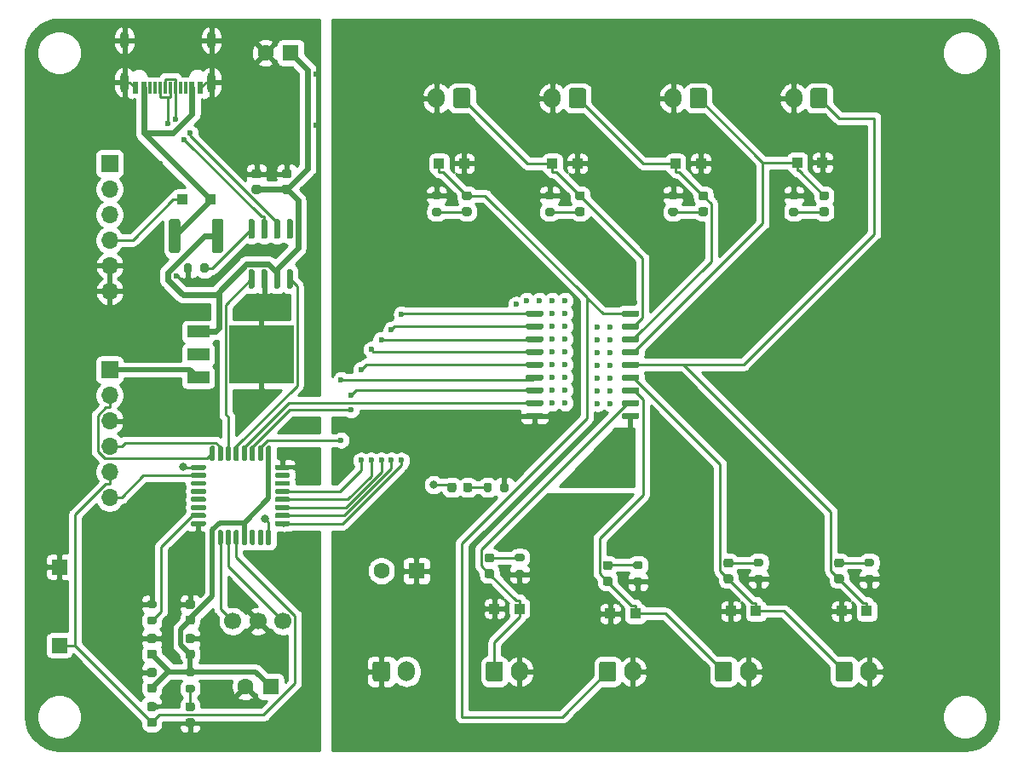
<source format=gtl>
G04 #@! TF.GenerationSoftware,KiCad,Pcbnew,(5.1.12)-1*
G04 #@! TF.CreationDate,2022-03-18T17:00:28+09:00*
G04 #@! TF.ProjectId,NHK2022_Solenoid_Valve,4e484b32-3032-4325-9f53-6f6c656e6f69,rev?*
G04 #@! TF.SameCoordinates,PX42c1d80PY7bfa480*
G04 #@! TF.FileFunction,Copper,L1,Top*
G04 #@! TF.FilePolarity,Positive*
%FSLAX46Y46*%
G04 Gerber Fmt 4.6, Leading zero omitted, Abs format (unit mm)*
G04 Created by KiCad (PCBNEW (5.1.12)-1) date 2022-03-18 17:00:28*
%MOMM*%
%LPD*%
G01*
G04 APERTURE LIST*
G04 #@! TA.AperFunction,ComponentPad*
%ADD10C,1.600000*%
G04 #@! TD*
G04 #@! TA.AperFunction,ComponentPad*
%ADD11R,1.600000X1.600000*%
G04 #@! TD*
G04 #@! TA.AperFunction,SMDPad,CuDef*
%ADD12R,1.000000X1.000000*%
G04 #@! TD*
G04 #@! TA.AperFunction,SMDPad,CuDef*
%ADD13R,1.100000X1.100000*%
G04 #@! TD*
G04 #@! TA.AperFunction,ComponentPad*
%ADD14O,1.700000X2.000000*%
G04 #@! TD*
G04 #@! TA.AperFunction,ComponentPad*
%ADD15O,1.700000X1.700000*%
G04 #@! TD*
G04 #@! TA.AperFunction,ComponentPad*
%ADD16R,1.700000X1.700000*%
G04 #@! TD*
G04 #@! TA.AperFunction,ComponentPad*
%ADD17O,0.900000X2.000000*%
G04 #@! TD*
G04 #@! TA.AperFunction,ComponentPad*
%ADD18O,0.900000X1.700000*%
G04 #@! TD*
G04 #@! TA.AperFunction,SMDPad,CuDef*
%ADD19R,0.300000X1.160000*%
G04 #@! TD*
G04 #@! TA.AperFunction,SMDPad,CuDef*
%ADD20R,0.600000X1.160000*%
G04 #@! TD*
G04 #@! TA.AperFunction,SMDPad,CuDef*
%ADD21R,2.200000X1.200000*%
G04 #@! TD*
G04 #@! TA.AperFunction,SMDPad,CuDef*
%ADD22R,6.400000X5.800000*%
G04 #@! TD*
G04 #@! TA.AperFunction,ComponentPad*
%ADD23C,1.700000*%
G04 #@! TD*
G04 #@! TA.AperFunction,SMDPad,CuDef*
%ADD24R,1.500000X1.500000*%
G04 #@! TD*
G04 #@! TA.AperFunction,ViaPad*
%ADD25C,0.600000*%
G04 #@! TD*
G04 #@! TA.AperFunction,ViaPad*
%ADD26C,0.800000*%
G04 #@! TD*
G04 #@! TA.AperFunction,Conductor*
%ADD27C,0.250000*%
G04 #@! TD*
G04 #@! TA.AperFunction,Conductor*
%ADD28C,0.500000*%
G04 #@! TD*
G04 #@! TA.AperFunction,Conductor*
%ADD29C,0.600000*%
G04 #@! TD*
G04 #@! TA.AperFunction,Conductor*
%ADD30C,0.254000*%
G04 #@! TD*
G04 #@! TA.AperFunction,Conductor*
%ADD31C,0.100000*%
G04 #@! TD*
G04 APERTURE END LIST*
G04 #@! TA.AperFunction,SMDPad,CuDef*
G36*
G01*
X13450000Y3000000D02*
X12950000Y3000000D01*
G75*
G02*
X12725000Y3225000I0J225000D01*
G01*
X12725000Y3675000D01*
G75*
G02*
X12950000Y3900000I225000J0D01*
G01*
X13450000Y3900000D01*
G75*
G02*
X13675000Y3675000I0J-225000D01*
G01*
X13675000Y3225000D01*
G75*
G02*
X13450000Y3000000I-225000J0D01*
G01*
G37*
G04 #@! TD.AperFunction*
G04 #@! TA.AperFunction,SMDPad,CuDef*
G36*
G01*
X13450000Y4550000D02*
X12950000Y4550000D01*
G75*
G02*
X12725000Y4775000I0J225000D01*
G01*
X12725000Y5225000D01*
G75*
G02*
X12950000Y5450000I225000J0D01*
G01*
X13450000Y5450000D01*
G75*
G02*
X13675000Y5225000I0J-225000D01*
G01*
X13675000Y4775000D01*
G75*
G02*
X13450000Y4550000I-225000J0D01*
G01*
G37*
G04 #@! TD.AperFunction*
D10*
X24500000Y70000000D03*
D11*
X27000000Y70000000D03*
G04 #@! TA.AperFunction,SMDPad,CuDef*
G36*
G01*
X13450000Y7950000D02*
X12950000Y7950000D01*
G75*
G02*
X12725000Y8175000I0J225000D01*
G01*
X12725000Y8625000D01*
G75*
G02*
X12950000Y8850000I225000J0D01*
G01*
X13450000Y8850000D01*
G75*
G02*
X13675000Y8625000I0J-225000D01*
G01*
X13675000Y8175000D01*
G75*
G02*
X13450000Y7950000I-225000J0D01*
G01*
G37*
G04 #@! TD.AperFunction*
G04 #@! TA.AperFunction,SMDPad,CuDef*
G36*
G01*
X13450000Y6400000D02*
X12950000Y6400000D01*
G75*
G02*
X12725000Y6625000I0J225000D01*
G01*
X12725000Y7075000D01*
G75*
G02*
X12950000Y7300000I225000J0D01*
G01*
X13450000Y7300000D01*
G75*
G02*
X13675000Y7075000I0J-225000D01*
G01*
X13675000Y6625000D01*
G75*
G02*
X13450000Y6400000I-225000J0D01*
G01*
G37*
G04 #@! TD.AperFunction*
G04 #@! TA.AperFunction,SMDPad,CuDef*
G36*
G01*
X23850000Y55975000D02*
X23350000Y55975000D01*
G75*
G02*
X23125000Y56200000I0J225000D01*
G01*
X23125000Y56650000D01*
G75*
G02*
X23350000Y56875000I225000J0D01*
G01*
X23850000Y56875000D01*
G75*
G02*
X24075000Y56650000I0J-225000D01*
G01*
X24075000Y56200000D01*
G75*
G02*
X23850000Y55975000I-225000J0D01*
G01*
G37*
G04 #@! TD.AperFunction*
G04 #@! TA.AperFunction,SMDPad,CuDef*
G36*
G01*
X23850000Y57525000D02*
X23350000Y57525000D01*
G75*
G02*
X23125000Y57750000I0J225000D01*
G01*
X23125000Y58200000D01*
G75*
G02*
X23350000Y58425000I225000J0D01*
G01*
X23850000Y58425000D01*
G75*
G02*
X24075000Y58200000I0J-225000D01*
G01*
X24075000Y57750000D01*
G75*
G02*
X23850000Y57525000I-225000J0D01*
G01*
G37*
G04 #@! TD.AperFunction*
G04 #@! TA.AperFunction,SMDPad,CuDef*
G36*
G01*
X17250000Y14725000D02*
X16750000Y14725000D01*
G75*
G02*
X16525000Y14950000I0J225000D01*
G01*
X16525000Y15400000D01*
G75*
G02*
X16750000Y15625000I225000J0D01*
G01*
X17250000Y15625000D01*
G75*
G02*
X17475000Y15400000I0J-225000D01*
G01*
X17475000Y14950000D01*
G75*
G02*
X17250000Y14725000I-225000J0D01*
G01*
G37*
G04 #@! TD.AperFunction*
G04 #@! TA.AperFunction,SMDPad,CuDef*
G36*
G01*
X17250000Y13175000D02*
X16750000Y13175000D01*
G75*
G02*
X16525000Y13400000I0J225000D01*
G01*
X16525000Y13850000D01*
G75*
G02*
X16750000Y14075000I225000J0D01*
G01*
X17250000Y14075000D01*
G75*
G02*
X17475000Y13850000I0J-225000D01*
G01*
X17475000Y13400000D01*
G75*
G02*
X17250000Y13175000I-225000J0D01*
G01*
G37*
G04 #@! TD.AperFunction*
G04 #@! TA.AperFunction,SMDPad,CuDef*
G36*
G01*
X17250000Y9775000D02*
X16750000Y9775000D01*
G75*
G02*
X16525000Y10000000I0J225000D01*
G01*
X16525000Y10450000D01*
G75*
G02*
X16750000Y10675000I225000J0D01*
G01*
X17250000Y10675000D01*
G75*
G02*
X17475000Y10450000I0J-225000D01*
G01*
X17475000Y10000000D01*
G75*
G02*
X17250000Y9775000I-225000J0D01*
G01*
G37*
G04 #@! TD.AperFunction*
G04 #@! TA.AperFunction,SMDPad,CuDef*
G36*
G01*
X17250000Y11325000D02*
X16750000Y11325000D01*
G75*
G02*
X16525000Y11550000I0J225000D01*
G01*
X16525000Y12000000D01*
G75*
G02*
X16750000Y12225000I225000J0D01*
G01*
X17250000Y12225000D01*
G75*
G02*
X17475000Y12000000I0J-225000D01*
G01*
X17475000Y11550000D01*
G75*
G02*
X17250000Y11325000I-225000J0D01*
G01*
G37*
G04 #@! TD.AperFunction*
G04 #@! TA.AperFunction,SMDPad,CuDef*
G36*
G01*
X26850000Y55975000D02*
X26350000Y55975000D01*
G75*
G02*
X26125000Y56200000I0J225000D01*
G01*
X26125000Y56650000D01*
G75*
G02*
X26350000Y56875000I225000J0D01*
G01*
X26850000Y56875000D01*
G75*
G02*
X27075000Y56650000I0J-225000D01*
G01*
X27075000Y56200000D01*
G75*
G02*
X26850000Y55975000I-225000J0D01*
G01*
G37*
G04 #@! TD.AperFunction*
G04 #@! TA.AperFunction,SMDPad,CuDef*
G36*
G01*
X26850000Y57525000D02*
X26350000Y57525000D01*
G75*
G02*
X26125000Y57750000I0J225000D01*
G01*
X26125000Y58200000D01*
G75*
G02*
X26350000Y58425000I225000J0D01*
G01*
X26850000Y58425000D01*
G75*
G02*
X27075000Y58200000I0J-225000D01*
G01*
X27075000Y57750000D01*
G75*
G02*
X26850000Y57525000I-225000J0D01*
G01*
G37*
G04 #@! TD.AperFunction*
G04 #@! TA.AperFunction,SMDPad,CuDef*
G36*
G01*
X13450000Y11325000D02*
X12950000Y11325000D01*
G75*
G02*
X12725000Y11550000I0J225000D01*
G01*
X12725000Y12000000D01*
G75*
G02*
X12950000Y12225000I225000J0D01*
G01*
X13450000Y12225000D01*
G75*
G02*
X13675000Y12000000I0J-225000D01*
G01*
X13675000Y11550000D01*
G75*
G02*
X13450000Y11325000I-225000J0D01*
G01*
G37*
G04 #@! TD.AperFunction*
G04 #@! TA.AperFunction,SMDPad,CuDef*
G36*
G01*
X13450000Y9775000D02*
X12950000Y9775000D01*
G75*
G02*
X12725000Y10000000I0J225000D01*
G01*
X12725000Y10450000D01*
G75*
G02*
X12950000Y10675000I225000J0D01*
G01*
X13450000Y10675000D01*
G75*
G02*
X13675000Y10450000I0J-225000D01*
G01*
X13675000Y10000000D01*
G75*
G02*
X13450000Y9775000I-225000J0D01*
G01*
G37*
G04 #@! TD.AperFunction*
X25000000Y7000000D03*
D10*
X22500000Y7000000D03*
D11*
X39500000Y18500000D03*
D10*
X36000000Y18500000D03*
G04 #@! TA.AperFunction,SMDPad,CuDef*
G36*
G01*
X44150000Y26543750D02*
X44150000Y27056250D01*
G75*
G02*
X44368750Y27275000I218750J0D01*
G01*
X44806250Y27275000D01*
G75*
G02*
X45025000Y27056250I0J-218750D01*
G01*
X45025000Y26543750D01*
G75*
G02*
X44806250Y26325000I-218750J0D01*
G01*
X44368750Y26325000D01*
G75*
G02*
X44150000Y26543750I0J218750D01*
G01*
G37*
G04 #@! TD.AperFunction*
G04 #@! TA.AperFunction,SMDPad,CuDef*
G36*
G01*
X42575000Y26543750D02*
X42575000Y27056250D01*
G75*
G02*
X42793750Y27275000I218750J0D01*
G01*
X43231250Y27275000D01*
G75*
G02*
X43450000Y27056250I0J-218750D01*
G01*
X43450000Y26543750D01*
G75*
G02*
X43231250Y26325000I-218750J0D01*
G01*
X42793750Y26325000D01*
G75*
G02*
X42575000Y26543750I0J218750D01*
G01*
G37*
G04 #@! TD.AperFunction*
D12*
X41750000Y59000000D03*
X44250000Y59000000D03*
G04 #@! TA.AperFunction,SMDPad,CuDef*
G36*
G01*
X44243750Y56225000D02*
X44756250Y56225000D01*
G75*
G02*
X44975000Y56006250I0J-218750D01*
G01*
X44975000Y55568750D01*
G75*
G02*
X44756250Y55350000I-218750J0D01*
G01*
X44243750Y55350000D01*
G75*
G02*
X44025000Y55568750I0J218750D01*
G01*
X44025000Y56006250D01*
G75*
G02*
X44243750Y56225000I218750J0D01*
G01*
G37*
G04 #@! TD.AperFunction*
G04 #@! TA.AperFunction,SMDPad,CuDef*
G36*
G01*
X44243750Y54650000D02*
X44756250Y54650000D01*
G75*
G02*
X44975000Y54431250I0J-218750D01*
G01*
X44975000Y53993750D01*
G75*
G02*
X44756250Y53775000I-218750J0D01*
G01*
X44243750Y53775000D01*
G75*
G02*
X44025000Y53993750I0J218750D01*
G01*
X44025000Y54431250D01*
G75*
G02*
X44243750Y54650000I218750J0D01*
G01*
G37*
G04 #@! TD.AperFunction*
X55500000Y59000000D03*
X53000000Y59000000D03*
G04 #@! TA.AperFunction,SMDPad,CuDef*
G36*
G01*
X55493750Y54650000D02*
X56006250Y54650000D01*
G75*
G02*
X56225000Y54431250I0J-218750D01*
G01*
X56225000Y53993750D01*
G75*
G02*
X56006250Y53775000I-218750J0D01*
G01*
X55493750Y53775000D01*
G75*
G02*
X55275000Y53993750I0J218750D01*
G01*
X55275000Y54431250D01*
G75*
G02*
X55493750Y54650000I218750J0D01*
G01*
G37*
G04 #@! TD.AperFunction*
G04 #@! TA.AperFunction,SMDPad,CuDef*
G36*
G01*
X55493750Y56225000D02*
X56006250Y56225000D01*
G75*
G02*
X56225000Y56006250I0J-218750D01*
G01*
X56225000Y55568750D01*
G75*
G02*
X56006250Y55350000I-218750J0D01*
G01*
X55493750Y55350000D01*
G75*
G02*
X55275000Y55568750I0J218750D01*
G01*
X55275000Y56006250D01*
G75*
G02*
X55493750Y56225000I218750J0D01*
G01*
G37*
G04 #@! TD.AperFunction*
X65250000Y59000000D03*
X67750000Y59000000D03*
G04 #@! TA.AperFunction,SMDPad,CuDef*
G36*
G01*
X67743750Y56225000D02*
X68256250Y56225000D01*
G75*
G02*
X68475000Y56006250I0J-218750D01*
G01*
X68475000Y55568750D01*
G75*
G02*
X68256250Y55350000I-218750J0D01*
G01*
X67743750Y55350000D01*
G75*
G02*
X67525000Y55568750I0J218750D01*
G01*
X67525000Y56006250D01*
G75*
G02*
X67743750Y56225000I218750J0D01*
G01*
G37*
G04 #@! TD.AperFunction*
G04 #@! TA.AperFunction,SMDPad,CuDef*
G36*
G01*
X67743750Y54650000D02*
X68256250Y54650000D01*
G75*
G02*
X68475000Y54431250I0J-218750D01*
G01*
X68475000Y53993750D01*
G75*
G02*
X68256250Y53775000I-218750J0D01*
G01*
X67743750Y53775000D01*
G75*
G02*
X67525000Y53993750I0J218750D01*
G01*
X67525000Y54431250D01*
G75*
G02*
X67743750Y54650000I218750J0D01*
G01*
G37*
G04 #@! TD.AperFunction*
X77350000Y59100000D03*
X79850000Y59100000D03*
G04 #@! TA.AperFunction,SMDPad,CuDef*
G36*
G01*
X79743750Y54650000D02*
X80256250Y54650000D01*
G75*
G02*
X80475000Y54431250I0J-218750D01*
G01*
X80475000Y53993750D01*
G75*
G02*
X80256250Y53775000I-218750J0D01*
G01*
X79743750Y53775000D01*
G75*
G02*
X79525000Y53993750I0J218750D01*
G01*
X79525000Y54431250D01*
G75*
G02*
X79743750Y54650000I218750J0D01*
G01*
G37*
G04 #@! TD.AperFunction*
G04 #@! TA.AperFunction,SMDPad,CuDef*
G36*
G01*
X79743750Y56225000D02*
X80256250Y56225000D01*
G75*
G02*
X80475000Y56006250I0J-218750D01*
G01*
X80475000Y55568750D01*
G75*
G02*
X80256250Y55350000I-218750J0D01*
G01*
X79743750Y55350000D01*
G75*
G02*
X79525000Y55568750I0J218750D01*
G01*
X79525000Y56006250D01*
G75*
G02*
X79743750Y56225000I218750J0D01*
G01*
G37*
G04 #@! TD.AperFunction*
X84250000Y14500000D03*
X81750000Y14500000D03*
G04 #@! TA.AperFunction,SMDPad,CuDef*
G36*
G01*
X81756250Y17275000D02*
X81243750Y17275000D01*
G75*
G02*
X81025000Y17493750I0J218750D01*
G01*
X81025000Y17931250D01*
G75*
G02*
X81243750Y18150000I218750J0D01*
G01*
X81756250Y18150000D01*
G75*
G02*
X81975000Y17931250I0J-218750D01*
G01*
X81975000Y17493750D01*
G75*
G02*
X81756250Y17275000I-218750J0D01*
G01*
G37*
G04 #@! TD.AperFunction*
G04 #@! TA.AperFunction,SMDPad,CuDef*
G36*
G01*
X81756250Y18850000D02*
X81243750Y18850000D01*
G75*
G02*
X81025000Y19068750I0J218750D01*
G01*
X81025000Y19506250D01*
G75*
G02*
X81243750Y19725000I218750J0D01*
G01*
X81756250Y19725000D01*
G75*
G02*
X81975000Y19506250I0J-218750D01*
G01*
X81975000Y19068750D01*
G75*
G02*
X81756250Y18850000I-218750J0D01*
G01*
G37*
G04 #@! TD.AperFunction*
X70750000Y14500000D03*
X73250000Y14500000D03*
G04 #@! TA.AperFunction,SMDPad,CuDef*
G36*
G01*
X70756250Y18850000D02*
X70243750Y18850000D01*
G75*
G02*
X70025000Y19068750I0J218750D01*
G01*
X70025000Y19506250D01*
G75*
G02*
X70243750Y19725000I218750J0D01*
G01*
X70756250Y19725000D01*
G75*
G02*
X70975000Y19506250I0J-218750D01*
G01*
X70975000Y19068750D01*
G75*
G02*
X70756250Y18850000I-218750J0D01*
G01*
G37*
G04 #@! TD.AperFunction*
G04 #@! TA.AperFunction,SMDPad,CuDef*
G36*
G01*
X70756250Y17275000D02*
X70243750Y17275000D01*
G75*
G02*
X70025000Y17493750I0J218750D01*
G01*
X70025000Y17931250D01*
G75*
G02*
X70243750Y18150000I218750J0D01*
G01*
X70756250Y18150000D01*
G75*
G02*
X70975000Y17931250I0J-218750D01*
G01*
X70975000Y17493750D01*
G75*
G02*
X70756250Y17275000I-218750J0D01*
G01*
G37*
G04 #@! TD.AperFunction*
X58750000Y14250000D03*
X61250000Y14250000D03*
G04 #@! TA.AperFunction,SMDPad,CuDef*
G36*
G01*
X58756250Y18600000D02*
X58243750Y18600000D01*
G75*
G02*
X58025000Y18818750I0J218750D01*
G01*
X58025000Y19256250D01*
G75*
G02*
X58243750Y19475000I218750J0D01*
G01*
X58756250Y19475000D01*
G75*
G02*
X58975000Y19256250I0J-218750D01*
G01*
X58975000Y18818750D01*
G75*
G02*
X58756250Y18600000I-218750J0D01*
G01*
G37*
G04 #@! TD.AperFunction*
G04 #@! TA.AperFunction,SMDPad,CuDef*
G36*
G01*
X58756250Y17025000D02*
X58243750Y17025000D01*
G75*
G02*
X58025000Y17243750I0J218750D01*
G01*
X58025000Y17681250D01*
G75*
G02*
X58243750Y17900000I218750J0D01*
G01*
X58756250Y17900000D01*
G75*
G02*
X58975000Y17681250I0J-218750D01*
G01*
X58975000Y17243750D01*
G75*
G02*
X58756250Y17025000I-218750J0D01*
G01*
G37*
G04 #@! TD.AperFunction*
X47250000Y14750000D03*
X49750000Y14750000D03*
G04 #@! TA.AperFunction,SMDPad,CuDef*
G36*
G01*
X47006250Y17775000D02*
X46493750Y17775000D01*
G75*
G02*
X46275000Y17993750I0J218750D01*
G01*
X46275000Y18431250D01*
G75*
G02*
X46493750Y18650000I218750J0D01*
G01*
X47006250Y18650000D01*
G75*
G02*
X47225000Y18431250I0J-218750D01*
G01*
X47225000Y17993750D01*
G75*
G02*
X47006250Y17775000I-218750J0D01*
G01*
G37*
G04 #@! TD.AperFunction*
G04 #@! TA.AperFunction,SMDPad,CuDef*
G36*
G01*
X47006250Y19350000D02*
X46493750Y19350000D01*
G75*
G02*
X46275000Y19568750I0J218750D01*
G01*
X46275000Y20006250D01*
G75*
G02*
X46493750Y20225000I218750J0D01*
G01*
X47006250Y20225000D01*
G75*
G02*
X47225000Y20006250I0J-218750D01*
G01*
X47225000Y19568750D01*
G75*
G02*
X47006250Y19350000I-218750J0D01*
G01*
G37*
G04 #@! TD.AperFunction*
D13*
X19000000Y55400000D03*
X16200000Y55400000D03*
G04 #@! TA.AperFunction,SMDPad,CuDef*
G36*
G01*
X17256250Y2975000D02*
X16743750Y2975000D01*
G75*
G02*
X16525000Y3193750I0J218750D01*
G01*
X16525000Y3631250D01*
G75*
G02*
X16743750Y3850000I218750J0D01*
G01*
X17256250Y3850000D01*
G75*
G02*
X17475000Y3631250I0J-218750D01*
G01*
X17475000Y3193750D01*
G75*
G02*
X17256250Y2975000I-218750J0D01*
G01*
G37*
G04 #@! TD.AperFunction*
G04 #@! TA.AperFunction,SMDPad,CuDef*
G36*
G01*
X17256250Y4550000D02*
X16743750Y4550000D01*
G75*
G02*
X16525000Y4768750I0J218750D01*
G01*
X16525000Y5206250D01*
G75*
G02*
X16743750Y5425000I218750J0D01*
G01*
X17256250Y5425000D01*
G75*
G02*
X17475000Y5206250I0J-218750D01*
G01*
X17475000Y4768750D01*
G75*
G02*
X17256250Y4550000I-218750J0D01*
G01*
G37*
G04 #@! TD.AperFunction*
G04 #@! TA.AperFunction,ComponentPad*
G36*
G01*
X57650000Y7750000D02*
X57650000Y9250000D01*
G75*
G02*
X57900000Y9500000I250000J0D01*
G01*
X59100000Y9500000D01*
G75*
G02*
X59350000Y9250000I0J-250000D01*
G01*
X59350000Y7750000D01*
G75*
G02*
X59100000Y7500000I-250000J0D01*
G01*
X57900000Y7500000D01*
G75*
G02*
X57650000Y7750000I0J250000D01*
G01*
G37*
G04 #@! TD.AperFunction*
D14*
X61000000Y8500000D03*
G04 #@! TA.AperFunction,ComponentPad*
G36*
G01*
X44850000Y66250000D02*
X44850000Y64750000D01*
G75*
G02*
X44600000Y64500000I-250000J0D01*
G01*
X43400000Y64500000D01*
G75*
G02*
X43150000Y64750000I0J250000D01*
G01*
X43150000Y66250000D01*
G75*
G02*
X43400000Y66500000I250000J0D01*
G01*
X44600000Y66500000D01*
G75*
G02*
X44850000Y66250000I0J-250000D01*
G01*
G37*
G04 #@! TD.AperFunction*
X41500000Y65500000D03*
G04 #@! TA.AperFunction,ComponentPad*
G36*
G01*
X56350000Y66250000D02*
X56350000Y64750000D01*
G75*
G02*
X56100000Y64500000I-250000J0D01*
G01*
X54900000Y64500000D01*
G75*
G02*
X54650000Y64750000I0J250000D01*
G01*
X54650000Y66250000D01*
G75*
G02*
X54900000Y66500000I250000J0D01*
G01*
X56100000Y66500000D01*
G75*
G02*
X56350000Y66250000I0J-250000D01*
G01*
G37*
G04 #@! TD.AperFunction*
X53000000Y65500000D03*
X65000000Y65500000D03*
G04 #@! TA.AperFunction,ComponentPad*
G36*
G01*
X68350000Y66250000D02*
X68350000Y64750000D01*
G75*
G02*
X68100000Y64500000I-250000J0D01*
G01*
X66900000Y64500000D01*
G75*
G02*
X66650000Y64750000I0J250000D01*
G01*
X66650000Y66250000D01*
G75*
G02*
X66900000Y66500000I250000J0D01*
G01*
X68100000Y66500000D01*
G75*
G02*
X68350000Y66250000I0J-250000D01*
G01*
G37*
G04 #@! TD.AperFunction*
X77000000Y65500000D03*
G04 #@! TA.AperFunction,ComponentPad*
G36*
G01*
X80350000Y66250000D02*
X80350000Y64750000D01*
G75*
G02*
X80100000Y64500000I-250000J0D01*
G01*
X78900000Y64500000D01*
G75*
G02*
X78650000Y64750000I0J250000D01*
G01*
X78650000Y66250000D01*
G75*
G02*
X78900000Y66500000I250000J0D01*
G01*
X80100000Y66500000D01*
G75*
G02*
X80350000Y66250000I0J-250000D01*
G01*
G37*
G04 #@! TD.AperFunction*
G04 #@! TA.AperFunction,ComponentPad*
G36*
G01*
X81150000Y7750000D02*
X81150000Y9250000D01*
G75*
G02*
X81400000Y9500000I250000J0D01*
G01*
X82600000Y9500000D01*
G75*
G02*
X82850000Y9250000I0J-250000D01*
G01*
X82850000Y7750000D01*
G75*
G02*
X82600000Y7500000I-250000J0D01*
G01*
X81400000Y7500000D01*
G75*
G02*
X81150000Y7750000I0J250000D01*
G01*
G37*
G04 #@! TD.AperFunction*
X84500000Y8500000D03*
X72500000Y8500000D03*
G04 #@! TA.AperFunction,ComponentPad*
G36*
G01*
X69150000Y7750000D02*
X69150000Y9250000D01*
G75*
G02*
X69400000Y9500000I250000J0D01*
G01*
X70600000Y9500000D01*
G75*
G02*
X70850000Y9250000I0J-250000D01*
G01*
X70850000Y7750000D01*
G75*
G02*
X70600000Y7500000I-250000J0D01*
G01*
X69400000Y7500000D01*
G75*
G02*
X69150000Y7750000I0J250000D01*
G01*
G37*
G04 #@! TD.AperFunction*
X38500000Y8500000D03*
G04 #@! TA.AperFunction,ComponentPad*
G36*
G01*
X35150000Y7750000D02*
X35150000Y9250000D01*
G75*
G02*
X35400000Y9500000I250000J0D01*
G01*
X36600000Y9500000D01*
G75*
G02*
X36850000Y9250000I0J-250000D01*
G01*
X36850000Y7750000D01*
G75*
G02*
X36600000Y7500000I-250000J0D01*
G01*
X35400000Y7500000D01*
G75*
G02*
X35150000Y7750000I0J250000D01*
G01*
G37*
G04 #@! TD.AperFunction*
G04 #@! TA.AperFunction,ComponentPad*
G36*
G01*
X46400000Y7750000D02*
X46400000Y9250000D01*
G75*
G02*
X46650000Y9500000I250000J0D01*
G01*
X47850000Y9500000D01*
G75*
G02*
X48100000Y9250000I0J-250000D01*
G01*
X48100000Y7750000D01*
G75*
G02*
X47850000Y7500000I-250000J0D01*
G01*
X46650000Y7500000D01*
G75*
G02*
X46400000Y7750000I0J250000D01*
G01*
G37*
G04 #@! TD.AperFunction*
X49750000Y8500000D03*
D15*
X9000000Y46300000D03*
X9000000Y48840000D03*
X9000000Y51380000D03*
X9000000Y53920000D03*
X9000000Y56460000D03*
D16*
X9000000Y59000000D03*
D17*
X19120000Y67070000D03*
X10480000Y67070000D03*
D18*
X19120000Y71240000D03*
X10480000Y71240000D03*
D19*
X15550000Y66490000D03*
X15050000Y66490000D03*
X14550000Y66490000D03*
X16550000Y66490000D03*
X16050000Y66490000D03*
X13550000Y66490000D03*
X14050000Y66490000D03*
X13050000Y66490000D03*
D20*
X17200000Y66490000D03*
X17200000Y66490000D03*
X18000000Y66490000D03*
X18000000Y66490000D03*
X12400000Y66490000D03*
X11600000Y66490000D03*
X12400000Y66490000D03*
X11600000Y66490000D03*
G04 #@! TA.AperFunction,SMDPad,CuDef*
G36*
G01*
X46975000Y27075000D02*
X46975000Y26525000D01*
G75*
G02*
X46775000Y26325000I-200000J0D01*
G01*
X46375000Y26325000D01*
G75*
G02*
X46175000Y26525000I0J200000D01*
G01*
X46175000Y27075000D01*
G75*
G02*
X46375000Y27275000I200000J0D01*
G01*
X46775000Y27275000D01*
G75*
G02*
X46975000Y27075000I0J-200000D01*
G01*
G37*
G04 #@! TD.AperFunction*
G04 #@! TA.AperFunction,SMDPad,CuDef*
G36*
G01*
X48625000Y27075000D02*
X48625000Y26525000D01*
G75*
G02*
X48425000Y26325000I-200000J0D01*
G01*
X48025000Y26325000D01*
G75*
G02*
X47825000Y26525000I0J200000D01*
G01*
X47825000Y27075000D01*
G75*
G02*
X48025000Y27275000I200000J0D01*
G01*
X48425000Y27275000D01*
G75*
G02*
X48625000Y27075000I0J-200000D01*
G01*
G37*
G04 #@! TD.AperFunction*
G04 #@! TA.AperFunction,SMDPad,CuDef*
G36*
G01*
X41225000Y56225000D02*
X41775000Y56225000D01*
G75*
G02*
X41975000Y56025000I0J-200000D01*
G01*
X41975000Y55625000D01*
G75*
G02*
X41775000Y55425000I-200000J0D01*
G01*
X41225000Y55425000D01*
G75*
G02*
X41025000Y55625000I0J200000D01*
G01*
X41025000Y56025000D01*
G75*
G02*
X41225000Y56225000I200000J0D01*
G01*
G37*
G04 #@! TD.AperFunction*
G04 #@! TA.AperFunction,SMDPad,CuDef*
G36*
G01*
X41225000Y54575000D02*
X41775000Y54575000D01*
G75*
G02*
X41975000Y54375000I0J-200000D01*
G01*
X41975000Y53975000D01*
G75*
G02*
X41775000Y53775000I-200000J0D01*
G01*
X41225000Y53775000D01*
G75*
G02*
X41025000Y53975000I0J200000D01*
G01*
X41025000Y54375000D01*
G75*
G02*
X41225000Y54575000I200000J0D01*
G01*
G37*
G04 #@! TD.AperFunction*
G04 #@! TA.AperFunction,SMDPad,CuDef*
G36*
G01*
X52475000Y56225000D02*
X53025000Y56225000D01*
G75*
G02*
X53225000Y56025000I0J-200000D01*
G01*
X53225000Y55625000D01*
G75*
G02*
X53025000Y55425000I-200000J0D01*
G01*
X52475000Y55425000D01*
G75*
G02*
X52275000Y55625000I0J200000D01*
G01*
X52275000Y56025000D01*
G75*
G02*
X52475000Y56225000I200000J0D01*
G01*
G37*
G04 #@! TD.AperFunction*
G04 #@! TA.AperFunction,SMDPad,CuDef*
G36*
G01*
X52475000Y54575000D02*
X53025000Y54575000D01*
G75*
G02*
X53225000Y54375000I0J-200000D01*
G01*
X53225000Y53975000D01*
G75*
G02*
X53025000Y53775000I-200000J0D01*
G01*
X52475000Y53775000D01*
G75*
G02*
X52275000Y53975000I0J200000D01*
G01*
X52275000Y54375000D01*
G75*
G02*
X52475000Y54575000I200000J0D01*
G01*
G37*
G04 #@! TD.AperFunction*
G04 #@! TA.AperFunction,SMDPad,CuDef*
G36*
G01*
X64725000Y54575000D02*
X65275000Y54575000D01*
G75*
G02*
X65475000Y54375000I0J-200000D01*
G01*
X65475000Y53975000D01*
G75*
G02*
X65275000Y53775000I-200000J0D01*
G01*
X64725000Y53775000D01*
G75*
G02*
X64525000Y53975000I0J200000D01*
G01*
X64525000Y54375000D01*
G75*
G02*
X64725000Y54575000I200000J0D01*
G01*
G37*
G04 #@! TD.AperFunction*
G04 #@! TA.AperFunction,SMDPad,CuDef*
G36*
G01*
X64725000Y56225000D02*
X65275000Y56225000D01*
G75*
G02*
X65475000Y56025000I0J-200000D01*
G01*
X65475000Y55625000D01*
G75*
G02*
X65275000Y55425000I-200000J0D01*
G01*
X64725000Y55425000D01*
G75*
G02*
X64525000Y55625000I0J200000D01*
G01*
X64525000Y56025000D01*
G75*
G02*
X64725000Y56225000I200000J0D01*
G01*
G37*
G04 #@! TD.AperFunction*
G04 #@! TA.AperFunction,SMDPad,CuDef*
G36*
G01*
X76725000Y56225000D02*
X77275000Y56225000D01*
G75*
G02*
X77475000Y56025000I0J-200000D01*
G01*
X77475000Y55625000D01*
G75*
G02*
X77275000Y55425000I-200000J0D01*
G01*
X76725000Y55425000D01*
G75*
G02*
X76525000Y55625000I0J200000D01*
G01*
X76525000Y56025000D01*
G75*
G02*
X76725000Y56225000I200000J0D01*
G01*
G37*
G04 #@! TD.AperFunction*
G04 #@! TA.AperFunction,SMDPad,CuDef*
G36*
G01*
X76725000Y54575000D02*
X77275000Y54575000D01*
G75*
G02*
X77475000Y54375000I0J-200000D01*
G01*
X77475000Y53975000D01*
G75*
G02*
X77275000Y53775000I-200000J0D01*
G01*
X76725000Y53775000D01*
G75*
G02*
X76525000Y53975000I0J200000D01*
G01*
X76525000Y54375000D01*
G75*
G02*
X76725000Y54575000I200000J0D01*
G01*
G37*
G04 #@! TD.AperFunction*
G04 #@! TA.AperFunction,SMDPad,CuDef*
G36*
G01*
X84775000Y18925000D02*
X84225000Y18925000D01*
G75*
G02*
X84025000Y19125000I0J200000D01*
G01*
X84025000Y19525000D01*
G75*
G02*
X84225000Y19725000I200000J0D01*
G01*
X84775000Y19725000D01*
G75*
G02*
X84975000Y19525000I0J-200000D01*
G01*
X84975000Y19125000D01*
G75*
G02*
X84775000Y18925000I-200000J0D01*
G01*
G37*
G04 #@! TD.AperFunction*
G04 #@! TA.AperFunction,SMDPad,CuDef*
G36*
G01*
X84775000Y17275000D02*
X84225000Y17275000D01*
G75*
G02*
X84025000Y17475000I0J200000D01*
G01*
X84025000Y17875000D01*
G75*
G02*
X84225000Y18075000I200000J0D01*
G01*
X84775000Y18075000D01*
G75*
G02*
X84975000Y17875000I0J-200000D01*
G01*
X84975000Y17475000D01*
G75*
G02*
X84775000Y17275000I-200000J0D01*
G01*
G37*
G04 #@! TD.AperFunction*
G04 #@! TA.AperFunction,SMDPad,CuDef*
G36*
G01*
X73775000Y18925000D02*
X73225000Y18925000D01*
G75*
G02*
X73025000Y19125000I0J200000D01*
G01*
X73025000Y19525000D01*
G75*
G02*
X73225000Y19725000I200000J0D01*
G01*
X73775000Y19725000D01*
G75*
G02*
X73975000Y19525000I0J-200000D01*
G01*
X73975000Y19125000D01*
G75*
G02*
X73775000Y18925000I-200000J0D01*
G01*
G37*
G04 #@! TD.AperFunction*
G04 #@! TA.AperFunction,SMDPad,CuDef*
G36*
G01*
X73775000Y17275000D02*
X73225000Y17275000D01*
G75*
G02*
X73025000Y17475000I0J200000D01*
G01*
X73025000Y17875000D01*
G75*
G02*
X73225000Y18075000I200000J0D01*
G01*
X73775000Y18075000D01*
G75*
G02*
X73975000Y17875000I0J-200000D01*
G01*
X73975000Y17475000D01*
G75*
G02*
X73775000Y17275000I-200000J0D01*
G01*
G37*
G04 #@! TD.AperFunction*
G04 #@! TA.AperFunction,SMDPad,CuDef*
G36*
G01*
X61775000Y17025000D02*
X61225000Y17025000D01*
G75*
G02*
X61025000Y17225000I0J200000D01*
G01*
X61025000Y17625000D01*
G75*
G02*
X61225000Y17825000I200000J0D01*
G01*
X61775000Y17825000D01*
G75*
G02*
X61975000Y17625000I0J-200000D01*
G01*
X61975000Y17225000D01*
G75*
G02*
X61775000Y17025000I-200000J0D01*
G01*
G37*
G04 #@! TD.AperFunction*
G04 #@! TA.AperFunction,SMDPad,CuDef*
G36*
G01*
X61775000Y18675000D02*
X61225000Y18675000D01*
G75*
G02*
X61025000Y18875000I0J200000D01*
G01*
X61025000Y19275000D01*
G75*
G02*
X61225000Y19475000I200000J0D01*
G01*
X61775000Y19475000D01*
G75*
G02*
X61975000Y19275000I0J-200000D01*
G01*
X61975000Y18875000D01*
G75*
G02*
X61775000Y18675000I-200000J0D01*
G01*
G37*
G04 #@! TD.AperFunction*
G04 #@! TA.AperFunction,SMDPad,CuDef*
G36*
G01*
X50025000Y19425000D02*
X49475000Y19425000D01*
G75*
G02*
X49275000Y19625000I0J200000D01*
G01*
X49275000Y20025000D01*
G75*
G02*
X49475000Y20225000I200000J0D01*
G01*
X50025000Y20225000D01*
G75*
G02*
X50225000Y20025000I0J-200000D01*
G01*
X50225000Y19625000D01*
G75*
G02*
X50025000Y19425000I-200000J0D01*
G01*
G37*
G04 #@! TD.AperFunction*
G04 #@! TA.AperFunction,SMDPad,CuDef*
G36*
G01*
X50025000Y17775000D02*
X49475000Y17775000D01*
G75*
G02*
X49275000Y17975000I0J200000D01*
G01*
X49275000Y18375000D01*
G75*
G02*
X49475000Y18575000I200000J0D01*
G01*
X50025000Y18575000D01*
G75*
G02*
X50225000Y18375000I0J-200000D01*
G01*
X50225000Y17975000D01*
G75*
G02*
X50025000Y17775000I-200000J0D01*
G01*
G37*
G04 #@! TD.AperFunction*
G04 #@! TA.AperFunction,SMDPad,CuDef*
G36*
G01*
X13475000Y13150000D02*
X12925000Y13150000D01*
G75*
G02*
X12725000Y13350000I0J200000D01*
G01*
X12725000Y13750000D01*
G75*
G02*
X12925000Y13950000I200000J0D01*
G01*
X13475000Y13950000D01*
G75*
G02*
X13675000Y13750000I0J-200000D01*
G01*
X13675000Y13350000D01*
G75*
G02*
X13475000Y13150000I-200000J0D01*
G01*
G37*
G04 #@! TD.AperFunction*
G04 #@! TA.AperFunction,SMDPad,CuDef*
G36*
G01*
X13475000Y14800000D02*
X12925000Y14800000D01*
G75*
G02*
X12725000Y15000000I0J200000D01*
G01*
X12725000Y15400000D01*
G75*
G02*
X12925000Y15600000I200000J0D01*
G01*
X13475000Y15600000D01*
G75*
G02*
X13675000Y15400000I0J-200000D01*
G01*
X13675000Y15000000D01*
G75*
G02*
X13475000Y14800000I-200000J0D01*
G01*
G37*
G04 #@! TD.AperFunction*
G04 #@! TA.AperFunction,SMDPad,CuDef*
G36*
G01*
X18025000Y48325000D02*
X18025000Y48875000D01*
G75*
G02*
X18225000Y49075000I200000J0D01*
G01*
X18625000Y49075000D01*
G75*
G02*
X18825000Y48875000I0J-200000D01*
G01*
X18825000Y48325000D01*
G75*
G02*
X18625000Y48125000I-200000J0D01*
G01*
X18225000Y48125000D01*
G75*
G02*
X18025000Y48325000I0J200000D01*
G01*
G37*
G04 #@! TD.AperFunction*
G04 #@! TA.AperFunction,SMDPad,CuDef*
G36*
G01*
X16375000Y48325000D02*
X16375000Y48875000D01*
G75*
G02*
X16575000Y49075000I200000J0D01*
G01*
X16975000Y49075000D01*
G75*
G02*
X17175000Y48875000I0J-200000D01*
G01*
X17175000Y48325000D01*
G75*
G02*
X16975000Y48125000I-200000J0D01*
G01*
X16575000Y48125000D01*
G75*
G02*
X16375000Y48325000I0J200000D01*
G01*
G37*
G04 #@! TD.AperFunction*
G04 #@! TA.AperFunction,SMDPad,CuDef*
G36*
G01*
X17275000Y6400000D02*
X16725000Y6400000D01*
G75*
G02*
X16525000Y6600000I0J200000D01*
G01*
X16525000Y7000000D01*
G75*
G02*
X16725000Y7200000I200000J0D01*
G01*
X17275000Y7200000D01*
G75*
G02*
X17475000Y7000000I0J-200000D01*
G01*
X17475000Y6600000D01*
G75*
G02*
X17275000Y6400000I-200000J0D01*
G01*
G37*
G04 #@! TD.AperFunction*
G04 #@! TA.AperFunction,SMDPad,CuDef*
G36*
G01*
X17275000Y8050000D02*
X16725000Y8050000D01*
G75*
G02*
X16525000Y8250000I0J200000D01*
G01*
X16525000Y8650000D01*
G75*
G02*
X16725000Y8850000I200000J0D01*
G01*
X17275000Y8850000D01*
G75*
G02*
X17475000Y8650000I0J-200000D01*
G01*
X17475000Y8250000D01*
G75*
G02*
X17275000Y8050000I-200000J0D01*
G01*
G37*
G04 #@! TD.AperFunction*
G04 #@! TA.AperFunction,SMDPad,CuDef*
G36*
G01*
X50350000Y43930000D02*
X50350000Y44230000D01*
G75*
G02*
X50500000Y44380000I150000J0D01*
G01*
X51950000Y44380000D01*
G75*
G02*
X52100000Y44230000I0J-150000D01*
G01*
X52100000Y43930000D01*
G75*
G02*
X51950000Y43780000I-150000J0D01*
G01*
X50500000Y43780000D01*
G75*
G02*
X50350000Y43930000I0J150000D01*
G01*
G37*
G04 #@! TD.AperFunction*
G04 #@! TA.AperFunction,SMDPad,CuDef*
G36*
G01*
X50350000Y42660000D02*
X50350000Y42960000D01*
G75*
G02*
X50500000Y43110000I150000J0D01*
G01*
X51950000Y43110000D01*
G75*
G02*
X52100000Y42960000I0J-150000D01*
G01*
X52100000Y42660000D01*
G75*
G02*
X51950000Y42510000I-150000J0D01*
G01*
X50500000Y42510000D01*
G75*
G02*
X50350000Y42660000I0J150000D01*
G01*
G37*
G04 #@! TD.AperFunction*
G04 #@! TA.AperFunction,SMDPad,CuDef*
G36*
G01*
X50350000Y41390000D02*
X50350000Y41690000D01*
G75*
G02*
X50500000Y41840000I150000J0D01*
G01*
X51950000Y41840000D01*
G75*
G02*
X52100000Y41690000I0J-150000D01*
G01*
X52100000Y41390000D01*
G75*
G02*
X51950000Y41240000I-150000J0D01*
G01*
X50500000Y41240000D01*
G75*
G02*
X50350000Y41390000I0J150000D01*
G01*
G37*
G04 #@! TD.AperFunction*
G04 #@! TA.AperFunction,SMDPad,CuDef*
G36*
G01*
X50350000Y40120000D02*
X50350000Y40420000D01*
G75*
G02*
X50500000Y40570000I150000J0D01*
G01*
X51950000Y40570000D01*
G75*
G02*
X52100000Y40420000I0J-150000D01*
G01*
X52100000Y40120000D01*
G75*
G02*
X51950000Y39970000I-150000J0D01*
G01*
X50500000Y39970000D01*
G75*
G02*
X50350000Y40120000I0J150000D01*
G01*
G37*
G04 #@! TD.AperFunction*
G04 #@! TA.AperFunction,SMDPad,CuDef*
G36*
G01*
X50350000Y38850000D02*
X50350000Y39150000D01*
G75*
G02*
X50500000Y39300000I150000J0D01*
G01*
X51950000Y39300000D01*
G75*
G02*
X52100000Y39150000I0J-150000D01*
G01*
X52100000Y38850000D01*
G75*
G02*
X51950000Y38700000I-150000J0D01*
G01*
X50500000Y38700000D01*
G75*
G02*
X50350000Y38850000I0J150000D01*
G01*
G37*
G04 #@! TD.AperFunction*
G04 #@! TA.AperFunction,SMDPad,CuDef*
G36*
G01*
X50350000Y37580000D02*
X50350000Y37880000D01*
G75*
G02*
X50500000Y38030000I150000J0D01*
G01*
X51950000Y38030000D01*
G75*
G02*
X52100000Y37880000I0J-150000D01*
G01*
X52100000Y37580000D01*
G75*
G02*
X51950000Y37430000I-150000J0D01*
G01*
X50500000Y37430000D01*
G75*
G02*
X50350000Y37580000I0J150000D01*
G01*
G37*
G04 #@! TD.AperFunction*
G04 #@! TA.AperFunction,SMDPad,CuDef*
G36*
G01*
X50350000Y36310000D02*
X50350000Y36610000D01*
G75*
G02*
X50500000Y36760000I150000J0D01*
G01*
X51950000Y36760000D01*
G75*
G02*
X52100000Y36610000I0J-150000D01*
G01*
X52100000Y36310000D01*
G75*
G02*
X51950000Y36160000I-150000J0D01*
G01*
X50500000Y36160000D01*
G75*
G02*
X50350000Y36310000I0J150000D01*
G01*
G37*
G04 #@! TD.AperFunction*
G04 #@! TA.AperFunction,SMDPad,CuDef*
G36*
G01*
X50350000Y35040000D02*
X50350000Y35340000D01*
G75*
G02*
X50500000Y35490000I150000J0D01*
G01*
X51950000Y35490000D01*
G75*
G02*
X52100000Y35340000I0J-150000D01*
G01*
X52100000Y35040000D01*
G75*
G02*
X51950000Y34890000I-150000J0D01*
G01*
X50500000Y34890000D01*
G75*
G02*
X50350000Y35040000I0J150000D01*
G01*
G37*
G04 #@! TD.AperFunction*
G04 #@! TA.AperFunction,SMDPad,CuDef*
G36*
G01*
X50350000Y33770000D02*
X50350000Y34070000D01*
G75*
G02*
X50500000Y34220000I150000J0D01*
G01*
X51950000Y34220000D01*
G75*
G02*
X52100000Y34070000I0J-150000D01*
G01*
X52100000Y33770000D01*
G75*
G02*
X51950000Y33620000I-150000J0D01*
G01*
X50500000Y33620000D01*
G75*
G02*
X50350000Y33770000I0J150000D01*
G01*
G37*
G04 #@! TD.AperFunction*
G04 #@! TA.AperFunction,SMDPad,CuDef*
G36*
G01*
X59900000Y33770000D02*
X59900000Y34070000D01*
G75*
G02*
X60050000Y34220000I150000J0D01*
G01*
X61500000Y34220000D01*
G75*
G02*
X61650000Y34070000I0J-150000D01*
G01*
X61650000Y33770000D01*
G75*
G02*
X61500000Y33620000I-150000J0D01*
G01*
X60050000Y33620000D01*
G75*
G02*
X59900000Y33770000I0J150000D01*
G01*
G37*
G04 #@! TD.AperFunction*
G04 #@! TA.AperFunction,SMDPad,CuDef*
G36*
G01*
X59900000Y35040000D02*
X59900000Y35340000D01*
G75*
G02*
X60050000Y35490000I150000J0D01*
G01*
X61500000Y35490000D01*
G75*
G02*
X61650000Y35340000I0J-150000D01*
G01*
X61650000Y35040000D01*
G75*
G02*
X61500000Y34890000I-150000J0D01*
G01*
X60050000Y34890000D01*
G75*
G02*
X59900000Y35040000I0J150000D01*
G01*
G37*
G04 #@! TD.AperFunction*
G04 #@! TA.AperFunction,SMDPad,CuDef*
G36*
G01*
X59900000Y36310000D02*
X59900000Y36610000D01*
G75*
G02*
X60050000Y36760000I150000J0D01*
G01*
X61500000Y36760000D01*
G75*
G02*
X61650000Y36610000I0J-150000D01*
G01*
X61650000Y36310000D01*
G75*
G02*
X61500000Y36160000I-150000J0D01*
G01*
X60050000Y36160000D01*
G75*
G02*
X59900000Y36310000I0J150000D01*
G01*
G37*
G04 #@! TD.AperFunction*
G04 #@! TA.AperFunction,SMDPad,CuDef*
G36*
G01*
X59900000Y37580000D02*
X59900000Y37880000D01*
G75*
G02*
X60050000Y38030000I150000J0D01*
G01*
X61500000Y38030000D01*
G75*
G02*
X61650000Y37880000I0J-150000D01*
G01*
X61650000Y37580000D01*
G75*
G02*
X61500000Y37430000I-150000J0D01*
G01*
X60050000Y37430000D01*
G75*
G02*
X59900000Y37580000I0J150000D01*
G01*
G37*
G04 #@! TD.AperFunction*
G04 #@! TA.AperFunction,SMDPad,CuDef*
G36*
G01*
X59900000Y38850000D02*
X59900000Y39150000D01*
G75*
G02*
X60050000Y39300000I150000J0D01*
G01*
X61500000Y39300000D01*
G75*
G02*
X61650000Y39150000I0J-150000D01*
G01*
X61650000Y38850000D01*
G75*
G02*
X61500000Y38700000I-150000J0D01*
G01*
X60050000Y38700000D01*
G75*
G02*
X59900000Y38850000I0J150000D01*
G01*
G37*
G04 #@! TD.AperFunction*
G04 #@! TA.AperFunction,SMDPad,CuDef*
G36*
G01*
X59900000Y40120000D02*
X59900000Y40420000D01*
G75*
G02*
X60050000Y40570000I150000J0D01*
G01*
X61500000Y40570000D01*
G75*
G02*
X61650000Y40420000I0J-150000D01*
G01*
X61650000Y40120000D01*
G75*
G02*
X61500000Y39970000I-150000J0D01*
G01*
X60050000Y39970000D01*
G75*
G02*
X59900000Y40120000I0J150000D01*
G01*
G37*
G04 #@! TD.AperFunction*
G04 #@! TA.AperFunction,SMDPad,CuDef*
G36*
G01*
X59900000Y41390000D02*
X59900000Y41690000D01*
G75*
G02*
X60050000Y41840000I150000J0D01*
G01*
X61500000Y41840000D01*
G75*
G02*
X61650000Y41690000I0J-150000D01*
G01*
X61650000Y41390000D01*
G75*
G02*
X61500000Y41240000I-150000J0D01*
G01*
X60050000Y41240000D01*
G75*
G02*
X59900000Y41390000I0J150000D01*
G01*
G37*
G04 #@! TD.AperFunction*
G04 #@! TA.AperFunction,SMDPad,CuDef*
G36*
G01*
X59900000Y42660000D02*
X59900000Y42960000D01*
G75*
G02*
X60050000Y43110000I150000J0D01*
G01*
X61500000Y43110000D01*
G75*
G02*
X61650000Y42960000I0J-150000D01*
G01*
X61650000Y42660000D01*
G75*
G02*
X61500000Y42510000I-150000J0D01*
G01*
X60050000Y42510000D01*
G75*
G02*
X59900000Y42660000I0J150000D01*
G01*
G37*
G04 #@! TD.AperFunction*
G04 #@! TA.AperFunction,SMDPad,CuDef*
G36*
G01*
X59900000Y43930000D02*
X59900000Y44230000D01*
G75*
G02*
X60050000Y44380000I150000J0D01*
G01*
X61500000Y44380000D01*
G75*
G02*
X61650000Y44230000I0J-150000D01*
G01*
X61650000Y43930000D01*
G75*
G02*
X61500000Y43780000I-150000J0D01*
G01*
X60050000Y43780000D01*
G75*
G02*
X59900000Y43930000I0J150000D01*
G01*
G37*
G04 #@! TD.AperFunction*
G04 #@! TA.AperFunction,SMDPad,CuDef*
G36*
G01*
X19325000Y21075000D02*
X19075000Y21075000D01*
G75*
G02*
X18950000Y21200000I0J125000D01*
G01*
X18950000Y22450000D01*
G75*
G02*
X19075000Y22575000I125000J0D01*
G01*
X19325000Y22575000D01*
G75*
G02*
X19450000Y22450000I0J-125000D01*
G01*
X19450000Y21200000D01*
G75*
G02*
X19325000Y21075000I-125000J0D01*
G01*
G37*
G04 #@! TD.AperFunction*
G04 #@! TA.AperFunction,SMDPad,CuDef*
G36*
G01*
X20125000Y21075000D02*
X19875000Y21075000D01*
G75*
G02*
X19750000Y21200000I0J125000D01*
G01*
X19750000Y22450000D01*
G75*
G02*
X19875000Y22575000I125000J0D01*
G01*
X20125000Y22575000D01*
G75*
G02*
X20250000Y22450000I0J-125000D01*
G01*
X20250000Y21200000D01*
G75*
G02*
X20125000Y21075000I-125000J0D01*
G01*
G37*
G04 #@! TD.AperFunction*
G04 #@! TA.AperFunction,SMDPad,CuDef*
G36*
G01*
X20925000Y21075000D02*
X20675000Y21075000D01*
G75*
G02*
X20550000Y21200000I0J125000D01*
G01*
X20550000Y22450000D01*
G75*
G02*
X20675000Y22575000I125000J0D01*
G01*
X20925000Y22575000D01*
G75*
G02*
X21050000Y22450000I0J-125000D01*
G01*
X21050000Y21200000D01*
G75*
G02*
X20925000Y21075000I-125000J0D01*
G01*
G37*
G04 #@! TD.AperFunction*
G04 #@! TA.AperFunction,SMDPad,CuDef*
G36*
G01*
X21725000Y21075000D02*
X21475000Y21075000D01*
G75*
G02*
X21350000Y21200000I0J125000D01*
G01*
X21350000Y22450000D01*
G75*
G02*
X21475000Y22575000I125000J0D01*
G01*
X21725000Y22575000D01*
G75*
G02*
X21850000Y22450000I0J-125000D01*
G01*
X21850000Y21200000D01*
G75*
G02*
X21725000Y21075000I-125000J0D01*
G01*
G37*
G04 #@! TD.AperFunction*
G04 #@! TA.AperFunction,SMDPad,CuDef*
G36*
G01*
X22525000Y21075000D02*
X22275000Y21075000D01*
G75*
G02*
X22150000Y21200000I0J125000D01*
G01*
X22150000Y22450000D01*
G75*
G02*
X22275000Y22575000I125000J0D01*
G01*
X22525000Y22575000D01*
G75*
G02*
X22650000Y22450000I0J-125000D01*
G01*
X22650000Y21200000D01*
G75*
G02*
X22525000Y21075000I-125000J0D01*
G01*
G37*
G04 #@! TD.AperFunction*
G04 #@! TA.AperFunction,SMDPad,CuDef*
G36*
G01*
X23325000Y21075000D02*
X23075000Y21075000D01*
G75*
G02*
X22950000Y21200000I0J125000D01*
G01*
X22950000Y22450000D01*
G75*
G02*
X23075000Y22575000I125000J0D01*
G01*
X23325000Y22575000D01*
G75*
G02*
X23450000Y22450000I0J-125000D01*
G01*
X23450000Y21200000D01*
G75*
G02*
X23325000Y21075000I-125000J0D01*
G01*
G37*
G04 #@! TD.AperFunction*
G04 #@! TA.AperFunction,SMDPad,CuDef*
G36*
G01*
X24125000Y21075000D02*
X23875000Y21075000D01*
G75*
G02*
X23750000Y21200000I0J125000D01*
G01*
X23750000Y22450000D01*
G75*
G02*
X23875000Y22575000I125000J0D01*
G01*
X24125000Y22575000D01*
G75*
G02*
X24250000Y22450000I0J-125000D01*
G01*
X24250000Y21200000D01*
G75*
G02*
X24125000Y21075000I-125000J0D01*
G01*
G37*
G04 #@! TD.AperFunction*
G04 #@! TA.AperFunction,SMDPad,CuDef*
G36*
G01*
X24925000Y21075000D02*
X24675000Y21075000D01*
G75*
G02*
X24550000Y21200000I0J125000D01*
G01*
X24550000Y22450000D01*
G75*
G02*
X24675000Y22575000I125000J0D01*
G01*
X24925000Y22575000D01*
G75*
G02*
X25050000Y22450000I0J-125000D01*
G01*
X25050000Y21200000D01*
G75*
G02*
X24925000Y21075000I-125000J0D01*
G01*
G37*
G04 #@! TD.AperFunction*
G04 #@! TA.AperFunction,SMDPad,CuDef*
G36*
G01*
X26800000Y22950000D02*
X25550000Y22950000D01*
G75*
G02*
X25425000Y23075000I0J125000D01*
G01*
X25425000Y23325000D01*
G75*
G02*
X25550000Y23450000I125000J0D01*
G01*
X26800000Y23450000D01*
G75*
G02*
X26925000Y23325000I0J-125000D01*
G01*
X26925000Y23075000D01*
G75*
G02*
X26800000Y22950000I-125000J0D01*
G01*
G37*
G04 #@! TD.AperFunction*
G04 #@! TA.AperFunction,SMDPad,CuDef*
G36*
G01*
X26800000Y23750000D02*
X25550000Y23750000D01*
G75*
G02*
X25425000Y23875000I0J125000D01*
G01*
X25425000Y24125000D01*
G75*
G02*
X25550000Y24250000I125000J0D01*
G01*
X26800000Y24250000D01*
G75*
G02*
X26925000Y24125000I0J-125000D01*
G01*
X26925000Y23875000D01*
G75*
G02*
X26800000Y23750000I-125000J0D01*
G01*
G37*
G04 #@! TD.AperFunction*
G04 #@! TA.AperFunction,SMDPad,CuDef*
G36*
G01*
X26800000Y24550000D02*
X25550000Y24550000D01*
G75*
G02*
X25425000Y24675000I0J125000D01*
G01*
X25425000Y24925000D01*
G75*
G02*
X25550000Y25050000I125000J0D01*
G01*
X26800000Y25050000D01*
G75*
G02*
X26925000Y24925000I0J-125000D01*
G01*
X26925000Y24675000D01*
G75*
G02*
X26800000Y24550000I-125000J0D01*
G01*
G37*
G04 #@! TD.AperFunction*
G04 #@! TA.AperFunction,SMDPad,CuDef*
G36*
G01*
X26800000Y25350000D02*
X25550000Y25350000D01*
G75*
G02*
X25425000Y25475000I0J125000D01*
G01*
X25425000Y25725000D01*
G75*
G02*
X25550000Y25850000I125000J0D01*
G01*
X26800000Y25850000D01*
G75*
G02*
X26925000Y25725000I0J-125000D01*
G01*
X26925000Y25475000D01*
G75*
G02*
X26800000Y25350000I-125000J0D01*
G01*
G37*
G04 #@! TD.AperFunction*
G04 #@! TA.AperFunction,SMDPad,CuDef*
G36*
G01*
X26800000Y26150000D02*
X25550000Y26150000D01*
G75*
G02*
X25425000Y26275000I0J125000D01*
G01*
X25425000Y26525000D01*
G75*
G02*
X25550000Y26650000I125000J0D01*
G01*
X26800000Y26650000D01*
G75*
G02*
X26925000Y26525000I0J-125000D01*
G01*
X26925000Y26275000D01*
G75*
G02*
X26800000Y26150000I-125000J0D01*
G01*
G37*
G04 #@! TD.AperFunction*
G04 #@! TA.AperFunction,SMDPad,CuDef*
G36*
G01*
X26800000Y26950000D02*
X25550000Y26950000D01*
G75*
G02*
X25425000Y27075000I0J125000D01*
G01*
X25425000Y27325000D01*
G75*
G02*
X25550000Y27450000I125000J0D01*
G01*
X26800000Y27450000D01*
G75*
G02*
X26925000Y27325000I0J-125000D01*
G01*
X26925000Y27075000D01*
G75*
G02*
X26800000Y26950000I-125000J0D01*
G01*
G37*
G04 #@! TD.AperFunction*
G04 #@! TA.AperFunction,SMDPad,CuDef*
G36*
G01*
X26800000Y27750000D02*
X25550000Y27750000D01*
G75*
G02*
X25425000Y27875000I0J125000D01*
G01*
X25425000Y28125000D01*
G75*
G02*
X25550000Y28250000I125000J0D01*
G01*
X26800000Y28250000D01*
G75*
G02*
X26925000Y28125000I0J-125000D01*
G01*
X26925000Y27875000D01*
G75*
G02*
X26800000Y27750000I-125000J0D01*
G01*
G37*
G04 #@! TD.AperFunction*
G04 #@! TA.AperFunction,SMDPad,CuDef*
G36*
G01*
X26800000Y28550000D02*
X25550000Y28550000D01*
G75*
G02*
X25425000Y28675000I0J125000D01*
G01*
X25425000Y28925000D01*
G75*
G02*
X25550000Y29050000I125000J0D01*
G01*
X26800000Y29050000D01*
G75*
G02*
X26925000Y28925000I0J-125000D01*
G01*
X26925000Y28675000D01*
G75*
G02*
X26800000Y28550000I-125000J0D01*
G01*
G37*
G04 #@! TD.AperFunction*
G04 #@! TA.AperFunction,SMDPad,CuDef*
G36*
G01*
X24925000Y29425000D02*
X24675000Y29425000D01*
G75*
G02*
X24550000Y29550000I0J125000D01*
G01*
X24550000Y30800000D01*
G75*
G02*
X24675000Y30925000I125000J0D01*
G01*
X24925000Y30925000D01*
G75*
G02*
X25050000Y30800000I0J-125000D01*
G01*
X25050000Y29550000D01*
G75*
G02*
X24925000Y29425000I-125000J0D01*
G01*
G37*
G04 #@! TD.AperFunction*
G04 #@! TA.AperFunction,SMDPad,CuDef*
G36*
G01*
X24125000Y29425000D02*
X23875000Y29425000D01*
G75*
G02*
X23750000Y29550000I0J125000D01*
G01*
X23750000Y30800000D01*
G75*
G02*
X23875000Y30925000I125000J0D01*
G01*
X24125000Y30925000D01*
G75*
G02*
X24250000Y30800000I0J-125000D01*
G01*
X24250000Y29550000D01*
G75*
G02*
X24125000Y29425000I-125000J0D01*
G01*
G37*
G04 #@! TD.AperFunction*
G04 #@! TA.AperFunction,SMDPad,CuDef*
G36*
G01*
X23325000Y29425000D02*
X23075000Y29425000D01*
G75*
G02*
X22950000Y29550000I0J125000D01*
G01*
X22950000Y30800000D01*
G75*
G02*
X23075000Y30925000I125000J0D01*
G01*
X23325000Y30925000D01*
G75*
G02*
X23450000Y30800000I0J-125000D01*
G01*
X23450000Y29550000D01*
G75*
G02*
X23325000Y29425000I-125000J0D01*
G01*
G37*
G04 #@! TD.AperFunction*
G04 #@! TA.AperFunction,SMDPad,CuDef*
G36*
G01*
X22525000Y29425000D02*
X22275000Y29425000D01*
G75*
G02*
X22150000Y29550000I0J125000D01*
G01*
X22150000Y30800000D01*
G75*
G02*
X22275000Y30925000I125000J0D01*
G01*
X22525000Y30925000D01*
G75*
G02*
X22650000Y30800000I0J-125000D01*
G01*
X22650000Y29550000D01*
G75*
G02*
X22525000Y29425000I-125000J0D01*
G01*
G37*
G04 #@! TD.AperFunction*
G04 #@! TA.AperFunction,SMDPad,CuDef*
G36*
G01*
X21725000Y29425000D02*
X21475000Y29425000D01*
G75*
G02*
X21350000Y29550000I0J125000D01*
G01*
X21350000Y30800000D01*
G75*
G02*
X21475000Y30925000I125000J0D01*
G01*
X21725000Y30925000D01*
G75*
G02*
X21850000Y30800000I0J-125000D01*
G01*
X21850000Y29550000D01*
G75*
G02*
X21725000Y29425000I-125000J0D01*
G01*
G37*
G04 #@! TD.AperFunction*
G04 #@! TA.AperFunction,SMDPad,CuDef*
G36*
G01*
X20925000Y29425000D02*
X20675000Y29425000D01*
G75*
G02*
X20550000Y29550000I0J125000D01*
G01*
X20550000Y30800000D01*
G75*
G02*
X20675000Y30925000I125000J0D01*
G01*
X20925000Y30925000D01*
G75*
G02*
X21050000Y30800000I0J-125000D01*
G01*
X21050000Y29550000D01*
G75*
G02*
X20925000Y29425000I-125000J0D01*
G01*
G37*
G04 #@! TD.AperFunction*
G04 #@! TA.AperFunction,SMDPad,CuDef*
G36*
G01*
X20125000Y29425000D02*
X19875000Y29425000D01*
G75*
G02*
X19750000Y29550000I0J125000D01*
G01*
X19750000Y30800000D01*
G75*
G02*
X19875000Y30925000I125000J0D01*
G01*
X20125000Y30925000D01*
G75*
G02*
X20250000Y30800000I0J-125000D01*
G01*
X20250000Y29550000D01*
G75*
G02*
X20125000Y29425000I-125000J0D01*
G01*
G37*
G04 #@! TD.AperFunction*
G04 #@! TA.AperFunction,SMDPad,CuDef*
G36*
G01*
X19325000Y29425000D02*
X19075000Y29425000D01*
G75*
G02*
X18950000Y29550000I0J125000D01*
G01*
X18950000Y30800000D01*
G75*
G02*
X19075000Y30925000I125000J0D01*
G01*
X19325000Y30925000D01*
G75*
G02*
X19450000Y30800000I0J-125000D01*
G01*
X19450000Y29550000D01*
G75*
G02*
X19325000Y29425000I-125000J0D01*
G01*
G37*
G04 #@! TD.AperFunction*
G04 #@! TA.AperFunction,SMDPad,CuDef*
G36*
G01*
X18450000Y28550000D02*
X17200000Y28550000D01*
G75*
G02*
X17075000Y28675000I0J125000D01*
G01*
X17075000Y28925000D01*
G75*
G02*
X17200000Y29050000I125000J0D01*
G01*
X18450000Y29050000D01*
G75*
G02*
X18575000Y28925000I0J-125000D01*
G01*
X18575000Y28675000D01*
G75*
G02*
X18450000Y28550000I-125000J0D01*
G01*
G37*
G04 #@! TD.AperFunction*
G04 #@! TA.AperFunction,SMDPad,CuDef*
G36*
G01*
X18450000Y27750000D02*
X17200000Y27750000D01*
G75*
G02*
X17075000Y27875000I0J125000D01*
G01*
X17075000Y28125000D01*
G75*
G02*
X17200000Y28250000I125000J0D01*
G01*
X18450000Y28250000D01*
G75*
G02*
X18575000Y28125000I0J-125000D01*
G01*
X18575000Y27875000D01*
G75*
G02*
X18450000Y27750000I-125000J0D01*
G01*
G37*
G04 #@! TD.AperFunction*
G04 #@! TA.AperFunction,SMDPad,CuDef*
G36*
G01*
X18450000Y26950000D02*
X17200000Y26950000D01*
G75*
G02*
X17075000Y27075000I0J125000D01*
G01*
X17075000Y27325000D01*
G75*
G02*
X17200000Y27450000I125000J0D01*
G01*
X18450000Y27450000D01*
G75*
G02*
X18575000Y27325000I0J-125000D01*
G01*
X18575000Y27075000D01*
G75*
G02*
X18450000Y26950000I-125000J0D01*
G01*
G37*
G04 #@! TD.AperFunction*
G04 #@! TA.AperFunction,SMDPad,CuDef*
G36*
G01*
X18450000Y26150000D02*
X17200000Y26150000D01*
G75*
G02*
X17075000Y26275000I0J125000D01*
G01*
X17075000Y26525000D01*
G75*
G02*
X17200000Y26650000I125000J0D01*
G01*
X18450000Y26650000D01*
G75*
G02*
X18575000Y26525000I0J-125000D01*
G01*
X18575000Y26275000D01*
G75*
G02*
X18450000Y26150000I-125000J0D01*
G01*
G37*
G04 #@! TD.AperFunction*
G04 #@! TA.AperFunction,SMDPad,CuDef*
G36*
G01*
X18450000Y25350000D02*
X17200000Y25350000D01*
G75*
G02*
X17075000Y25475000I0J125000D01*
G01*
X17075000Y25725000D01*
G75*
G02*
X17200000Y25850000I125000J0D01*
G01*
X18450000Y25850000D01*
G75*
G02*
X18575000Y25725000I0J-125000D01*
G01*
X18575000Y25475000D01*
G75*
G02*
X18450000Y25350000I-125000J0D01*
G01*
G37*
G04 #@! TD.AperFunction*
G04 #@! TA.AperFunction,SMDPad,CuDef*
G36*
G01*
X18450000Y24550000D02*
X17200000Y24550000D01*
G75*
G02*
X17075000Y24675000I0J125000D01*
G01*
X17075000Y24925000D01*
G75*
G02*
X17200000Y25050000I125000J0D01*
G01*
X18450000Y25050000D01*
G75*
G02*
X18575000Y24925000I0J-125000D01*
G01*
X18575000Y24675000D01*
G75*
G02*
X18450000Y24550000I-125000J0D01*
G01*
G37*
G04 #@! TD.AperFunction*
G04 #@! TA.AperFunction,SMDPad,CuDef*
G36*
G01*
X18450000Y23750000D02*
X17200000Y23750000D01*
G75*
G02*
X17075000Y23875000I0J125000D01*
G01*
X17075000Y24125000D01*
G75*
G02*
X17200000Y24250000I125000J0D01*
G01*
X18450000Y24250000D01*
G75*
G02*
X18575000Y24125000I0J-125000D01*
G01*
X18575000Y23875000D01*
G75*
G02*
X18450000Y23750000I-125000J0D01*
G01*
G37*
G04 #@! TD.AperFunction*
G04 #@! TA.AperFunction,SMDPad,CuDef*
G36*
G01*
X18450000Y22950000D02*
X17200000Y22950000D01*
G75*
G02*
X17075000Y23075000I0J125000D01*
G01*
X17075000Y23325000D01*
G75*
G02*
X17200000Y23450000I125000J0D01*
G01*
X18450000Y23450000D01*
G75*
G02*
X18575000Y23325000I0J-125000D01*
G01*
X18575000Y23075000D01*
G75*
G02*
X18450000Y22950000I-125000J0D01*
G01*
G37*
G04 #@! TD.AperFunction*
G04 #@! TA.AperFunction,SMDPad,CuDef*
G36*
G01*
X23245000Y46550000D02*
X22945000Y46550000D01*
G75*
G02*
X22795000Y46700000I0J150000D01*
G01*
X22795000Y48350000D01*
G75*
G02*
X22945000Y48500000I150000J0D01*
G01*
X23245000Y48500000D01*
G75*
G02*
X23395000Y48350000I0J-150000D01*
G01*
X23395000Y46700000D01*
G75*
G02*
X23245000Y46550000I-150000J0D01*
G01*
G37*
G04 #@! TD.AperFunction*
G04 #@! TA.AperFunction,SMDPad,CuDef*
G36*
G01*
X24515000Y46550000D02*
X24215000Y46550000D01*
G75*
G02*
X24065000Y46700000I0J150000D01*
G01*
X24065000Y48350000D01*
G75*
G02*
X24215000Y48500000I150000J0D01*
G01*
X24515000Y48500000D01*
G75*
G02*
X24665000Y48350000I0J-150000D01*
G01*
X24665000Y46700000D01*
G75*
G02*
X24515000Y46550000I-150000J0D01*
G01*
G37*
G04 #@! TD.AperFunction*
G04 #@! TA.AperFunction,SMDPad,CuDef*
G36*
G01*
X25785000Y46550000D02*
X25485000Y46550000D01*
G75*
G02*
X25335000Y46700000I0J150000D01*
G01*
X25335000Y48350000D01*
G75*
G02*
X25485000Y48500000I150000J0D01*
G01*
X25785000Y48500000D01*
G75*
G02*
X25935000Y48350000I0J-150000D01*
G01*
X25935000Y46700000D01*
G75*
G02*
X25785000Y46550000I-150000J0D01*
G01*
G37*
G04 #@! TD.AperFunction*
G04 #@! TA.AperFunction,SMDPad,CuDef*
G36*
G01*
X27055000Y46550000D02*
X26755000Y46550000D01*
G75*
G02*
X26605000Y46700000I0J150000D01*
G01*
X26605000Y48350000D01*
G75*
G02*
X26755000Y48500000I150000J0D01*
G01*
X27055000Y48500000D01*
G75*
G02*
X27205000Y48350000I0J-150000D01*
G01*
X27205000Y46700000D01*
G75*
G02*
X27055000Y46550000I-150000J0D01*
G01*
G37*
G04 #@! TD.AperFunction*
G04 #@! TA.AperFunction,SMDPad,CuDef*
G36*
G01*
X27055000Y51500000D02*
X26755000Y51500000D01*
G75*
G02*
X26605000Y51650000I0J150000D01*
G01*
X26605000Y53300000D01*
G75*
G02*
X26755000Y53450000I150000J0D01*
G01*
X27055000Y53450000D01*
G75*
G02*
X27205000Y53300000I0J-150000D01*
G01*
X27205000Y51650000D01*
G75*
G02*
X27055000Y51500000I-150000J0D01*
G01*
G37*
G04 #@! TD.AperFunction*
G04 #@! TA.AperFunction,SMDPad,CuDef*
G36*
G01*
X25785000Y51500000D02*
X25485000Y51500000D01*
G75*
G02*
X25335000Y51650000I0J150000D01*
G01*
X25335000Y53300000D01*
G75*
G02*
X25485000Y53450000I150000J0D01*
G01*
X25785000Y53450000D01*
G75*
G02*
X25935000Y53300000I0J-150000D01*
G01*
X25935000Y51650000D01*
G75*
G02*
X25785000Y51500000I-150000J0D01*
G01*
G37*
G04 #@! TD.AperFunction*
G04 #@! TA.AperFunction,SMDPad,CuDef*
G36*
G01*
X24515000Y51500000D02*
X24215000Y51500000D01*
G75*
G02*
X24065000Y51650000I0J150000D01*
G01*
X24065000Y53300000D01*
G75*
G02*
X24215000Y53450000I150000J0D01*
G01*
X24515000Y53450000D01*
G75*
G02*
X24665000Y53300000I0J-150000D01*
G01*
X24665000Y51650000D01*
G75*
G02*
X24515000Y51500000I-150000J0D01*
G01*
G37*
G04 #@! TD.AperFunction*
G04 #@! TA.AperFunction,SMDPad,CuDef*
G36*
G01*
X23245000Y51500000D02*
X22945000Y51500000D01*
G75*
G02*
X22795000Y51650000I0J150000D01*
G01*
X22795000Y53300000D01*
G75*
G02*
X22945000Y53450000I150000J0D01*
G01*
X23245000Y53450000D01*
G75*
G02*
X23395000Y53300000I0J-150000D01*
G01*
X23395000Y51650000D01*
G75*
G02*
X23245000Y51500000I-150000J0D01*
G01*
G37*
G04 #@! TD.AperFunction*
D21*
X17800000Y42280000D03*
X17800000Y40000000D03*
X17800000Y37720000D03*
D22*
X24100000Y40000000D03*
D23*
X21250000Y13500000D03*
X23750000Y13500000D03*
X26250000Y13500000D03*
D24*
X4000000Y18900000D03*
X4000000Y11100000D03*
G04 #@! TA.AperFunction,SMDPad,CuDef*
G36*
G01*
X20300000Y53250001D02*
X20300000Y50349999D01*
G75*
G02*
X20050001Y50100000I-249999J0D01*
G01*
X19424999Y50100000D01*
G75*
G02*
X19175000Y50349999I0J249999D01*
G01*
X19175000Y53250001D01*
G75*
G02*
X19424999Y53500000I249999J0D01*
G01*
X20050001Y53500000D01*
G75*
G02*
X20300000Y53250001I0J-249999D01*
G01*
G37*
G04 #@! TD.AperFunction*
G04 #@! TA.AperFunction,SMDPad,CuDef*
G36*
G01*
X16025000Y53250001D02*
X16025000Y50349999D01*
G75*
G02*
X15775001Y50100000I-249999J0D01*
G01*
X15149999Y50100000D01*
G75*
G02*
X14900000Y50349999I0J249999D01*
G01*
X14900000Y53250001D01*
G75*
G02*
X15149999Y53500000I249999J0D01*
G01*
X15775001Y53500000D01*
G75*
G02*
X16025000Y53250001I0J-249999D01*
G01*
G37*
G04 #@! TD.AperFunction*
D16*
X9000000Y38500000D03*
D15*
X9000000Y35960000D03*
X9000000Y33420000D03*
X9000000Y30880000D03*
X9000000Y28340000D03*
X9000000Y25800000D03*
D25*
X6620000Y1460000D03*
X11700000Y1460000D03*
X16780000Y1460000D03*
X21860000Y1460000D03*
X26940000Y1460000D03*
X1540000Y12780000D03*
X1540000Y22940000D03*
X1540000Y17860000D03*
X1540000Y7700000D03*
X26800000Y42500000D03*
X26800000Y41400000D03*
X26800000Y40400000D03*
X26800000Y39400000D03*
X26800000Y38400000D03*
X26800000Y37400000D03*
D26*
X41190500Y27062400D03*
D25*
X29500000Y73000000D03*
X29500000Y67920000D03*
X29500000Y62840000D03*
X29500000Y57760000D03*
X29500000Y52680000D03*
X29500000Y47600000D03*
X29500000Y42520000D03*
X29500000Y37440000D03*
X29500000Y32360000D03*
X29500000Y27280000D03*
X29500000Y22200000D03*
X29500000Y17120000D03*
X29500000Y12040000D03*
X29500000Y6960000D03*
X29500000Y1880000D03*
X25900000Y42500000D03*
X25900000Y40400000D03*
X25900000Y37400000D03*
X25900000Y41400000D03*
X25900000Y39400000D03*
X25900000Y38400000D03*
X24100000Y42500000D03*
X24100000Y37400000D03*
X24100000Y40400000D03*
X24100000Y39400000D03*
X24100000Y41400000D03*
X24100000Y38400000D03*
X25000000Y42500000D03*
X25000000Y40400000D03*
X25000000Y37400000D03*
X25000000Y41400000D03*
X25000000Y39400000D03*
X25000000Y38400000D03*
X23200000Y40400000D03*
X23200000Y37400000D03*
X22300000Y38400000D03*
X22300000Y39400000D03*
X22300000Y42500000D03*
X22300000Y41400000D03*
X23200000Y42500000D03*
X22300000Y37400000D03*
X23200000Y41400000D03*
X23200000Y39400000D03*
X22300000Y40400000D03*
X23200000Y38400000D03*
X21400000Y42500000D03*
X21400000Y39400000D03*
X21400000Y37400000D03*
X21400000Y38400000D03*
X21400000Y41400000D03*
X21400000Y40400000D03*
X6080000Y58920000D03*
X6080000Y56380000D03*
X6080000Y53840000D03*
X6080000Y51300000D03*
X6080000Y48760000D03*
X6080000Y46220000D03*
X4080000Y56380000D03*
X4080000Y51300000D03*
X4080000Y46220000D03*
X4080000Y53840000D03*
X4080000Y58920000D03*
X4080000Y48760000D03*
X2080000Y48760000D03*
X2080000Y51300000D03*
X2080000Y53840000D03*
X2080000Y58920000D03*
X2080000Y56380000D03*
X2080000Y46220000D03*
X6080000Y38380000D03*
X6080000Y33300000D03*
X6080000Y28220000D03*
X6080000Y35840000D03*
X6080000Y30760000D03*
X2080000Y35840000D03*
X4080000Y30760000D03*
X4080000Y33300000D03*
X4080000Y35840000D03*
X4080000Y38380000D03*
X2080000Y30760000D03*
X4080000Y28220000D03*
X2080000Y33300000D03*
X2080000Y28220000D03*
X2080000Y38380000D03*
X2080000Y25720000D03*
X6080000Y25720000D03*
X4080000Y25720000D03*
X23000000Y45500000D03*
X24500000Y45500000D03*
X26000000Y45500000D03*
X23000000Y44000000D03*
X24500000Y44000000D03*
X26000000Y44000000D03*
X22000000Y36000000D03*
X23500000Y36000000D03*
X25000000Y36000000D03*
X22500000Y34500000D03*
X11500000Y8500000D03*
X11500000Y11500000D03*
X11500000Y15000000D03*
X15000000Y5500000D03*
X15000000Y7000000D03*
X10500000Y73000000D03*
X19000000Y73000000D03*
X21500000Y71000000D03*
X21500000Y69000000D03*
X21500000Y67000000D03*
X21500000Y65000000D03*
X21500000Y62500000D03*
X21500000Y60000000D03*
X19500000Y62500000D03*
X19500000Y65000000D03*
X23750000Y65000000D03*
X23750000Y67000000D03*
X23750000Y62500000D03*
X23750000Y60000000D03*
X26000000Y67000000D03*
X26000000Y65000000D03*
X26000000Y62500000D03*
X26000000Y60000000D03*
X26500000Y30250000D03*
X28250000Y30250000D03*
X28265000Y28515000D03*
X14500000Y25500000D03*
X12000000Y23500000D03*
X8500000Y15000000D03*
X18000000Y44500000D03*
X15600000Y47800000D03*
X13000000Y50400000D03*
X18000000Y33000000D03*
X13000000Y46000000D03*
X13000000Y41000000D03*
X13000000Y36000000D03*
X13000000Y33000000D03*
X18000000Y36000000D03*
X8000000Y71000000D03*
X8000000Y67000000D03*
X13000000Y71000000D03*
X16000000Y71000000D03*
X12000000Y55000000D03*
X14000000Y57000000D03*
X12000000Y57000000D03*
X12000000Y59000000D03*
X14000000Y59000000D03*
X16000000Y57000000D03*
X8500000Y11500000D03*
X17500000Y21500000D03*
X16000000Y20000000D03*
X17500000Y18000000D03*
X24500000Y19500000D03*
X26000000Y11500000D03*
X26000000Y9500000D03*
X24000000Y11500000D03*
X19000000Y12000000D03*
X19000000Y10000000D03*
X21000000Y10000000D03*
X8500000Y18500000D03*
X11500000Y18500000D03*
X20000000Y7000000D03*
X20000000Y5500000D03*
X57500000Y42750000D03*
X58770000Y42750000D03*
X57500000Y41480000D03*
X58770000Y41480000D03*
X57500000Y40210000D03*
X58770000Y40210000D03*
X57500000Y38940000D03*
X58770000Y38940000D03*
X57500000Y37670000D03*
X58770000Y37670000D03*
X57500000Y36400000D03*
X58770000Y36400000D03*
X57500000Y35130000D03*
X58770000Y35130000D03*
X53000000Y44100000D03*
X54270000Y44100000D03*
X53000000Y42830000D03*
X54270000Y42830000D03*
X53000000Y41560000D03*
X54270000Y41560000D03*
X53000000Y40290000D03*
X54270000Y40290000D03*
X53000000Y39020000D03*
X54270000Y39020000D03*
X53000000Y37750000D03*
X54270000Y37750000D03*
X53000000Y36480000D03*
X54270000Y36480000D03*
X53000000Y35210000D03*
X54270000Y35210000D03*
X53000000Y45370000D03*
X54270000Y45370000D03*
X51730000Y45370000D03*
X50460000Y45370000D03*
X49400000Y45000000D03*
D26*
X60600000Y32000000D03*
X60600000Y31000000D03*
X60600000Y30000000D03*
X60600000Y29000000D03*
X60600000Y28000000D03*
X59400000Y32000000D03*
X59400000Y31000000D03*
X59400000Y30000000D03*
X59400000Y29000000D03*
X59400000Y28000000D03*
X58200000Y30000000D03*
X58200000Y29000000D03*
X58200000Y28000000D03*
X57000000Y28000000D03*
X57000000Y29000000D03*
X55800000Y28000000D03*
D25*
X60400000Y45200000D03*
X61200000Y45200000D03*
X62800000Y37600000D03*
X62800000Y40000000D03*
D26*
X24446300Y23691800D03*
X16343300Y28843400D03*
D25*
X16400000Y61400000D03*
X14800000Y63000000D03*
X15568213Y63431787D03*
X17000000Y62000000D03*
X38000000Y29500000D03*
X38000000Y44000000D03*
X37000000Y29500000D03*
X37000000Y42500000D03*
X36000000Y29500000D03*
X36000000Y41500000D03*
X35000000Y40500000D03*
X35000000Y29500000D03*
X34000000Y29500000D03*
X34000000Y38500000D03*
X32000000Y31500000D03*
X32000000Y37500000D03*
X33000000Y36000000D03*
X33000000Y34500000D03*
D27*
X13200000Y3450000D02*
X13950000Y4200000D01*
X13950000Y4200000D02*
X24297300Y4200000D01*
X24297300Y4200000D02*
X27432200Y7334900D01*
X27432200Y7334900D02*
X27432200Y14067500D01*
X27432200Y14067500D02*
X21600000Y19899700D01*
X21600000Y19899700D02*
X21600000Y21825000D01*
X5550000Y11100000D02*
X13200000Y3450000D01*
X4000000Y11100000D02*
X5550000Y11100000D01*
X5550000Y11100000D02*
X5550000Y24082100D01*
X5550000Y24082100D02*
X8632600Y27164700D01*
X8632600Y27164700D02*
X9000000Y27164700D01*
X9000000Y28340000D02*
X9000000Y27164700D01*
X41190500Y27062400D02*
X42750100Y27062400D01*
X42750100Y27062400D02*
X43012500Y26800000D01*
X27980000Y28800000D02*
X28265000Y28515000D01*
X26175000Y28800000D02*
X27980000Y28800000D01*
X11020000Y67070000D02*
X11600000Y66490000D01*
X10480000Y67070000D02*
X11020000Y67070000D01*
X18580000Y67070000D02*
X18000000Y66490000D01*
X19120000Y67070000D02*
X18580000Y67070000D01*
X28265000Y28515000D02*
X29500000Y27280000D01*
X17825000Y21825000D02*
X17500000Y21500000D01*
X17825000Y23200000D02*
X17825000Y21825000D01*
D28*
X60775000Y32175000D02*
X60600000Y32000000D01*
X60775000Y33920000D02*
X60775000Y32175000D01*
D27*
X26600000Y56425000D02*
X26270000Y56425000D01*
X25635000Y47940500D02*
X25635000Y47525000D01*
D29*
X19831700Y42611700D02*
X19831700Y45940500D01*
X19500000Y42280000D02*
X19831700Y42611700D01*
X17800000Y42280000D02*
X19500000Y42280000D01*
X18415998Y51800000D02*
X19737500Y51800000D01*
X14799999Y48184001D02*
X18415998Y51800000D01*
X14799999Y47415999D02*
X14799999Y48184001D01*
X16275498Y45940500D02*
X14799999Y47415999D01*
X19831700Y45940500D02*
X16275498Y45940500D01*
X19831700Y45940500D02*
X19831700Y46231700D01*
X25635000Y48149256D02*
X25635000Y47525000D01*
X24784246Y49000010D02*
X25635000Y48149256D01*
X22600010Y49000010D02*
X24784246Y49000010D01*
X19831700Y46231700D02*
X22600010Y49000010D01*
X27705010Y55319990D02*
X26600000Y56425000D01*
X27705010Y50570010D02*
X27705010Y55319990D01*
X25635000Y48500000D02*
X27705010Y50570010D01*
X25635000Y47525000D02*
X25635000Y48500000D01*
X26600000Y56425000D02*
X23600000Y56425000D01*
X28699999Y68300001D02*
X27000000Y70000000D01*
X28699999Y58524999D02*
X28699999Y68300001D01*
X26600000Y56425000D02*
X28699999Y58524999D01*
D27*
X22400000Y22420000D02*
X22400000Y21825000D01*
X19200000Y21825000D02*
X19200000Y22459400D01*
D28*
X22400000Y23300000D02*
X22400000Y21825000D01*
X24800000Y25700000D02*
X22400000Y23300000D01*
X24800000Y30175000D02*
X24800000Y25700000D01*
X19200000Y22588188D02*
X19200000Y21825000D01*
X19911812Y23300000D02*
X19200000Y22588188D01*
X22400000Y23300000D02*
X19911812Y23300000D01*
X17000000Y13745390D02*
X17000000Y13625000D01*
X19200000Y15945390D02*
X17000000Y13745390D01*
X19200000Y21825000D02*
X19200000Y15945390D01*
X16074990Y11150010D02*
X17000000Y10225000D01*
X16074990Y12699990D02*
X16074990Y11150010D01*
X17000000Y13625000D02*
X16074990Y12699990D01*
X17000000Y10225000D02*
X17000000Y8450000D01*
X14975000Y8450000D02*
X13200000Y10225000D01*
X17000000Y8450000D02*
X14975000Y8450000D01*
X14800000Y8450000D02*
X13200000Y6850000D01*
X14975000Y8450000D02*
X14800000Y8450000D01*
X23550000Y8450000D02*
X25000000Y7000000D01*
X17000000Y8450000D02*
X23550000Y8450000D01*
X17020000Y38500000D02*
X17800000Y37720000D01*
X9000000Y38500000D02*
X17020000Y38500000D01*
D27*
X46575000Y26800000D02*
X44587500Y26800000D01*
X46319700Y55787500D02*
X44500000Y55787500D01*
X60775000Y44080000D02*
X58027200Y44080000D01*
X41750000Y59000000D02*
X41750000Y58174700D01*
X44500000Y55787500D02*
X42112800Y58174700D01*
X42112800Y58174700D02*
X41750000Y58174700D01*
X54000000Y4000000D02*
X44000000Y4000000D01*
X58500000Y8500000D02*
X54000000Y4000000D01*
X58027200Y44080000D02*
X56553600Y45553600D01*
X56428600Y45678600D02*
X56428600Y33678600D01*
X56553600Y45553600D02*
X56428600Y45678600D01*
X56428600Y45678600D02*
X46319700Y55787500D01*
X44000000Y21250000D02*
X44000000Y19500000D01*
X56428600Y33678600D02*
X44000000Y21250000D01*
X44000000Y19500000D02*
X44000000Y20000000D01*
X44000000Y4000000D02*
X44000000Y19500000D01*
X41500000Y54175000D02*
X44462500Y54175000D01*
X44462500Y54175000D02*
X44500000Y54212500D01*
X60775000Y42810000D02*
X61102100Y42810000D01*
X61102100Y42810000D02*
X61981300Y43689200D01*
X61981300Y43689200D02*
X61981300Y49556200D01*
X61981300Y49556200D02*
X55750000Y55787500D01*
X53000000Y59000000D02*
X53000000Y58174700D01*
X53000000Y58174700D02*
X53362800Y58174700D01*
X53362800Y58174700D02*
X55750000Y55787500D01*
X44000000Y65500000D02*
X50500000Y59000000D01*
X50500000Y59000000D02*
X53000000Y59000000D01*
X52750000Y54175000D02*
X55712500Y54175000D01*
X55712500Y54175000D02*
X55750000Y54212500D01*
X60775000Y41540000D02*
X61058600Y41540000D01*
X61058600Y41540000D02*
X68811300Y49292700D01*
X68811300Y49292700D02*
X68811300Y54976200D01*
X68811300Y54976200D02*
X68000000Y55787500D01*
X65250000Y58174700D02*
X65612800Y58174700D01*
X65612800Y58174700D02*
X68000000Y55787500D01*
X65250000Y59000000D02*
X65250000Y58174700D01*
X55500000Y65500000D02*
X62000000Y59000000D01*
X62000000Y59000000D02*
X65250000Y59000000D01*
X65000000Y54175000D02*
X67962500Y54175000D01*
X67962500Y54175000D02*
X68000000Y54212500D01*
X73900000Y59100000D02*
X77350000Y59100000D01*
X67500000Y65500000D02*
X73900000Y59100000D01*
X60775000Y40270000D02*
X61132000Y40270000D01*
X61132000Y40270000D02*
X73900000Y53038000D01*
X73900000Y53038000D02*
X73900000Y59100000D01*
X77350000Y59100000D02*
X77350000Y58274700D01*
X77350000Y58274700D02*
X77512800Y58274700D01*
X77512800Y58274700D02*
X80000000Y55787500D01*
X77000000Y54175000D02*
X79962500Y54175000D01*
X79962500Y54175000D02*
X80000000Y54212500D01*
X66038300Y39000000D02*
X60775000Y39000000D01*
X79500000Y65500000D02*
X80807900Y64192100D01*
X66038300Y39000000D02*
X80688700Y24349600D01*
X80688700Y24349600D02*
X80688700Y18523800D01*
X80688700Y18523800D02*
X81500000Y17712500D01*
X84250000Y14500000D02*
X84250000Y15325300D01*
X84250000Y15325300D02*
X83887200Y15325300D01*
X83887200Y15325300D02*
X81500000Y17712500D01*
X81500000Y63500000D02*
X79500000Y65500000D01*
X85000000Y63500000D02*
X81500000Y63500000D01*
X85000000Y52000000D02*
X85000000Y63500000D01*
X72000000Y39000000D02*
X85000000Y52000000D01*
X66038300Y39000000D02*
X72000000Y39000000D01*
X84500000Y19325000D02*
X81537500Y19325000D01*
X81537500Y19325000D02*
X81500000Y19287500D01*
X73250000Y14500000D02*
X73250000Y15325300D01*
X73250000Y15325300D02*
X72887200Y15325300D01*
X72887200Y15325300D02*
X70500000Y17712500D01*
X82000000Y8500000D02*
X76000000Y14500000D01*
X76000000Y14500000D02*
X73250000Y14500000D01*
X60775000Y37730000D02*
X61052900Y37730000D01*
X61052900Y37730000D02*
X69688700Y29094200D01*
X69688700Y29094200D02*
X69688700Y18523800D01*
X69688700Y18523800D02*
X70500000Y17712500D01*
X73500000Y19325000D02*
X70537500Y19325000D01*
X70537500Y19325000D02*
X70500000Y19287500D01*
X60775000Y36460000D02*
X61082300Y36460000D01*
X61082300Y36460000D02*
X61996200Y35546100D01*
X61996200Y35546100D02*
X61996200Y26050900D01*
X61996200Y26050900D02*
X57688700Y21743400D01*
X57688700Y21743400D02*
X57688700Y18273800D01*
X57688700Y18273800D02*
X58500000Y17462500D01*
X61250000Y15075300D02*
X60887200Y15075300D01*
X60887200Y15075300D02*
X58500000Y17462500D01*
X61250000Y14250000D02*
X61250000Y15075300D01*
X70000000Y8500000D02*
X64250000Y14250000D01*
X64250000Y14250000D02*
X61250000Y14250000D01*
X61500000Y19075000D02*
X58537500Y19075000D01*
X58537500Y19075000D02*
X58500000Y19037500D01*
X60775000Y35190000D02*
X60475200Y35190000D01*
X60475200Y35190000D02*
X45938700Y20653500D01*
X45938700Y20653500D02*
X45938700Y19023800D01*
X45938700Y19023800D02*
X46750000Y18212500D01*
X49750000Y15575300D02*
X49387200Y15575300D01*
X49387200Y15575300D02*
X46750000Y18212500D01*
X49750000Y14750000D02*
X49750000Y15575300D01*
X49750000Y14337400D02*
X49750000Y14750000D01*
X49750000Y14337400D02*
X49750000Y13924700D01*
X47250000Y8500000D02*
X47250000Y11424700D01*
X47250000Y11424700D02*
X49750000Y13924700D01*
X49750000Y19825000D02*
X46787500Y19825000D01*
X46787500Y19825000D02*
X46750000Y19787500D01*
D29*
X19000000Y55337500D02*
X15462500Y51800000D01*
X19000000Y55400000D02*
X19000000Y55337500D01*
X12399999Y62000001D02*
X19000000Y55400000D01*
D27*
X12500300Y65584700D02*
X12535400Y65549600D01*
X12400000Y66490000D02*
X12400000Y65584700D01*
X12400000Y65584700D02*
X12500300Y65584700D01*
D29*
X12399999Y65509999D02*
X12399999Y64800001D01*
X12400000Y66490000D02*
X12399999Y65509999D01*
X12399999Y64800001D02*
X12399999Y62000001D01*
X15267798Y62000001D02*
X12399999Y62000001D01*
X17200000Y63932203D02*
X15267798Y62000001D01*
X17200000Y66490000D02*
X17200000Y63932203D01*
D27*
X16200000Y55400000D02*
X15324700Y55400000D01*
X9000000Y51380000D02*
X11304700Y51380000D01*
X11304700Y51380000D02*
X15324700Y55400000D01*
X17000000Y6800000D02*
X17000000Y4987500D01*
X24800000Y21825000D02*
X24800000Y23338100D01*
X24800000Y23338100D02*
X24446300Y23691800D01*
X17825000Y28800000D02*
X16386700Y28800000D01*
X16386700Y28800000D02*
X16343300Y28843400D01*
X9000000Y35960000D02*
X9000000Y34784700D01*
X9000000Y34784700D02*
X8632700Y34784700D01*
X8632700Y34784700D02*
X7812400Y33964400D01*
X7812400Y33964400D02*
X7812400Y30381900D01*
X7812400Y30381900D02*
X8507500Y29686800D01*
X8507500Y29686800D02*
X18711800Y29686800D01*
X18711800Y29686800D02*
X19200000Y30175000D01*
X9000000Y30880000D02*
X10175300Y30880000D01*
X10175300Y30880000D02*
X10558100Y31262800D01*
X10558100Y31262800D02*
X19507100Y31262800D01*
X19507100Y31262800D02*
X20000000Y30769900D01*
X20000000Y30769900D02*
X20000000Y30175000D01*
X9000000Y25800000D02*
X10175300Y25800000D01*
X10175300Y25800000D02*
X12375300Y28000000D01*
X12375300Y28000000D02*
X17825000Y28000000D01*
X24365000Y53714200D02*
X24365000Y52475000D01*
X15050000Y66490000D02*
X15050000Y65584700D01*
X14050000Y66490000D02*
X14050000Y65584700D01*
X24085800Y53714200D02*
X16400000Y61400000D01*
X24365000Y53714200D02*
X24085800Y53714200D01*
X14800000Y65569400D02*
X14815300Y65584700D01*
X14800000Y63000000D02*
X14800000Y65569400D01*
X14815300Y65584700D02*
X14050000Y65584700D01*
X15050000Y65584700D02*
X14815300Y65584700D01*
X15550000Y66490000D02*
X15550000Y67395300D01*
X14550000Y66490000D02*
X14550000Y67395300D01*
X14550000Y67395300D02*
X15550000Y67395300D01*
X25635000Y52475000D02*
X25635000Y53081100D01*
X15550000Y66490000D02*
X15550000Y65584700D01*
X15550000Y63450000D02*
X15568213Y63431787D01*
X15550000Y65584700D02*
X15550000Y63450000D01*
X25635000Y53137166D02*
X25635000Y52475000D01*
X17000000Y61772166D02*
X25635000Y53137166D01*
X17000000Y62000000D02*
X17000000Y61772166D01*
X17825000Y24000000D02*
X17202100Y24000000D01*
X17202100Y24000000D02*
X14123800Y20921700D01*
X14123800Y20921700D02*
X14123800Y14473800D01*
X14123800Y14473800D02*
X13200000Y13550000D01*
X23095000Y52475000D02*
X19220000Y48600000D01*
X19220000Y48600000D02*
X18425000Y48600000D01*
X26175000Y23200000D02*
X26345100Y23029900D01*
X51530600Y44080000D02*
X51225000Y44080000D01*
X38000000Y29035672D02*
X38000000Y29500000D01*
X32164328Y23200000D02*
X38000000Y29035672D01*
X26175000Y23200000D02*
X32164328Y23200000D01*
X38080000Y44080000D02*
X38000000Y44000000D01*
X51225000Y44080000D02*
X38080000Y44080000D01*
X26175000Y24000000D02*
X26807500Y24000000D01*
X51515600Y42810000D02*
X51225000Y42810000D01*
X37000000Y28672082D02*
X37000000Y29500000D01*
X32327918Y24000000D02*
X37000000Y28672082D01*
X26175000Y24000000D02*
X32327918Y24000000D01*
X37310000Y42810000D02*
X37000000Y42500000D01*
X51225000Y42810000D02*
X37310000Y42810000D01*
X26175000Y24800000D02*
X30116300Y24800000D01*
X51515600Y41540000D02*
X51225000Y41540000D01*
X36000000Y28308492D02*
X36000000Y29500000D01*
X32491508Y24800000D02*
X36000000Y28308492D01*
X30116300Y24800000D02*
X32491508Y24800000D01*
X51185000Y41500000D02*
X51225000Y41540000D01*
X36000000Y41500000D02*
X51185000Y41500000D01*
X26175000Y25600000D02*
X31914400Y25600000D01*
X51551100Y40270000D02*
X51225000Y40270000D01*
X35230000Y40270000D02*
X35000000Y40500000D01*
X51225000Y40270000D02*
X35230000Y40270000D01*
X32655098Y25600000D02*
X31914400Y25600000D01*
X35000000Y27944902D02*
X32655098Y25600000D01*
X35000000Y29500000D02*
X35000000Y27944902D01*
X51573300Y39000000D02*
X51225000Y39000000D01*
X31900000Y26400000D02*
X33000000Y27500000D01*
X26175000Y26400000D02*
X31900000Y26400000D01*
X33000000Y27500000D02*
X34000000Y28500000D01*
X34000000Y28500000D02*
X34000000Y29500000D01*
X34500000Y39000000D02*
X34000000Y38500000D01*
X51225000Y39000000D02*
X34500000Y39000000D01*
X24000000Y30175000D02*
X24000000Y30828600D01*
X51526100Y37730000D02*
X51225000Y37730000D01*
X24671400Y31500000D02*
X31500000Y31500000D01*
X24335700Y31164300D02*
X24671400Y31500000D01*
X24000000Y30828600D02*
X24335700Y31164300D01*
X24335700Y31164300D02*
X24467500Y31296100D01*
X31500000Y31500000D02*
X32000000Y31500000D01*
X50995000Y37500000D02*
X51225000Y37730000D01*
X32000000Y37500000D02*
X50995000Y37500000D01*
X23200000Y30175000D02*
X23200000Y30832900D01*
X23200000Y30832900D02*
X26922100Y34555000D01*
X51526700Y36460000D02*
X51225000Y36460000D01*
X26922100Y34555000D02*
X32445000Y34555000D01*
X51185000Y36500000D02*
X51225000Y36460000D01*
X33460000Y36460000D02*
X33000000Y36000000D01*
X51225000Y36460000D02*
X33460000Y36460000D01*
X32945000Y34555000D02*
X33000000Y34500000D01*
X32445000Y34555000D02*
X32945000Y34555000D01*
X22400000Y30175000D02*
X22400000Y30763800D01*
X22400000Y30763800D02*
X26826200Y35190000D01*
X26826200Y35190000D02*
X51225000Y35190000D01*
X21250000Y13500000D02*
X20000000Y14750000D01*
X20000000Y14750000D02*
X20000000Y21825000D01*
X26250000Y13500000D02*
X20800000Y18950000D01*
X20800000Y18950000D02*
X20800000Y21825000D01*
X26905000Y47525000D02*
X27625400Y46804600D01*
X27625400Y46804600D02*
X27625400Y36934500D01*
X27625400Y36934500D02*
X21600000Y30909100D01*
X21600000Y30909100D02*
X21600000Y30175000D01*
X23095000Y47525000D02*
X20519100Y44949100D01*
X20519100Y44949100D02*
X20519100Y34059400D01*
X20519100Y34059400D02*
X20800000Y33778500D01*
X20800000Y33778500D02*
X20800000Y30175000D01*
D30*
X29873000Y35950000D02*
X27715703Y35950000D01*
X28136408Y36370705D01*
X28165401Y36394499D01*
X28189195Y36423492D01*
X28189199Y36423496D01*
X28260373Y36510223D01*
X28260520Y36510498D01*
X28330946Y36642253D01*
X28374403Y36785514D01*
X28385400Y36897167D01*
X28385400Y36897176D01*
X28389076Y36934499D01*
X28385400Y36971822D01*
X28385400Y46767278D01*
X28389076Y46804601D01*
X28385400Y46841924D01*
X28385400Y46841933D01*
X28374403Y46953586D01*
X28330946Y47096847D01*
X28260374Y47228876D01*
X28217392Y47281250D01*
X28189199Y47315604D01*
X28189195Y47315608D01*
X28165401Y47344601D01*
X28136409Y47368394D01*
X27843072Y47661730D01*
X27843072Y48350000D01*
X27827929Y48503745D01*
X27783084Y48651582D01*
X27710258Y48787829D01*
X27612251Y48907251D01*
X27492829Y49005258D01*
X27473095Y49015806D01*
X28333676Y49876386D01*
X28369354Y49905666D01*
X28486196Y50048038D01*
X28573017Y50210470D01*
X28610263Y50333253D01*
X28626481Y50386717D01*
X28644534Y50570009D01*
X28640010Y50615941D01*
X28640010Y55274059D01*
X28644534Y55319991D01*
X28626481Y55503283D01*
X28610188Y55556994D01*
X28573017Y55679530D01*
X28486196Y55841962D01*
X28369354Y55984334D01*
X28333674Y56013616D01*
X27922289Y56425000D01*
X29328665Y57831375D01*
X29364343Y57860655D01*
X29481185Y58003027D01*
X29568006Y58165459D01*
X29621470Y58341707D01*
X29634999Y58479067D01*
X29634999Y58479068D01*
X29639523Y58524998D01*
X29634999Y58570930D01*
X29634999Y68254066D01*
X29639523Y68300001D01*
X29621471Y68483293D01*
X29568006Y68659542D01*
X29520288Y68748815D01*
X29481185Y68821973D01*
X29364343Y68964345D01*
X29328658Y68993631D01*
X28438072Y69884217D01*
X28438072Y70800000D01*
X28425812Y70924482D01*
X28389502Y71044180D01*
X28330537Y71154494D01*
X28251185Y71251185D01*
X28154494Y71330537D01*
X28044180Y71389502D01*
X27924482Y71425812D01*
X27800000Y71438072D01*
X26200000Y71438072D01*
X26075518Y71425812D01*
X25955820Y71389502D01*
X25845506Y71330537D01*
X25748815Y71251185D01*
X25669463Y71154494D01*
X25610498Y71044180D01*
X25574188Y70924482D01*
X25561928Y70800000D01*
X25561928Y70792785D01*
X25492702Y70813097D01*
X24679605Y70000000D01*
X25492702Y69186903D01*
X25561928Y69207215D01*
X25561928Y69200000D01*
X25574188Y69075518D01*
X25610498Y68955820D01*
X25669463Y68845506D01*
X25748815Y68748815D01*
X25845506Y68669463D01*
X25955820Y68610498D01*
X26075518Y68574188D01*
X26200000Y68561928D01*
X27115783Y68561928D01*
X27765000Y67912711D01*
X27764999Y58912289D01*
X27614826Y58762116D01*
X27605537Y58779494D01*
X27526185Y58876185D01*
X27429494Y58955537D01*
X27319180Y59014502D01*
X27199482Y59050812D01*
X27075000Y59063072D01*
X26885750Y59060000D01*
X26727000Y58901250D01*
X26727000Y58102000D01*
X26747000Y58102000D01*
X26747000Y57894289D01*
X26680711Y57828000D01*
X26473000Y57828000D01*
X26473000Y57848000D01*
X25648750Y57848000D01*
X25490000Y57689250D01*
X25486928Y57525000D01*
X25499188Y57400518D01*
X25511479Y57360000D01*
X24688521Y57360000D01*
X24700812Y57400518D01*
X24713072Y57525000D01*
X24710000Y57689250D01*
X24551250Y57848000D01*
X23727000Y57848000D01*
X23727000Y57828000D01*
X23473000Y57828000D01*
X23473000Y57848000D01*
X22648750Y57848000D01*
X22490000Y57689250D01*
X22486928Y57525000D01*
X22499188Y57400518D01*
X22522152Y57324815D01*
X21421967Y58425000D01*
X22486928Y58425000D01*
X22490000Y58260750D01*
X22648750Y58102000D01*
X23473000Y58102000D01*
X23473000Y58901250D01*
X23727000Y58901250D01*
X23727000Y58102000D01*
X24551250Y58102000D01*
X24710000Y58260750D01*
X24713072Y58425000D01*
X25486928Y58425000D01*
X25490000Y58260750D01*
X25648750Y58102000D01*
X26473000Y58102000D01*
X26473000Y58901250D01*
X26314250Y59060000D01*
X26125000Y59063072D01*
X26000518Y59050812D01*
X25880820Y59014502D01*
X25770506Y58955537D01*
X25673815Y58876185D01*
X25594463Y58779494D01*
X25535498Y58669180D01*
X25499188Y58549482D01*
X25486928Y58425000D01*
X24713072Y58425000D01*
X24700812Y58549482D01*
X24664502Y58669180D01*
X24605537Y58779494D01*
X24526185Y58876185D01*
X24429494Y58955537D01*
X24319180Y59014502D01*
X24199482Y59050812D01*
X24075000Y59063072D01*
X23885750Y59060000D01*
X23727000Y58901250D01*
X23473000Y58901250D01*
X23314250Y59060000D01*
X23125000Y59063072D01*
X23000518Y59050812D01*
X22880820Y59014502D01*
X22770506Y58955537D01*
X22673815Y58876185D01*
X22594463Y58779494D01*
X22535498Y58669180D01*
X22499188Y58549482D01*
X22486928Y58425000D01*
X21421967Y58425000D01*
X17935000Y61911967D01*
X17935000Y62092089D01*
X17899068Y62272729D01*
X17828586Y62442889D01*
X17726262Y62596028D01*
X17596028Y62726262D01*
X17442889Y62828586D01*
X17425765Y62835679D01*
X17828664Y63238577D01*
X17864344Y63267859D01*
X17981186Y63410231D01*
X18068007Y63572663D01*
X18108004Y63704516D01*
X18121471Y63748910D01*
X18139524Y63932202D01*
X18135000Y63978134D01*
X18135000Y65425750D01*
X18285750Y65275000D01*
X18300000Y65271928D01*
X18424482Y65284188D01*
X18544180Y65320498D01*
X18654494Y65379463D01*
X18751185Y65458815D01*
X18778663Y65492297D01*
X18825999Y65475592D01*
X18993000Y65602498D01*
X18993000Y66943000D01*
X19247000Y66943000D01*
X19247000Y65602498D01*
X19414001Y65475592D01*
X19617197Y65547298D01*
X19797408Y65662986D01*
X19951587Y65811609D01*
X20073809Y65987455D01*
X20159376Y66183767D01*
X20205000Y66393000D01*
X20205000Y66943000D01*
X19247000Y66943000D01*
X18993000Y66943000D01*
X18973000Y66943000D01*
X18973000Y67197000D01*
X18993000Y67197000D01*
X18993000Y68537502D01*
X19247000Y68537502D01*
X19247000Y67197000D01*
X20205000Y67197000D01*
X20205000Y67747000D01*
X20159376Y67956233D01*
X20073809Y68152545D01*
X19951587Y68328391D01*
X19797408Y68477014D01*
X19617197Y68592702D01*
X19414001Y68664408D01*
X19247000Y68537502D01*
X18993000Y68537502D01*
X18825999Y68664408D01*
X18622803Y68592702D01*
X18442592Y68477014D01*
X18288413Y68328391D01*
X18262915Y68291706D01*
X18132889Y68378586D01*
X17962729Y68449068D01*
X17782089Y68485000D01*
X17597911Y68485000D01*
X17417271Y68449068D01*
X17247111Y68378586D01*
X17093972Y68276262D01*
X16963738Y68146028D01*
X16861414Y67992889D01*
X16790932Y67822729D01*
X16766816Y67701491D01*
X16700000Y67708072D01*
X16400000Y67708072D01*
X16300000Y67698223D01*
X16247052Y67703438D01*
X16184974Y67819576D01*
X16090001Y67935301D01*
X15974276Y68030274D01*
X15842247Y68100846D01*
X15698986Y68144303D01*
X15587333Y68155300D01*
X15550000Y68158977D01*
X15512667Y68155300D01*
X14587333Y68155300D01*
X14550000Y68158977D01*
X14512667Y68155300D01*
X14401014Y68144303D01*
X14257753Y68100846D01*
X14125724Y68030274D01*
X14009999Y67935301D01*
X13915026Y67819576D01*
X13852948Y67703438D01*
X13800000Y67698223D01*
X13700000Y67708072D01*
X13400000Y67708072D01*
X13300000Y67698223D01*
X13200000Y67708072D01*
X12900000Y67708072D01*
X12833184Y67701491D01*
X12809068Y67822729D01*
X12738586Y67992889D01*
X12636262Y68146028D01*
X12506028Y68276262D01*
X12352889Y68378586D01*
X12182729Y68449068D01*
X12002089Y68485000D01*
X11817911Y68485000D01*
X11637271Y68449068D01*
X11467111Y68378586D01*
X11337085Y68291706D01*
X11311587Y68328391D01*
X11157408Y68477014D01*
X10977197Y68592702D01*
X10774001Y68664408D01*
X10607000Y68537502D01*
X10607000Y67197000D01*
X10627000Y67197000D01*
X10627000Y66943000D01*
X10607000Y66943000D01*
X10607000Y65602498D01*
X10774001Y65475592D01*
X10821337Y65492297D01*
X10848815Y65458815D01*
X10945506Y65379463D01*
X11055820Y65320498D01*
X11175518Y65284188D01*
X11300000Y65271928D01*
X11314250Y65275000D01*
X11464999Y65425749D01*
X11464999Y64845932D01*
X11465000Y62045943D01*
X11460475Y62000001D01*
X11478528Y61816709D01*
X11531992Y61640461D01*
X11618813Y61478029D01*
X11735655Y61335657D01*
X11771340Y61306371D01*
X16489639Y56588072D01*
X15650000Y56588072D01*
X15525518Y56575812D01*
X15405820Y56539502D01*
X15295506Y56480537D01*
X15198815Y56401185D01*
X15119463Y56304494D01*
X15060498Y56194180D01*
X15033729Y56105933D01*
X15032453Y56105546D01*
X14900424Y56034974D01*
X14784699Y55940001D01*
X14760901Y55911003D01*
X10989899Y52140000D01*
X10278178Y52140000D01*
X10153475Y52326632D01*
X9946632Y52533475D01*
X9772240Y52650000D01*
X9946632Y52766525D01*
X10153475Y52973368D01*
X10315990Y53216589D01*
X10427932Y53486842D01*
X10485000Y53773740D01*
X10485000Y54066260D01*
X10427932Y54353158D01*
X10315990Y54623411D01*
X10153475Y54866632D01*
X9946632Y55073475D01*
X9772240Y55190000D01*
X9946632Y55306525D01*
X10153475Y55513368D01*
X10315990Y55756589D01*
X10427932Y56026842D01*
X10485000Y56313740D01*
X10485000Y56606260D01*
X10427932Y56893158D01*
X10315990Y57163411D01*
X10153475Y57406632D01*
X10021620Y57538487D01*
X10094180Y57560498D01*
X10204494Y57619463D01*
X10301185Y57698815D01*
X10380537Y57795506D01*
X10439502Y57905820D01*
X10475812Y58025518D01*
X10488072Y58150000D01*
X10488072Y59850000D01*
X10475812Y59974482D01*
X10439502Y60094180D01*
X10380537Y60204494D01*
X10301185Y60301185D01*
X10204494Y60380537D01*
X10094180Y60439502D01*
X9974482Y60475812D01*
X9850000Y60488072D01*
X8150000Y60488072D01*
X8025518Y60475812D01*
X7905820Y60439502D01*
X7795506Y60380537D01*
X7698815Y60301185D01*
X7619463Y60204494D01*
X7560498Y60094180D01*
X7524188Y59974482D01*
X7511928Y59850000D01*
X7511928Y58150000D01*
X7524188Y58025518D01*
X7560498Y57905820D01*
X7619463Y57795506D01*
X7698815Y57698815D01*
X7795506Y57619463D01*
X7905820Y57560498D01*
X7978380Y57538487D01*
X7846525Y57406632D01*
X7684010Y57163411D01*
X7572068Y56893158D01*
X7515000Y56606260D01*
X7515000Y56313740D01*
X7572068Y56026842D01*
X7684010Y55756589D01*
X7846525Y55513368D01*
X8053368Y55306525D01*
X8227760Y55190000D01*
X8053368Y55073475D01*
X7846525Y54866632D01*
X7684010Y54623411D01*
X7572068Y54353158D01*
X7515000Y54066260D01*
X7515000Y53773740D01*
X7572068Y53486842D01*
X7684010Y53216589D01*
X7846525Y52973368D01*
X8053368Y52766525D01*
X8227760Y52650000D01*
X8053368Y52533475D01*
X7846525Y52326632D01*
X7684010Y52083411D01*
X7572068Y51813158D01*
X7515000Y51526260D01*
X7515000Y51233740D01*
X7572068Y50946842D01*
X7684010Y50676589D01*
X7846525Y50433368D01*
X8053368Y50226525D01*
X8235534Y50104805D01*
X8118645Y50035178D01*
X7902412Y49840269D01*
X7728359Y49606920D01*
X7603175Y49344099D01*
X7558524Y49196890D01*
X7679845Y48967000D01*
X8873000Y48967000D01*
X8873000Y48987000D01*
X9127000Y48987000D01*
X9127000Y48967000D01*
X10320155Y48967000D01*
X10441476Y49196890D01*
X10396825Y49344099D01*
X10271641Y49606920D01*
X10097588Y49840269D01*
X9881355Y50035178D01*
X9764466Y50104805D01*
X9946632Y50226525D01*
X10153475Y50433368D01*
X10278178Y50620000D01*
X11267378Y50620000D01*
X11304700Y50616324D01*
X11342022Y50620000D01*
X11342033Y50620000D01*
X11453686Y50630997D01*
X11596947Y50674454D01*
X11728976Y50745026D01*
X11844701Y50839999D01*
X11868504Y50869003D01*
X14263285Y53263784D01*
X14261928Y53250001D01*
X14261928Y50349999D01*
X14278992Y50176745D01*
X14329528Y50010149D01*
X14411595Y49856613D01*
X14522038Y49722038D01*
X14656613Y49611595D01*
X14810149Y49529528D01*
X14820191Y49526482D01*
X14171335Y48877626D01*
X14135656Y48848345D01*
X14018814Y48705973D01*
X13933271Y48545932D01*
X13931993Y48543541D01*
X13878528Y48367292D01*
X13860475Y48184001D01*
X13864999Y48138069D01*
X13864999Y47461931D01*
X13860475Y47415999D01*
X13864999Y47370068D01*
X13878528Y47232708D01*
X13931992Y47056460D01*
X14018813Y46894028D01*
X14135655Y46751655D01*
X14171340Y46722369D01*
X15581868Y45311841D01*
X15611154Y45276156D01*
X15753526Y45159314D01*
X15855474Y45104822D01*
X15915957Y45072493D01*
X16092206Y45019028D01*
X16275498Y45000976D01*
X16321433Y45005500D01*
X18896701Y45005500D01*
X18896700Y43518072D01*
X16700000Y43518072D01*
X16575518Y43505812D01*
X16455820Y43469502D01*
X16345506Y43410537D01*
X16248815Y43331185D01*
X16169463Y43234494D01*
X16110498Y43124180D01*
X16074188Y43004482D01*
X16061928Y42880000D01*
X16061928Y41680000D01*
X16074188Y41555518D01*
X16110498Y41435820D01*
X16169463Y41325506D01*
X16248815Y41228815D01*
X16345506Y41149463D01*
X16363210Y41140000D01*
X16345506Y41130537D01*
X16248815Y41051185D01*
X16169463Y40954494D01*
X16110498Y40844180D01*
X16074188Y40724482D01*
X16061928Y40600000D01*
X16061928Y39400000D01*
X16063405Y39385000D01*
X10484625Y39385000D01*
X10475812Y39474482D01*
X10439502Y39594180D01*
X10380537Y39704494D01*
X10301185Y39801185D01*
X10204494Y39880537D01*
X10094180Y39939502D01*
X9974482Y39975812D01*
X9850000Y39988072D01*
X8150000Y39988072D01*
X8025518Y39975812D01*
X7905820Y39939502D01*
X7795506Y39880537D01*
X7698815Y39801185D01*
X7619463Y39704494D01*
X7560498Y39594180D01*
X7524188Y39474482D01*
X7511928Y39350000D01*
X7511928Y37650000D01*
X7524188Y37525518D01*
X7560498Y37405820D01*
X7619463Y37295506D01*
X7698815Y37198815D01*
X7795506Y37119463D01*
X7905820Y37060498D01*
X7978380Y37038487D01*
X7846525Y36906632D01*
X7684010Y36663411D01*
X7572068Y36393158D01*
X7515000Y36106260D01*
X7515000Y35813740D01*
X7572068Y35526842D01*
X7684010Y35256589D01*
X7822509Y35049311D01*
X7301402Y34528203D01*
X7272399Y34504401D01*
X7220365Y34440997D01*
X7177426Y34388676D01*
X7110118Y34262753D01*
X7106854Y34256646D01*
X7063397Y34113385D01*
X7052400Y34001732D01*
X7052400Y34001722D01*
X7048724Y33964400D01*
X7052400Y33927077D01*
X7052401Y30419232D01*
X7048724Y30381900D01*
X7052401Y30344567D01*
X7063398Y30232914D01*
X7072304Y30203554D01*
X7106854Y30089654D01*
X7177426Y29957624D01*
X7197333Y29933368D01*
X7272400Y29841899D01*
X7301398Y29818101D01*
X7841054Y29278444D01*
X7684010Y29043411D01*
X7572068Y28773158D01*
X7515000Y28486260D01*
X7515000Y28193740D01*
X7572068Y27906842D01*
X7684010Y27636589D01*
X7822469Y27429371D01*
X5038998Y24645899D01*
X5010000Y24622101D01*
X4986202Y24593103D01*
X4986201Y24593102D01*
X4915026Y24506376D01*
X4844454Y24374346D01*
X4800998Y24231085D01*
X4786324Y24082100D01*
X4790001Y24044768D01*
X4790001Y20284132D01*
X4750000Y20288072D01*
X4285750Y20285000D01*
X4127000Y20126250D01*
X4127000Y19027000D01*
X4147000Y19027000D01*
X4147000Y18773000D01*
X4127000Y18773000D01*
X4127000Y17673750D01*
X4285750Y17515000D01*
X4750000Y17511928D01*
X4790000Y17515868D01*
X4790000Y12484132D01*
X4750000Y12488072D01*
X3250000Y12488072D01*
X3125518Y12475812D01*
X3005820Y12439502D01*
X2895506Y12380537D01*
X2798815Y12301185D01*
X2719463Y12204494D01*
X2660498Y12094180D01*
X2624188Y11974482D01*
X2611928Y11850000D01*
X2611928Y10350000D01*
X2624188Y10225518D01*
X2660498Y10105820D01*
X2719463Y9995506D01*
X2798815Y9898815D01*
X2895506Y9819463D01*
X3005820Y9760498D01*
X3125518Y9724188D01*
X3250000Y9711928D01*
X4750000Y9711928D01*
X4874482Y9724188D01*
X4994180Y9760498D01*
X5104494Y9819463D01*
X5201185Y9898815D01*
X5280537Y9995506D01*
X5339502Y10105820D01*
X5369730Y10205469D01*
X12086928Y3488270D01*
X12086928Y3225000D01*
X12103512Y3056623D01*
X12152625Y2894717D01*
X12232382Y2745503D01*
X12339716Y2614716D01*
X12470503Y2507382D01*
X12619717Y2427625D01*
X12781623Y2378512D01*
X12950000Y2361928D01*
X13450000Y2361928D01*
X13618377Y2378512D01*
X13780283Y2427625D01*
X13929497Y2507382D01*
X14060284Y2614716D01*
X14167618Y2745503D01*
X14247375Y2894717D01*
X14271728Y2975000D01*
X15886928Y2975000D01*
X15899188Y2850518D01*
X15935498Y2730820D01*
X15994463Y2620506D01*
X16073815Y2523815D01*
X16170506Y2444463D01*
X16280820Y2385498D01*
X16400518Y2349188D01*
X16525000Y2336928D01*
X16714250Y2340000D01*
X16873000Y2498750D01*
X16873000Y3285500D01*
X17127000Y3285500D01*
X17127000Y2498750D01*
X17285750Y2340000D01*
X17475000Y2336928D01*
X17599482Y2349188D01*
X17719180Y2385498D01*
X17829494Y2444463D01*
X17926185Y2523815D01*
X18005537Y2620506D01*
X18064502Y2730820D01*
X18100812Y2850518D01*
X18113072Y2975000D01*
X18110000Y3126750D01*
X17951250Y3285500D01*
X17127000Y3285500D01*
X16873000Y3285500D01*
X16048750Y3285500D01*
X15890000Y3126750D01*
X15886928Y2975000D01*
X14271728Y2975000D01*
X14296488Y3056623D01*
X14313072Y3225000D01*
X14313072Y3440000D01*
X24259978Y3440000D01*
X24297300Y3436324D01*
X24334622Y3440000D01*
X24334633Y3440000D01*
X24446286Y3450997D01*
X24589547Y3494454D01*
X24721576Y3565026D01*
X24837301Y3659999D01*
X24861104Y3689003D01*
X27943204Y6771102D01*
X27972201Y6794899D01*
X28017421Y6850000D01*
X28067174Y6910623D01*
X28137746Y7042653D01*
X28147558Y7075000D01*
X28181203Y7185914D01*
X28192200Y7297567D01*
X28192200Y7297576D01*
X28195876Y7334899D01*
X28192200Y7372222D01*
X28192200Y14030178D01*
X28195876Y14067501D01*
X28192200Y14104824D01*
X28192200Y14104833D01*
X28181203Y14216486D01*
X28137746Y14359747D01*
X28067174Y14491776D01*
X27972201Y14607501D01*
X27943203Y14631299D01*
X22360000Y20214501D01*
X22360000Y20436928D01*
X22525000Y20436928D01*
X22673868Y20451590D01*
X22800000Y20489852D01*
X22926132Y20451590D01*
X23075000Y20436928D01*
X23325000Y20436928D01*
X23473868Y20451590D01*
X23600000Y20489852D01*
X23726132Y20451590D01*
X23875000Y20436928D01*
X24125000Y20436928D01*
X24273868Y20451590D01*
X24400000Y20489852D01*
X24526132Y20451590D01*
X24675000Y20436928D01*
X24925000Y20436928D01*
X25073868Y20451590D01*
X25217015Y20495013D01*
X25348940Y20565529D01*
X25464573Y20660427D01*
X25559471Y20776060D01*
X25629987Y20907985D01*
X25673410Y21051132D01*
X25688072Y21200000D01*
X25688072Y22311928D01*
X26093817Y22311928D01*
X26196114Y22280897D01*
X26345100Y22266224D01*
X26494086Y22280897D01*
X26596383Y22311928D01*
X26800000Y22311928D01*
X26948868Y22326590D01*
X27092015Y22370013D01*
X27222950Y22440000D01*
X29873000Y22440000D01*
X29873000Y660000D01*
X4032279Y660000D01*
X3351874Y726714D01*
X2728430Y914943D01*
X2153427Y1220677D01*
X1648752Y1632279D01*
X1233638Y2134067D01*
X923896Y2706923D01*
X731318Y3329039D01*
X660000Y4007583D01*
X660000Y4220128D01*
X1765000Y4220128D01*
X1765000Y3779872D01*
X1850890Y3348075D01*
X2019369Y2941331D01*
X2263962Y2575271D01*
X2575271Y2263962D01*
X2941331Y2019369D01*
X3348075Y1850890D01*
X3779872Y1765000D01*
X4220128Y1765000D01*
X4651925Y1850890D01*
X5058669Y2019369D01*
X5424729Y2263962D01*
X5736038Y2575271D01*
X5980631Y2941331D01*
X6149110Y3348075D01*
X6235000Y3779872D01*
X6235000Y4220128D01*
X6149110Y4651925D01*
X5980631Y5058669D01*
X5736038Y5424729D01*
X5424729Y5736038D01*
X5058669Y5980631D01*
X4651925Y6149110D01*
X4220128Y6235000D01*
X3779872Y6235000D01*
X3348075Y6149110D01*
X2941331Y5980631D01*
X2575271Y5736038D01*
X2263962Y5424729D01*
X2019369Y5058669D01*
X1850890Y4651925D01*
X1765000Y4220128D01*
X660000Y4220128D01*
X660000Y18150000D01*
X2611928Y18150000D01*
X2624188Y18025518D01*
X2660498Y17905820D01*
X2719463Y17795506D01*
X2798815Y17698815D01*
X2895506Y17619463D01*
X3005820Y17560498D01*
X3125518Y17524188D01*
X3250000Y17511928D01*
X3714250Y17515000D01*
X3873000Y17673750D01*
X3873000Y18773000D01*
X2773750Y18773000D01*
X2615000Y18614250D01*
X2611928Y18150000D01*
X660000Y18150000D01*
X660000Y19650000D01*
X2611928Y19650000D01*
X2615000Y19185750D01*
X2773750Y19027000D01*
X3873000Y19027000D01*
X3873000Y20126250D01*
X3714250Y20285000D01*
X3250000Y20288072D01*
X3125518Y20275812D01*
X3005820Y20239502D01*
X2895506Y20180537D01*
X2798815Y20101185D01*
X2719463Y20004494D01*
X2660498Y19894180D01*
X2624188Y19774482D01*
X2611928Y19650000D01*
X660000Y19650000D01*
X660000Y45943110D01*
X7558524Y45943110D01*
X7603175Y45795901D01*
X7728359Y45533080D01*
X7902412Y45299731D01*
X8118645Y45104822D01*
X8368748Y44955843D01*
X8643109Y44858519D01*
X8873000Y44979186D01*
X8873000Y46173000D01*
X9127000Y46173000D01*
X9127000Y44979186D01*
X9356891Y44858519D01*
X9631252Y44955843D01*
X9881355Y45104822D01*
X10097588Y45299731D01*
X10271641Y45533080D01*
X10396825Y45795901D01*
X10441476Y45943110D01*
X10320155Y46173000D01*
X9127000Y46173000D01*
X8873000Y46173000D01*
X7679845Y46173000D01*
X7558524Y45943110D01*
X660000Y45943110D01*
X660000Y48483110D01*
X7558524Y48483110D01*
X7603175Y48335901D01*
X7728359Y48073080D01*
X7902412Y47839731D01*
X8118645Y47644822D01*
X8244255Y47570000D01*
X8118645Y47495178D01*
X7902412Y47300269D01*
X7728359Y47066920D01*
X7603175Y46804099D01*
X7558524Y46656890D01*
X7679845Y46427000D01*
X8873000Y46427000D01*
X8873000Y48713000D01*
X9127000Y48713000D01*
X9127000Y46427000D01*
X10320155Y46427000D01*
X10441476Y46656890D01*
X10396825Y46804099D01*
X10271641Y47066920D01*
X10097588Y47300269D01*
X9881355Y47495178D01*
X9755745Y47570000D01*
X9881355Y47644822D01*
X10097588Y47839731D01*
X10271641Y48073080D01*
X10396825Y48335901D01*
X10441476Y48483110D01*
X10320155Y48713000D01*
X9127000Y48713000D01*
X8873000Y48713000D01*
X7679845Y48713000D01*
X7558524Y48483110D01*
X660000Y48483110D01*
X660000Y66943000D01*
X9395000Y66943000D01*
X9395000Y66393000D01*
X9440624Y66183767D01*
X9526191Y65987455D01*
X9648413Y65811609D01*
X9802592Y65662986D01*
X9982803Y65547298D01*
X10185999Y65475592D01*
X10353000Y65602498D01*
X10353000Y66943000D01*
X9395000Y66943000D01*
X660000Y66943000D01*
X660000Y67747000D01*
X9395000Y67747000D01*
X9395000Y67197000D01*
X10353000Y67197000D01*
X10353000Y68537502D01*
X10185999Y68664408D01*
X9982803Y68592702D01*
X9802592Y68477014D01*
X9648413Y68328391D01*
X9526191Y68152545D01*
X9440624Y67956233D01*
X9395000Y67747000D01*
X660000Y67747000D01*
X660000Y69967722D01*
X684748Y70220128D01*
X1765000Y70220128D01*
X1765000Y69779872D01*
X1850890Y69348075D01*
X2019369Y68941331D01*
X2263962Y68575271D01*
X2575271Y68263962D01*
X2941331Y68019369D01*
X3348075Y67850890D01*
X3779872Y67765000D01*
X4220128Y67765000D01*
X4651925Y67850890D01*
X5058669Y68019369D01*
X5424729Y68263962D01*
X5736038Y68575271D01*
X5980631Y68941331D01*
X6007955Y69007298D01*
X23686903Y69007298D01*
X23758486Y68763329D01*
X24013996Y68642429D01*
X24288184Y68573700D01*
X24570512Y68559783D01*
X24850130Y68601213D01*
X25116292Y68696397D01*
X25241514Y68763329D01*
X25313097Y69007298D01*
X24500000Y69820395D01*
X23686903Y69007298D01*
X6007955Y69007298D01*
X6149110Y69348075D01*
X6235000Y69779872D01*
X6235000Y70220128D01*
X6149110Y70651925D01*
X5980631Y71058669D01*
X5944329Y71113000D01*
X9395000Y71113000D01*
X9395000Y70713000D01*
X9440624Y70503767D01*
X9526191Y70307455D01*
X9648413Y70131609D01*
X9802592Y69982986D01*
X9982803Y69867298D01*
X10185999Y69795592D01*
X10353000Y69922498D01*
X10353000Y71113000D01*
X10607000Y71113000D01*
X10607000Y69922498D01*
X10774001Y69795592D01*
X10977197Y69867298D01*
X11157408Y69982986D01*
X11311587Y70131609D01*
X11433809Y70307455D01*
X11519376Y70503767D01*
X11565000Y70713000D01*
X11565000Y71113000D01*
X18035000Y71113000D01*
X18035000Y70713000D01*
X18080624Y70503767D01*
X18166191Y70307455D01*
X18288413Y70131609D01*
X18442592Y69982986D01*
X18622803Y69867298D01*
X18825999Y69795592D01*
X18993000Y69922498D01*
X18993000Y71113000D01*
X19247000Y71113000D01*
X19247000Y69922498D01*
X19414001Y69795592D01*
X19617197Y69867298D01*
X19714072Y69929488D01*
X23059783Y69929488D01*
X23101213Y69649870D01*
X23196397Y69383708D01*
X23263329Y69258486D01*
X23507298Y69186903D01*
X24320395Y70000000D01*
X23507298Y70813097D01*
X23263329Y70741514D01*
X23142429Y70486004D01*
X23073700Y70211816D01*
X23059783Y69929488D01*
X19714072Y69929488D01*
X19797408Y69982986D01*
X19951587Y70131609D01*
X20073809Y70307455D01*
X20159376Y70503767D01*
X20205000Y70713000D01*
X20205000Y70992702D01*
X23686903Y70992702D01*
X24500000Y70179605D01*
X25313097Y70992702D01*
X25241514Y71236671D01*
X24986004Y71357571D01*
X24711816Y71426300D01*
X24429488Y71440217D01*
X24149870Y71398787D01*
X23883708Y71303603D01*
X23758486Y71236671D01*
X23686903Y70992702D01*
X20205000Y70992702D01*
X20205000Y71113000D01*
X19247000Y71113000D01*
X18993000Y71113000D01*
X18035000Y71113000D01*
X11565000Y71113000D01*
X10607000Y71113000D01*
X10353000Y71113000D01*
X9395000Y71113000D01*
X5944329Y71113000D01*
X5736038Y71424729D01*
X5424729Y71736038D01*
X5378392Y71767000D01*
X9395000Y71767000D01*
X9395000Y71367000D01*
X10353000Y71367000D01*
X10353000Y72557502D01*
X10607000Y72557502D01*
X10607000Y71367000D01*
X11565000Y71367000D01*
X11565000Y71767000D01*
X18035000Y71767000D01*
X18035000Y71367000D01*
X18993000Y71367000D01*
X18993000Y72557502D01*
X19247000Y72557502D01*
X19247000Y71367000D01*
X20205000Y71367000D01*
X20205000Y71767000D01*
X20159376Y71976233D01*
X20073809Y72172545D01*
X19951587Y72348391D01*
X19797408Y72497014D01*
X19617197Y72612702D01*
X19414001Y72684408D01*
X19247000Y72557502D01*
X18993000Y72557502D01*
X18825999Y72684408D01*
X18622803Y72612702D01*
X18442592Y72497014D01*
X18288413Y72348391D01*
X18166191Y72172545D01*
X18080624Y71976233D01*
X18035000Y71767000D01*
X11565000Y71767000D01*
X11519376Y71976233D01*
X11433809Y72172545D01*
X11311587Y72348391D01*
X11157408Y72497014D01*
X10977197Y72612702D01*
X10774001Y72684408D01*
X10607000Y72557502D01*
X10353000Y72557502D01*
X10185999Y72684408D01*
X9982803Y72612702D01*
X9802592Y72497014D01*
X9648413Y72348391D01*
X9526191Y72172545D01*
X9440624Y71976233D01*
X9395000Y71767000D01*
X5378392Y71767000D01*
X5058669Y71980631D01*
X4651925Y72149110D01*
X4220128Y72235000D01*
X3779872Y72235000D01*
X3348075Y72149110D01*
X2941331Y71980631D01*
X2575271Y71736038D01*
X2263962Y71424729D01*
X2019369Y71058669D01*
X1850890Y70651925D01*
X1765000Y70220128D01*
X684748Y70220128D01*
X726714Y70648126D01*
X914943Y71271572D01*
X1220681Y71846579D01*
X1632279Y72351247D01*
X2134067Y72766362D01*
X2706924Y73076105D01*
X3329039Y73268682D01*
X4007584Y73340000D01*
X29873000Y73340000D01*
X29873000Y35950000D01*
G04 #@! TA.AperFunction,Conductor*
D31*
G36*
X29873000Y35950000D02*
G01*
X27715703Y35950000D01*
X28136408Y36370705D01*
X28165401Y36394499D01*
X28189195Y36423492D01*
X28189199Y36423496D01*
X28260373Y36510223D01*
X28260520Y36510498D01*
X28330946Y36642253D01*
X28374403Y36785514D01*
X28385400Y36897167D01*
X28385400Y36897176D01*
X28389076Y36934499D01*
X28385400Y36971822D01*
X28385400Y46767278D01*
X28389076Y46804601D01*
X28385400Y46841924D01*
X28385400Y46841933D01*
X28374403Y46953586D01*
X28330946Y47096847D01*
X28260374Y47228876D01*
X28217392Y47281250D01*
X28189199Y47315604D01*
X28189195Y47315608D01*
X28165401Y47344601D01*
X28136409Y47368394D01*
X27843072Y47661730D01*
X27843072Y48350000D01*
X27827929Y48503745D01*
X27783084Y48651582D01*
X27710258Y48787829D01*
X27612251Y48907251D01*
X27492829Y49005258D01*
X27473095Y49015806D01*
X28333676Y49876386D01*
X28369354Y49905666D01*
X28486196Y50048038D01*
X28573017Y50210470D01*
X28610263Y50333253D01*
X28626481Y50386717D01*
X28644534Y50570009D01*
X28640010Y50615941D01*
X28640010Y55274059D01*
X28644534Y55319991D01*
X28626481Y55503283D01*
X28610188Y55556994D01*
X28573017Y55679530D01*
X28486196Y55841962D01*
X28369354Y55984334D01*
X28333674Y56013616D01*
X27922289Y56425000D01*
X29328665Y57831375D01*
X29364343Y57860655D01*
X29481185Y58003027D01*
X29568006Y58165459D01*
X29621470Y58341707D01*
X29634999Y58479067D01*
X29634999Y58479068D01*
X29639523Y58524998D01*
X29634999Y58570930D01*
X29634999Y68254066D01*
X29639523Y68300001D01*
X29621471Y68483293D01*
X29568006Y68659542D01*
X29520288Y68748815D01*
X29481185Y68821973D01*
X29364343Y68964345D01*
X29328658Y68993631D01*
X28438072Y69884217D01*
X28438072Y70800000D01*
X28425812Y70924482D01*
X28389502Y71044180D01*
X28330537Y71154494D01*
X28251185Y71251185D01*
X28154494Y71330537D01*
X28044180Y71389502D01*
X27924482Y71425812D01*
X27800000Y71438072D01*
X26200000Y71438072D01*
X26075518Y71425812D01*
X25955820Y71389502D01*
X25845506Y71330537D01*
X25748815Y71251185D01*
X25669463Y71154494D01*
X25610498Y71044180D01*
X25574188Y70924482D01*
X25561928Y70800000D01*
X25561928Y70792785D01*
X25492702Y70813097D01*
X24679605Y70000000D01*
X25492702Y69186903D01*
X25561928Y69207215D01*
X25561928Y69200000D01*
X25574188Y69075518D01*
X25610498Y68955820D01*
X25669463Y68845506D01*
X25748815Y68748815D01*
X25845506Y68669463D01*
X25955820Y68610498D01*
X26075518Y68574188D01*
X26200000Y68561928D01*
X27115783Y68561928D01*
X27765000Y67912711D01*
X27764999Y58912289D01*
X27614826Y58762116D01*
X27605537Y58779494D01*
X27526185Y58876185D01*
X27429494Y58955537D01*
X27319180Y59014502D01*
X27199482Y59050812D01*
X27075000Y59063072D01*
X26885750Y59060000D01*
X26727000Y58901250D01*
X26727000Y58102000D01*
X26747000Y58102000D01*
X26747000Y57894289D01*
X26680711Y57828000D01*
X26473000Y57828000D01*
X26473000Y57848000D01*
X25648750Y57848000D01*
X25490000Y57689250D01*
X25486928Y57525000D01*
X25499188Y57400518D01*
X25511479Y57360000D01*
X24688521Y57360000D01*
X24700812Y57400518D01*
X24713072Y57525000D01*
X24710000Y57689250D01*
X24551250Y57848000D01*
X23727000Y57848000D01*
X23727000Y57828000D01*
X23473000Y57828000D01*
X23473000Y57848000D01*
X22648750Y57848000D01*
X22490000Y57689250D01*
X22486928Y57525000D01*
X22499188Y57400518D01*
X22522152Y57324815D01*
X21421967Y58425000D01*
X22486928Y58425000D01*
X22490000Y58260750D01*
X22648750Y58102000D01*
X23473000Y58102000D01*
X23473000Y58901250D01*
X23727000Y58901250D01*
X23727000Y58102000D01*
X24551250Y58102000D01*
X24710000Y58260750D01*
X24713072Y58425000D01*
X25486928Y58425000D01*
X25490000Y58260750D01*
X25648750Y58102000D01*
X26473000Y58102000D01*
X26473000Y58901250D01*
X26314250Y59060000D01*
X26125000Y59063072D01*
X26000518Y59050812D01*
X25880820Y59014502D01*
X25770506Y58955537D01*
X25673815Y58876185D01*
X25594463Y58779494D01*
X25535498Y58669180D01*
X25499188Y58549482D01*
X25486928Y58425000D01*
X24713072Y58425000D01*
X24700812Y58549482D01*
X24664502Y58669180D01*
X24605537Y58779494D01*
X24526185Y58876185D01*
X24429494Y58955537D01*
X24319180Y59014502D01*
X24199482Y59050812D01*
X24075000Y59063072D01*
X23885750Y59060000D01*
X23727000Y58901250D01*
X23473000Y58901250D01*
X23314250Y59060000D01*
X23125000Y59063072D01*
X23000518Y59050812D01*
X22880820Y59014502D01*
X22770506Y58955537D01*
X22673815Y58876185D01*
X22594463Y58779494D01*
X22535498Y58669180D01*
X22499188Y58549482D01*
X22486928Y58425000D01*
X21421967Y58425000D01*
X17935000Y61911967D01*
X17935000Y62092089D01*
X17899068Y62272729D01*
X17828586Y62442889D01*
X17726262Y62596028D01*
X17596028Y62726262D01*
X17442889Y62828586D01*
X17425765Y62835679D01*
X17828664Y63238577D01*
X17864344Y63267859D01*
X17981186Y63410231D01*
X18068007Y63572663D01*
X18108004Y63704516D01*
X18121471Y63748910D01*
X18139524Y63932202D01*
X18135000Y63978134D01*
X18135000Y65425750D01*
X18285750Y65275000D01*
X18300000Y65271928D01*
X18424482Y65284188D01*
X18544180Y65320498D01*
X18654494Y65379463D01*
X18751185Y65458815D01*
X18778663Y65492297D01*
X18825999Y65475592D01*
X18993000Y65602498D01*
X18993000Y66943000D01*
X19247000Y66943000D01*
X19247000Y65602498D01*
X19414001Y65475592D01*
X19617197Y65547298D01*
X19797408Y65662986D01*
X19951587Y65811609D01*
X20073809Y65987455D01*
X20159376Y66183767D01*
X20205000Y66393000D01*
X20205000Y66943000D01*
X19247000Y66943000D01*
X18993000Y66943000D01*
X18973000Y66943000D01*
X18973000Y67197000D01*
X18993000Y67197000D01*
X18993000Y68537502D01*
X19247000Y68537502D01*
X19247000Y67197000D01*
X20205000Y67197000D01*
X20205000Y67747000D01*
X20159376Y67956233D01*
X20073809Y68152545D01*
X19951587Y68328391D01*
X19797408Y68477014D01*
X19617197Y68592702D01*
X19414001Y68664408D01*
X19247000Y68537502D01*
X18993000Y68537502D01*
X18825999Y68664408D01*
X18622803Y68592702D01*
X18442592Y68477014D01*
X18288413Y68328391D01*
X18262915Y68291706D01*
X18132889Y68378586D01*
X17962729Y68449068D01*
X17782089Y68485000D01*
X17597911Y68485000D01*
X17417271Y68449068D01*
X17247111Y68378586D01*
X17093972Y68276262D01*
X16963738Y68146028D01*
X16861414Y67992889D01*
X16790932Y67822729D01*
X16766816Y67701491D01*
X16700000Y67708072D01*
X16400000Y67708072D01*
X16300000Y67698223D01*
X16247052Y67703438D01*
X16184974Y67819576D01*
X16090001Y67935301D01*
X15974276Y68030274D01*
X15842247Y68100846D01*
X15698986Y68144303D01*
X15587333Y68155300D01*
X15550000Y68158977D01*
X15512667Y68155300D01*
X14587333Y68155300D01*
X14550000Y68158977D01*
X14512667Y68155300D01*
X14401014Y68144303D01*
X14257753Y68100846D01*
X14125724Y68030274D01*
X14009999Y67935301D01*
X13915026Y67819576D01*
X13852948Y67703438D01*
X13800000Y67698223D01*
X13700000Y67708072D01*
X13400000Y67708072D01*
X13300000Y67698223D01*
X13200000Y67708072D01*
X12900000Y67708072D01*
X12833184Y67701491D01*
X12809068Y67822729D01*
X12738586Y67992889D01*
X12636262Y68146028D01*
X12506028Y68276262D01*
X12352889Y68378586D01*
X12182729Y68449068D01*
X12002089Y68485000D01*
X11817911Y68485000D01*
X11637271Y68449068D01*
X11467111Y68378586D01*
X11337085Y68291706D01*
X11311587Y68328391D01*
X11157408Y68477014D01*
X10977197Y68592702D01*
X10774001Y68664408D01*
X10607000Y68537502D01*
X10607000Y67197000D01*
X10627000Y67197000D01*
X10627000Y66943000D01*
X10607000Y66943000D01*
X10607000Y65602498D01*
X10774001Y65475592D01*
X10821337Y65492297D01*
X10848815Y65458815D01*
X10945506Y65379463D01*
X11055820Y65320498D01*
X11175518Y65284188D01*
X11300000Y65271928D01*
X11314250Y65275000D01*
X11464999Y65425749D01*
X11464999Y64845932D01*
X11465000Y62045943D01*
X11460475Y62000001D01*
X11478528Y61816709D01*
X11531992Y61640461D01*
X11618813Y61478029D01*
X11735655Y61335657D01*
X11771340Y61306371D01*
X16489639Y56588072D01*
X15650000Y56588072D01*
X15525518Y56575812D01*
X15405820Y56539502D01*
X15295506Y56480537D01*
X15198815Y56401185D01*
X15119463Y56304494D01*
X15060498Y56194180D01*
X15033729Y56105933D01*
X15032453Y56105546D01*
X14900424Y56034974D01*
X14784699Y55940001D01*
X14760901Y55911003D01*
X10989899Y52140000D01*
X10278178Y52140000D01*
X10153475Y52326632D01*
X9946632Y52533475D01*
X9772240Y52650000D01*
X9946632Y52766525D01*
X10153475Y52973368D01*
X10315990Y53216589D01*
X10427932Y53486842D01*
X10485000Y53773740D01*
X10485000Y54066260D01*
X10427932Y54353158D01*
X10315990Y54623411D01*
X10153475Y54866632D01*
X9946632Y55073475D01*
X9772240Y55190000D01*
X9946632Y55306525D01*
X10153475Y55513368D01*
X10315990Y55756589D01*
X10427932Y56026842D01*
X10485000Y56313740D01*
X10485000Y56606260D01*
X10427932Y56893158D01*
X10315990Y57163411D01*
X10153475Y57406632D01*
X10021620Y57538487D01*
X10094180Y57560498D01*
X10204494Y57619463D01*
X10301185Y57698815D01*
X10380537Y57795506D01*
X10439502Y57905820D01*
X10475812Y58025518D01*
X10488072Y58150000D01*
X10488072Y59850000D01*
X10475812Y59974482D01*
X10439502Y60094180D01*
X10380537Y60204494D01*
X10301185Y60301185D01*
X10204494Y60380537D01*
X10094180Y60439502D01*
X9974482Y60475812D01*
X9850000Y60488072D01*
X8150000Y60488072D01*
X8025518Y60475812D01*
X7905820Y60439502D01*
X7795506Y60380537D01*
X7698815Y60301185D01*
X7619463Y60204494D01*
X7560498Y60094180D01*
X7524188Y59974482D01*
X7511928Y59850000D01*
X7511928Y58150000D01*
X7524188Y58025518D01*
X7560498Y57905820D01*
X7619463Y57795506D01*
X7698815Y57698815D01*
X7795506Y57619463D01*
X7905820Y57560498D01*
X7978380Y57538487D01*
X7846525Y57406632D01*
X7684010Y57163411D01*
X7572068Y56893158D01*
X7515000Y56606260D01*
X7515000Y56313740D01*
X7572068Y56026842D01*
X7684010Y55756589D01*
X7846525Y55513368D01*
X8053368Y55306525D01*
X8227760Y55190000D01*
X8053368Y55073475D01*
X7846525Y54866632D01*
X7684010Y54623411D01*
X7572068Y54353158D01*
X7515000Y54066260D01*
X7515000Y53773740D01*
X7572068Y53486842D01*
X7684010Y53216589D01*
X7846525Y52973368D01*
X8053368Y52766525D01*
X8227760Y52650000D01*
X8053368Y52533475D01*
X7846525Y52326632D01*
X7684010Y52083411D01*
X7572068Y51813158D01*
X7515000Y51526260D01*
X7515000Y51233740D01*
X7572068Y50946842D01*
X7684010Y50676589D01*
X7846525Y50433368D01*
X8053368Y50226525D01*
X8235534Y50104805D01*
X8118645Y50035178D01*
X7902412Y49840269D01*
X7728359Y49606920D01*
X7603175Y49344099D01*
X7558524Y49196890D01*
X7679845Y48967000D01*
X8873000Y48967000D01*
X8873000Y48987000D01*
X9127000Y48987000D01*
X9127000Y48967000D01*
X10320155Y48967000D01*
X10441476Y49196890D01*
X10396825Y49344099D01*
X10271641Y49606920D01*
X10097588Y49840269D01*
X9881355Y50035178D01*
X9764466Y50104805D01*
X9946632Y50226525D01*
X10153475Y50433368D01*
X10278178Y50620000D01*
X11267378Y50620000D01*
X11304700Y50616324D01*
X11342022Y50620000D01*
X11342033Y50620000D01*
X11453686Y50630997D01*
X11596947Y50674454D01*
X11728976Y50745026D01*
X11844701Y50839999D01*
X11868504Y50869003D01*
X14263285Y53263784D01*
X14261928Y53250001D01*
X14261928Y50349999D01*
X14278992Y50176745D01*
X14329528Y50010149D01*
X14411595Y49856613D01*
X14522038Y49722038D01*
X14656613Y49611595D01*
X14810149Y49529528D01*
X14820191Y49526482D01*
X14171335Y48877626D01*
X14135656Y48848345D01*
X14018814Y48705973D01*
X13933271Y48545932D01*
X13931993Y48543541D01*
X13878528Y48367292D01*
X13860475Y48184001D01*
X13864999Y48138069D01*
X13864999Y47461931D01*
X13860475Y47415999D01*
X13864999Y47370068D01*
X13878528Y47232708D01*
X13931992Y47056460D01*
X14018813Y46894028D01*
X14135655Y46751655D01*
X14171340Y46722369D01*
X15581868Y45311841D01*
X15611154Y45276156D01*
X15753526Y45159314D01*
X15855474Y45104822D01*
X15915957Y45072493D01*
X16092206Y45019028D01*
X16275498Y45000976D01*
X16321433Y45005500D01*
X18896701Y45005500D01*
X18896700Y43518072D01*
X16700000Y43518072D01*
X16575518Y43505812D01*
X16455820Y43469502D01*
X16345506Y43410537D01*
X16248815Y43331185D01*
X16169463Y43234494D01*
X16110498Y43124180D01*
X16074188Y43004482D01*
X16061928Y42880000D01*
X16061928Y41680000D01*
X16074188Y41555518D01*
X16110498Y41435820D01*
X16169463Y41325506D01*
X16248815Y41228815D01*
X16345506Y41149463D01*
X16363210Y41140000D01*
X16345506Y41130537D01*
X16248815Y41051185D01*
X16169463Y40954494D01*
X16110498Y40844180D01*
X16074188Y40724482D01*
X16061928Y40600000D01*
X16061928Y39400000D01*
X16063405Y39385000D01*
X10484625Y39385000D01*
X10475812Y39474482D01*
X10439502Y39594180D01*
X10380537Y39704494D01*
X10301185Y39801185D01*
X10204494Y39880537D01*
X10094180Y39939502D01*
X9974482Y39975812D01*
X9850000Y39988072D01*
X8150000Y39988072D01*
X8025518Y39975812D01*
X7905820Y39939502D01*
X7795506Y39880537D01*
X7698815Y39801185D01*
X7619463Y39704494D01*
X7560498Y39594180D01*
X7524188Y39474482D01*
X7511928Y39350000D01*
X7511928Y37650000D01*
X7524188Y37525518D01*
X7560498Y37405820D01*
X7619463Y37295506D01*
X7698815Y37198815D01*
X7795506Y37119463D01*
X7905820Y37060498D01*
X7978380Y37038487D01*
X7846525Y36906632D01*
X7684010Y36663411D01*
X7572068Y36393158D01*
X7515000Y36106260D01*
X7515000Y35813740D01*
X7572068Y35526842D01*
X7684010Y35256589D01*
X7822509Y35049311D01*
X7301402Y34528203D01*
X7272399Y34504401D01*
X7220365Y34440997D01*
X7177426Y34388676D01*
X7110118Y34262753D01*
X7106854Y34256646D01*
X7063397Y34113385D01*
X7052400Y34001732D01*
X7052400Y34001722D01*
X7048724Y33964400D01*
X7052400Y33927077D01*
X7052401Y30419232D01*
X7048724Y30381900D01*
X7052401Y30344567D01*
X7063398Y30232914D01*
X7072304Y30203554D01*
X7106854Y30089654D01*
X7177426Y29957624D01*
X7197333Y29933368D01*
X7272400Y29841899D01*
X7301398Y29818101D01*
X7841054Y29278444D01*
X7684010Y29043411D01*
X7572068Y28773158D01*
X7515000Y28486260D01*
X7515000Y28193740D01*
X7572068Y27906842D01*
X7684010Y27636589D01*
X7822469Y27429371D01*
X5038998Y24645899D01*
X5010000Y24622101D01*
X4986202Y24593103D01*
X4986201Y24593102D01*
X4915026Y24506376D01*
X4844454Y24374346D01*
X4800998Y24231085D01*
X4786324Y24082100D01*
X4790001Y24044768D01*
X4790001Y20284132D01*
X4750000Y20288072D01*
X4285750Y20285000D01*
X4127000Y20126250D01*
X4127000Y19027000D01*
X4147000Y19027000D01*
X4147000Y18773000D01*
X4127000Y18773000D01*
X4127000Y17673750D01*
X4285750Y17515000D01*
X4750000Y17511928D01*
X4790000Y17515868D01*
X4790000Y12484132D01*
X4750000Y12488072D01*
X3250000Y12488072D01*
X3125518Y12475812D01*
X3005820Y12439502D01*
X2895506Y12380537D01*
X2798815Y12301185D01*
X2719463Y12204494D01*
X2660498Y12094180D01*
X2624188Y11974482D01*
X2611928Y11850000D01*
X2611928Y10350000D01*
X2624188Y10225518D01*
X2660498Y10105820D01*
X2719463Y9995506D01*
X2798815Y9898815D01*
X2895506Y9819463D01*
X3005820Y9760498D01*
X3125518Y9724188D01*
X3250000Y9711928D01*
X4750000Y9711928D01*
X4874482Y9724188D01*
X4994180Y9760498D01*
X5104494Y9819463D01*
X5201185Y9898815D01*
X5280537Y9995506D01*
X5339502Y10105820D01*
X5369730Y10205469D01*
X12086928Y3488270D01*
X12086928Y3225000D01*
X12103512Y3056623D01*
X12152625Y2894717D01*
X12232382Y2745503D01*
X12339716Y2614716D01*
X12470503Y2507382D01*
X12619717Y2427625D01*
X12781623Y2378512D01*
X12950000Y2361928D01*
X13450000Y2361928D01*
X13618377Y2378512D01*
X13780283Y2427625D01*
X13929497Y2507382D01*
X14060284Y2614716D01*
X14167618Y2745503D01*
X14247375Y2894717D01*
X14271728Y2975000D01*
X15886928Y2975000D01*
X15899188Y2850518D01*
X15935498Y2730820D01*
X15994463Y2620506D01*
X16073815Y2523815D01*
X16170506Y2444463D01*
X16280820Y2385498D01*
X16400518Y2349188D01*
X16525000Y2336928D01*
X16714250Y2340000D01*
X16873000Y2498750D01*
X16873000Y3285500D01*
X17127000Y3285500D01*
X17127000Y2498750D01*
X17285750Y2340000D01*
X17475000Y2336928D01*
X17599482Y2349188D01*
X17719180Y2385498D01*
X17829494Y2444463D01*
X17926185Y2523815D01*
X18005537Y2620506D01*
X18064502Y2730820D01*
X18100812Y2850518D01*
X18113072Y2975000D01*
X18110000Y3126750D01*
X17951250Y3285500D01*
X17127000Y3285500D01*
X16873000Y3285500D01*
X16048750Y3285500D01*
X15890000Y3126750D01*
X15886928Y2975000D01*
X14271728Y2975000D01*
X14296488Y3056623D01*
X14313072Y3225000D01*
X14313072Y3440000D01*
X24259978Y3440000D01*
X24297300Y3436324D01*
X24334622Y3440000D01*
X24334633Y3440000D01*
X24446286Y3450997D01*
X24589547Y3494454D01*
X24721576Y3565026D01*
X24837301Y3659999D01*
X24861104Y3689003D01*
X27943204Y6771102D01*
X27972201Y6794899D01*
X28017421Y6850000D01*
X28067174Y6910623D01*
X28137746Y7042653D01*
X28147558Y7075000D01*
X28181203Y7185914D01*
X28192200Y7297567D01*
X28192200Y7297576D01*
X28195876Y7334899D01*
X28192200Y7372222D01*
X28192200Y14030178D01*
X28195876Y14067501D01*
X28192200Y14104824D01*
X28192200Y14104833D01*
X28181203Y14216486D01*
X28137746Y14359747D01*
X28067174Y14491776D01*
X27972201Y14607501D01*
X27943203Y14631299D01*
X22360000Y20214501D01*
X22360000Y20436928D01*
X22525000Y20436928D01*
X22673868Y20451590D01*
X22800000Y20489852D01*
X22926132Y20451590D01*
X23075000Y20436928D01*
X23325000Y20436928D01*
X23473868Y20451590D01*
X23600000Y20489852D01*
X23726132Y20451590D01*
X23875000Y20436928D01*
X24125000Y20436928D01*
X24273868Y20451590D01*
X24400000Y20489852D01*
X24526132Y20451590D01*
X24675000Y20436928D01*
X24925000Y20436928D01*
X25073868Y20451590D01*
X25217015Y20495013D01*
X25348940Y20565529D01*
X25464573Y20660427D01*
X25559471Y20776060D01*
X25629987Y20907985D01*
X25673410Y21051132D01*
X25688072Y21200000D01*
X25688072Y22311928D01*
X26093817Y22311928D01*
X26196114Y22280897D01*
X26345100Y22266224D01*
X26494086Y22280897D01*
X26596383Y22311928D01*
X26800000Y22311928D01*
X26948868Y22326590D01*
X27092015Y22370013D01*
X27222950Y22440000D01*
X29873000Y22440000D01*
X29873000Y660000D01*
X4032279Y660000D01*
X3351874Y726714D01*
X2728430Y914943D01*
X2153427Y1220677D01*
X1648752Y1632279D01*
X1233638Y2134067D01*
X923896Y2706923D01*
X731318Y3329039D01*
X660000Y4007583D01*
X660000Y4220128D01*
X1765000Y4220128D01*
X1765000Y3779872D01*
X1850890Y3348075D01*
X2019369Y2941331D01*
X2263962Y2575271D01*
X2575271Y2263962D01*
X2941331Y2019369D01*
X3348075Y1850890D01*
X3779872Y1765000D01*
X4220128Y1765000D01*
X4651925Y1850890D01*
X5058669Y2019369D01*
X5424729Y2263962D01*
X5736038Y2575271D01*
X5980631Y2941331D01*
X6149110Y3348075D01*
X6235000Y3779872D01*
X6235000Y4220128D01*
X6149110Y4651925D01*
X5980631Y5058669D01*
X5736038Y5424729D01*
X5424729Y5736038D01*
X5058669Y5980631D01*
X4651925Y6149110D01*
X4220128Y6235000D01*
X3779872Y6235000D01*
X3348075Y6149110D01*
X2941331Y5980631D01*
X2575271Y5736038D01*
X2263962Y5424729D01*
X2019369Y5058669D01*
X1850890Y4651925D01*
X1765000Y4220128D01*
X660000Y4220128D01*
X660000Y18150000D01*
X2611928Y18150000D01*
X2624188Y18025518D01*
X2660498Y17905820D01*
X2719463Y17795506D01*
X2798815Y17698815D01*
X2895506Y17619463D01*
X3005820Y17560498D01*
X3125518Y17524188D01*
X3250000Y17511928D01*
X3714250Y17515000D01*
X3873000Y17673750D01*
X3873000Y18773000D01*
X2773750Y18773000D01*
X2615000Y18614250D01*
X2611928Y18150000D01*
X660000Y18150000D01*
X660000Y19650000D01*
X2611928Y19650000D01*
X2615000Y19185750D01*
X2773750Y19027000D01*
X3873000Y19027000D01*
X3873000Y20126250D01*
X3714250Y20285000D01*
X3250000Y20288072D01*
X3125518Y20275812D01*
X3005820Y20239502D01*
X2895506Y20180537D01*
X2798815Y20101185D01*
X2719463Y20004494D01*
X2660498Y19894180D01*
X2624188Y19774482D01*
X2611928Y19650000D01*
X660000Y19650000D01*
X660000Y45943110D01*
X7558524Y45943110D01*
X7603175Y45795901D01*
X7728359Y45533080D01*
X7902412Y45299731D01*
X8118645Y45104822D01*
X8368748Y44955843D01*
X8643109Y44858519D01*
X8873000Y44979186D01*
X8873000Y46173000D01*
X9127000Y46173000D01*
X9127000Y44979186D01*
X9356891Y44858519D01*
X9631252Y44955843D01*
X9881355Y45104822D01*
X10097588Y45299731D01*
X10271641Y45533080D01*
X10396825Y45795901D01*
X10441476Y45943110D01*
X10320155Y46173000D01*
X9127000Y46173000D01*
X8873000Y46173000D01*
X7679845Y46173000D01*
X7558524Y45943110D01*
X660000Y45943110D01*
X660000Y48483110D01*
X7558524Y48483110D01*
X7603175Y48335901D01*
X7728359Y48073080D01*
X7902412Y47839731D01*
X8118645Y47644822D01*
X8244255Y47570000D01*
X8118645Y47495178D01*
X7902412Y47300269D01*
X7728359Y47066920D01*
X7603175Y46804099D01*
X7558524Y46656890D01*
X7679845Y46427000D01*
X8873000Y46427000D01*
X8873000Y48713000D01*
X9127000Y48713000D01*
X9127000Y46427000D01*
X10320155Y46427000D01*
X10441476Y46656890D01*
X10396825Y46804099D01*
X10271641Y47066920D01*
X10097588Y47300269D01*
X9881355Y47495178D01*
X9755745Y47570000D01*
X9881355Y47644822D01*
X10097588Y47839731D01*
X10271641Y48073080D01*
X10396825Y48335901D01*
X10441476Y48483110D01*
X10320155Y48713000D01*
X9127000Y48713000D01*
X8873000Y48713000D01*
X7679845Y48713000D01*
X7558524Y48483110D01*
X660000Y48483110D01*
X660000Y66943000D01*
X9395000Y66943000D01*
X9395000Y66393000D01*
X9440624Y66183767D01*
X9526191Y65987455D01*
X9648413Y65811609D01*
X9802592Y65662986D01*
X9982803Y65547298D01*
X10185999Y65475592D01*
X10353000Y65602498D01*
X10353000Y66943000D01*
X9395000Y66943000D01*
X660000Y66943000D01*
X660000Y67747000D01*
X9395000Y67747000D01*
X9395000Y67197000D01*
X10353000Y67197000D01*
X10353000Y68537502D01*
X10185999Y68664408D01*
X9982803Y68592702D01*
X9802592Y68477014D01*
X9648413Y68328391D01*
X9526191Y68152545D01*
X9440624Y67956233D01*
X9395000Y67747000D01*
X660000Y67747000D01*
X660000Y69967722D01*
X684748Y70220128D01*
X1765000Y70220128D01*
X1765000Y69779872D01*
X1850890Y69348075D01*
X2019369Y68941331D01*
X2263962Y68575271D01*
X2575271Y68263962D01*
X2941331Y68019369D01*
X3348075Y67850890D01*
X3779872Y67765000D01*
X4220128Y67765000D01*
X4651925Y67850890D01*
X5058669Y68019369D01*
X5424729Y68263962D01*
X5736038Y68575271D01*
X5980631Y68941331D01*
X6007955Y69007298D01*
X23686903Y69007298D01*
X23758486Y68763329D01*
X24013996Y68642429D01*
X24288184Y68573700D01*
X24570512Y68559783D01*
X24850130Y68601213D01*
X25116292Y68696397D01*
X25241514Y68763329D01*
X25313097Y69007298D01*
X24500000Y69820395D01*
X23686903Y69007298D01*
X6007955Y69007298D01*
X6149110Y69348075D01*
X6235000Y69779872D01*
X6235000Y70220128D01*
X6149110Y70651925D01*
X5980631Y71058669D01*
X5944329Y71113000D01*
X9395000Y71113000D01*
X9395000Y70713000D01*
X9440624Y70503767D01*
X9526191Y70307455D01*
X9648413Y70131609D01*
X9802592Y69982986D01*
X9982803Y69867298D01*
X10185999Y69795592D01*
X10353000Y69922498D01*
X10353000Y71113000D01*
X10607000Y71113000D01*
X10607000Y69922498D01*
X10774001Y69795592D01*
X10977197Y69867298D01*
X11157408Y69982986D01*
X11311587Y70131609D01*
X11433809Y70307455D01*
X11519376Y70503767D01*
X11565000Y70713000D01*
X11565000Y71113000D01*
X18035000Y71113000D01*
X18035000Y70713000D01*
X18080624Y70503767D01*
X18166191Y70307455D01*
X18288413Y70131609D01*
X18442592Y69982986D01*
X18622803Y69867298D01*
X18825999Y69795592D01*
X18993000Y69922498D01*
X18993000Y71113000D01*
X19247000Y71113000D01*
X19247000Y69922498D01*
X19414001Y69795592D01*
X19617197Y69867298D01*
X19714072Y69929488D01*
X23059783Y69929488D01*
X23101213Y69649870D01*
X23196397Y69383708D01*
X23263329Y69258486D01*
X23507298Y69186903D01*
X24320395Y70000000D01*
X23507298Y70813097D01*
X23263329Y70741514D01*
X23142429Y70486004D01*
X23073700Y70211816D01*
X23059783Y69929488D01*
X19714072Y69929488D01*
X19797408Y69982986D01*
X19951587Y70131609D01*
X20073809Y70307455D01*
X20159376Y70503767D01*
X20205000Y70713000D01*
X20205000Y70992702D01*
X23686903Y70992702D01*
X24500000Y70179605D01*
X25313097Y70992702D01*
X25241514Y71236671D01*
X24986004Y71357571D01*
X24711816Y71426300D01*
X24429488Y71440217D01*
X24149870Y71398787D01*
X23883708Y71303603D01*
X23758486Y71236671D01*
X23686903Y70992702D01*
X20205000Y70992702D01*
X20205000Y71113000D01*
X19247000Y71113000D01*
X18993000Y71113000D01*
X18035000Y71113000D01*
X11565000Y71113000D01*
X10607000Y71113000D01*
X10353000Y71113000D01*
X9395000Y71113000D01*
X5944329Y71113000D01*
X5736038Y71424729D01*
X5424729Y71736038D01*
X5378392Y71767000D01*
X9395000Y71767000D01*
X9395000Y71367000D01*
X10353000Y71367000D01*
X10353000Y72557502D01*
X10607000Y72557502D01*
X10607000Y71367000D01*
X11565000Y71367000D01*
X11565000Y71767000D01*
X18035000Y71767000D01*
X18035000Y71367000D01*
X18993000Y71367000D01*
X18993000Y72557502D01*
X19247000Y72557502D01*
X19247000Y71367000D01*
X20205000Y71367000D01*
X20205000Y71767000D01*
X20159376Y71976233D01*
X20073809Y72172545D01*
X19951587Y72348391D01*
X19797408Y72497014D01*
X19617197Y72612702D01*
X19414001Y72684408D01*
X19247000Y72557502D01*
X18993000Y72557502D01*
X18825999Y72684408D01*
X18622803Y72612702D01*
X18442592Y72497014D01*
X18288413Y72348391D01*
X18166191Y72172545D01*
X18080624Y71976233D01*
X18035000Y71767000D01*
X11565000Y71767000D01*
X11519376Y71976233D01*
X11433809Y72172545D01*
X11311587Y72348391D01*
X11157408Y72497014D01*
X10977197Y72612702D01*
X10774001Y72684408D01*
X10607000Y72557502D01*
X10353000Y72557502D01*
X10185999Y72684408D01*
X9982803Y72612702D01*
X9802592Y72497014D01*
X9648413Y72348391D01*
X9526191Y72172545D01*
X9440624Y71976233D01*
X9395000Y71767000D01*
X5378392Y71767000D01*
X5058669Y71980631D01*
X4651925Y72149110D01*
X4220128Y72235000D01*
X3779872Y72235000D01*
X3348075Y72149110D01*
X2941331Y71980631D01*
X2575271Y71736038D01*
X2263962Y71424729D01*
X2019369Y71058669D01*
X1850890Y70651925D01*
X1765000Y70220128D01*
X684748Y70220128D01*
X726714Y70648126D01*
X914943Y71271572D01*
X1220681Y71846579D01*
X1632279Y72351247D01*
X2134067Y72766362D01*
X2706924Y73076105D01*
X3329039Y73268682D01*
X4007584Y73340000D01*
X29873000Y73340000D01*
X29873000Y35950000D01*
G37*
G04 #@! TD.AperFunction*
D30*
X16028169Y7465608D02*
X15950722Y7320716D01*
X15903031Y7163500D01*
X15886928Y7000000D01*
X15886928Y6600000D01*
X15903031Y6436500D01*
X15950722Y6279284D01*
X16028169Y6134392D01*
X16132394Y6007394D01*
X16240000Y5919083D01*
X16240000Y5895918D01*
X16137885Y5812115D01*
X16031329Y5682275D01*
X15952150Y5534142D01*
X15903392Y5373408D01*
X15886928Y5206250D01*
X15886928Y4960000D01*
X13987322Y4960000D01*
X13949999Y4963676D01*
X13912676Y4960000D01*
X13912667Y4960000D01*
X13801014Y4949003D01*
X13657753Y4905546D01*
X13596865Y4873000D01*
X13327000Y4873000D01*
X13327000Y4853000D01*
X13073000Y4853000D01*
X13073000Y4873000D01*
X13053000Y4873000D01*
X13053000Y5127000D01*
X13073000Y5127000D01*
X13073000Y5147000D01*
X13327000Y5147000D01*
X13327000Y5127000D01*
X14151250Y5127000D01*
X14310000Y5285750D01*
X14313072Y5450000D01*
X14300812Y5574482D01*
X14264502Y5694180D01*
X14205537Y5804494D01*
X14126185Y5901185D01*
X14029494Y5980537D01*
X14022919Y5984051D01*
X14060284Y6014716D01*
X14167618Y6145503D01*
X14247375Y6294717D01*
X14296488Y6456623D01*
X14313072Y6625000D01*
X14313072Y6711494D01*
X15166579Y7565000D01*
X16109738Y7565000D01*
X16028169Y7465608D01*
G04 #@! TA.AperFunction,Conductor*
D31*
G36*
X16028169Y7465608D02*
G01*
X15950722Y7320716D01*
X15903031Y7163500D01*
X15886928Y7000000D01*
X15886928Y6600000D01*
X15903031Y6436500D01*
X15950722Y6279284D01*
X16028169Y6134392D01*
X16132394Y6007394D01*
X16240000Y5919083D01*
X16240000Y5895918D01*
X16137885Y5812115D01*
X16031329Y5682275D01*
X15952150Y5534142D01*
X15903392Y5373408D01*
X15886928Y5206250D01*
X15886928Y4960000D01*
X13987322Y4960000D01*
X13949999Y4963676D01*
X13912676Y4960000D01*
X13912667Y4960000D01*
X13801014Y4949003D01*
X13657753Y4905546D01*
X13596865Y4873000D01*
X13327000Y4873000D01*
X13327000Y4853000D01*
X13073000Y4853000D01*
X13073000Y4873000D01*
X13053000Y4873000D01*
X13053000Y5127000D01*
X13073000Y5127000D01*
X13073000Y5147000D01*
X13327000Y5147000D01*
X13327000Y5127000D01*
X14151250Y5127000D01*
X14310000Y5285750D01*
X14313072Y5450000D01*
X14300812Y5574482D01*
X14264502Y5694180D01*
X14205537Y5804494D01*
X14126185Y5901185D01*
X14029494Y5980537D01*
X14022919Y5984051D01*
X14060284Y6014716D01*
X14167618Y6145503D01*
X14247375Y6294717D01*
X14296488Y6456623D01*
X14313072Y6625000D01*
X14313072Y6711494D01*
X15166579Y7565000D01*
X16109738Y7565000D01*
X16028169Y7465608D01*
G37*
G04 #@! TD.AperFunction*
D30*
X21142429Y7486004D02*
X21073700Y7211816D01*
X21059783Y6929488D01*
X21101213Y6649870D01*
X21196397Y6383708D01*
X21263329Y6258486D01*
X21507298Y6186903D01*
X22320395Y7000000D01*
X22306253Y7014142D01*
X22485858Y7193747D01*
X22500000Y7179605D01*
X22514143Y7193747D01*
X22693748Y7014142D01*
X22679605Y7000000D01*
X23492702Y6186903D01*
X23561928Y6207215D01*
X23561928Y6200000D01*
X23574188Y6075518D01*
X23610498Y5955820D01*
X23669463Y5845506D01*
X23748815Y5748815D01*
X23845506Y5669463D01*
X23955820Y5610498D01*
X24075518Y5574188D01*
X24200000Y5561928D01*
X24584427Y5561928D01*
X23982499Y4960000D01*
X18113072Y4960000D01*
X18113072Y5206250D01*
X18096608Y5373408D01*
X18047850Y5534142D01*
X17968671Y5682275D01*
X17862115Y5812115D01*
X17760000Y5895918D01*
X17760000Y5919084D01*
X17867489Y6007298D01*
X21686903Y6007298D01*
X21758486Y5763329D01*
X22013996Y5642429D01*
X22288184Y5573700D01*
X22570512Y5559783D01*
X22850130Y5601213D01*
X23116292Y5696397D01*
X23241514Y5763329D01*
X23313097Y6007298D01*
X22500000Y6820395D01*
X21686903Y6007298D01*
X17867489Y6007298D01*
X17867606Y6007394D01*
X17971831Y6134392D01*
X18049278Y6279284D01*
X18096969Y6436500D01*
X18113072Y6600000D01*
X18113072Y7000000D01*
X18096969Y7163500D01*
X18049278Y7320716D01*
X17971831Y7465608D01*
X17890262Y7565000D01*
X21179808Y7565000D01*
X21142429Y7486004D01*
G04 #@! TA.AperFunction,Conductor*
D31*
G36*
X21142429Y7486004D02*
G01*
X21073700Y7211816D01*
X21059783Y6929488D01*
X21101213Y6649870D01*
X21196397Y6383708D01*
X21263329Y6258486D01*
X21507298Y6186903D01*
X22320395Y7000000D01*
X22306253Y7014142D01*
X22485858Y7193747D01*
X22500000Y7179605D01*
X22514143Y7193747D01*
X22693748Y7014142D01*
X22679605Y7000000D01*
X23492702Y6186903D01*
X23561928Y6207215D01*
X23561928Y6200000D01*
X23574188Y6075518D01*
X23610498Y5955820D01*
X23669463Y5845506D01*
X23748815Y5748815D01*
X23845506Y5669463D01*
X23955820Y5610498D01*
X24075518Y5574188D01*
X24200000Y5561928D01*
X24584427Y5561928D01*
X23982499Y4960000D01*
X18113072Y4960000D01*
X18113072Y5206250D01*
X18096608Y5373408D01*
X18047850Y5534142D01*
X17968671Y5682275D01*
X17862115Y5812115D01*
X17760000Y5895918D01*
X17760000Y5919084D01*
X17867489Y6007298D01*
X21686903Y6007298D01*
X21758486Y5763329D01*
X22013996Y5642429D01*
X22288184Y5573700D01*
X22570512Y5559783D01*
X22850130Y5601213D01*
X23116292Y5696397D01*
X23241514Y5763329D01*
X23313097Y6007298D01*
X22500000Y6820395D01*
X21686903Y6007298D01*
X17867489Y6007298D01*
X17867606Y6007394D01*
X17971831Y6134392D01*
X18049278Y6279284D01*
X18096969Y6436500D01*
X18113072Y6600000D01*
X18113072Y7000000D01*
X18096969Y7163500D01*
X18049278Y7320716D01*
X17971831Y7465608D01*
X17890262Y7565000D01*
X21179808Y7565000D01*
X21142429Y7486004D01*
G37*
G04 #@! TD.AperFunction*
D30*
X16436928Y27075000D02*
X16451590Y26926132D01*
X16489852Y26800000D01*
X16451590Y26673868D01*
X16436928Y26525000D01*
X16436928Y26275000D01*
X16451590Y26126132D01*
X16489852Y26000000D01*
X16451590Y25873868D01*
X16436928Y25725000D01*
X16436928Y25475000D01*
X16451590Y25326132D01*
X16489852Y25200000D01*
X16451590Y25073868D01*
X16436928Y24925000D01*
X16436928Y24675000D01*
X16451590Y24526132D01*
X16489852Y24400000D01*
X16473546Y24346248D01*
X13612803Y21485504D01*
X13583799Y21461701D01*
X13533758Y21400725D01*
X13488826Y21345976D01*
X13480790Y21330941D01*
X13418254Y21213946D01*
X13374797Y21070685D01*
X13363800Y20959032D01*
X13363800Y20959022D01*
X13360124Y20921700D01*
X13363800Y20884377D01*
X13363801Y16113051D01*
X13327000Y16076250D01*
X13327000Y15327000D01*
X13347000Y15327000D01*
X13347000Y15073000D01*
X13327000Y15073000D01*
X13327000Y15053000D01*
X13073000Y15053000D01*
X13073000Y15073000D01*
X12248750Y15073000D01*
X12090000Y14914250D01*
X12086928Y14800000D01*
X12099188Y14675518D01*
X12135498Y14555820D01*
X12194463Y14445506D01*
X12273815Y14348815D01*
X12311863Y14317590D01*
X12228169Y14215608D01*
X12150722Y14070716D01*
X12103031Y13913500D01*
X12086928Y13750000D01*
X12086928Y13350000D01*
X12103031Y13186500D01*
X12150722Y13029284D01*
X12228169Y12884392D01*
X12332394Y12757394D01*
X12352581Y12740827D01*
X12273815Y12676185D01*
X12194463Y12579494D01*
X12135498Y12469180D01*
X12099188Y12349482D01*
X12086928Y12225000D01*
X12090000Y12060750D01*
X12248750Y11902000D01*
X13073000Y11902000D01*
X13073000Y11922000D01*
X13327000Y11922000D01*
X13327000Y11902000D01*
X14151250Y11902000D01*
X14310000Y12060750D01*
X14313072Y12225000D01*
X14300812Y12349482D01*
X14264502Y12469180D01*
X14205537Y12579494D01*
X14126185Y12676185D01*
X14047419Y12740827D01*
X14067606Y12757394D01*
X14171831Y12884392D01*
X14249278Y13029284D01*
X14296969Y13186500D01*
X14313072Y13350000D01*
X14313072Y13588270D01*
X14634808Y13910005D01*
X14663801Y13933799D01*
X14687595Y13962792D01*
X14687599Y13962796D01*
X14758773Y14049523D01*
X14768383Y14067501D01*
X14829346Y14181553D01*
X14872803Y14324814D01*
X14883800Y14436467D01*
X14883800Y14436476D01*
X14887476Y14473799D01*
X14883800Y14511122D01*
X14883800Y15625000D01*
X15886928Y15625000D01*
X15890000Y15460750D01*
X16048750Y15302000D01*
X16873000Y15302000D01*
X16873000Y16101250D01*
X16714250Y16260000D01*
X16525000Y16263072D01*
X16400518Y16250812D01*
X16280820Y16214502D01*
X16170506Y16155537D01*
X16073815Y16076185D01*
X15994463Y15979494D01*
X15935498Y15869180D01*
X15899188Y15749482D01*
X15886928Y15625000D01*
X14883800Y15625000D01*
X14883800Y20606899D01*
X16707677Y22430775D01*
X16728434Y22414250D01*
X16839613Y22356933D01*
X16959838Y22322407D01*
X17084488Y22311999D01*
X17539250Y22315000D01*
X17698000Y22473750D01*
X17698000Y23077000D01*
X17678000Y23077000D01*
X17678000Y23111928D01*
X17972000Y23111928D01*
X17972000Y23077000D01*
X17952000Y23077000D01*
X17952000Y22473750D01*
X18110750Y22315000D01*
X18311928Y22313672D01*
X18311928Y21200000D01*
X18315000Y21168808D01*
X18315001Y16311970D01*
X17995164Y15992133D01*
X17926185Y16076185D01*
X17829494Y16155537D01*
X17719180Y16214502D01*
X17599482Y16250812D01*
X17475000Y16263072D01*
X17285750Y16260000D01*
X17127000Y16101250D01*
X17127000Y15302000D01*
X17147000Y15302000D01*
X17147000Y15143968D01*
X17031032Y15028000D01*
X16873000Y15028000D01*
X16873000Y15048000D01*
X16048750Y15048000D01*
X15890000Y14889250D01*
X15886928Y14725000D01*
X15899188Y14600518D01*
X15935498Y14480820D01*
X15994463Y14370506D01*
X16030700Y14326351D01*
X15952625Y14180283D01*
X15903512Y14018377D01*
X15886928Y13850000D01*
X15886928Y13763506D01*
X15479946Y13356524D01*
X15446173Y13328807D01*
X15335579Y13194048D01*
X15253401Y13040302D01*
X15229041Y12959999D01*
X15206469Y12885589D01*
X15202795Y12873479D01*
X15189990Y12743466D01*
X15189990Y12743459D01*
X15185709Y12699990D01*
X15189990Y12656520D01*
X15189991Y11193489D01*
X15185709Y11150010D01*
X15202795Y10976520D01*
X15253402Y10809697D01*
X15335580Y10655951D01*
X15418458Y10554964D01*
X15418461Y10554961D01*
X15446174Y10521193D01*
X15479941Y10493481D01*
X15886928Y10086494D01*
X15886928Y10000000D01*
X15903512Y9831623D01*
X15952625Y9669717D01*
X16032382Y9520503D01*
X16115000Y9419832D01*
X16115001Y9335000D01*
X15341579Y9335000D01*
X14313072Y10363506D01*
X14313072Y10450000D01*
X14296488Y10618377D01*
X14247375Y10780283D01*
X14169300Y10926351D01*
X14205537Y10970506D01*
X14264502Y11080820D01*
X14300812Y11200518D01*
X14313072Y11325000D01*
X14310000Y11489250D01*
X14151250Y11648000D01*
X13327000Y11648000D01*
X13327000Y11628000D01*
X13073000Y11628000D01*
X13073000Y11648000D01*
X12248750Y11648000D01*
X12090000Y11489250D01*
X12086928Y11325000D01*
X12099188Y11200518D01*
X12135498Y11080820D01*
X12194463Y10970506D01*
X12230700Y10926351D01*
X12152625Y10780283D01*
X12103512Y10618377D01*
X12086928Y10450000D01*
X12086928Y10000000D01*
X12103512Y9831623D01*
X12152625Y9669717D01*
X12232382Y9520503D01*
X12339716Y9389716D01*
X12360703Y9372492D01*
X12273815Y9301185D01*
X12194463Y9204494D01*
X12135498Y9094180D01*
X12099188Y8974482D01*
X12086928Y8850000D01*
X12090000Y8685750D01*
X12248750Y8527000D01*
X13073000Y8527000D01*
X13073000Y8547000D01*
X13327000Y8547000D01*
X13327000Y8527000D01*
X13347000Y8527000D01*
X13347000Y8273000D01*
X13327000Y8273000D01*
X13327000Y8253000D01*
X13073000Y8253000D01*
X13073000Y8273000D01*
X12248750Y8273000D01*
X12090000Y8114250D01*
X12086928Y7950000D01*
X12099188Y7825518D01*
X12135498Y7705820D01*
X12194463Y7595506D01*
X12230700Y7551351D01*
X12152625Y7405283D01*
X12103512Y7243377D01*
X12086928Y7075000D01*
X12086928Y6625000D01*
X12103512Y6456623D01*
X12152625Y6294717D01*
X12232382Y6145503D01*
X12339716Y6014716D01*
X12377081Y5984051D01*
X12370506Y5980537D01*
X12273815Y5901185D01*
X12194463Y5804494D01*
X12135498Y5694180D01*
X12111089Y5613713D01*
X6310000Y11414801D01*
X6310000Y15600000D01*
X12086928Y15600000D01*
X12090000Y15485750D01*
X12248750Y15327000D01*
X13073000Y15327000D01*
X13073000Y16076250D01*
X12914250Y16235000D01*
X12725000Y16238072D01*
X12600518Y16225812D01*
X12480820Y16189502D01*
X12370506Y16130537D01*
X12273815Y16051185D01*
X12194463Y15954494D01*
X12135498Y15844180D01*
X12099188Y15724482D01*
X12086928Y15600000D01*
X6310000Y15600000D01*
X6310000Y23767299D01*
X7670912Y25128210D01*
X7684010Y25096589D01*
X7846525Y24853368D01*
X8053368Y24646525D01*
X8296589Y24484010D01*
X8566842Y24372068D01*
X8853740Y24315000D01*
X9146260Y24315000D01*
X9433158Y24372068D01*
X9703411Y24484010D01*
X9946632Y24646525D01*
X10153475Y24853368D01*
X10282796Y25046911D01*
X10324286Y25050997D01*
X10467547Y25094454D01*
X10599576Y25165026D01*
X10715301Y25259999D01*
X10739104Y25289003D01*
X12690102Y27240000D01*
X16436928Y27240000D01*
X16436928Y27075000D01*
G04 #@! TA.AperFunction,Conductor*
D31*
G36*
X16436928Y27075000D02*
G01*
X16451590Y26926132D01*
X16489852Y26800000D01*
X16451590Y26673868D01*
X16436928Y26525000D01*
X16436928Y26275000D01*
X16451590Y26126132D01*
X16489852Y26000000D01*
X16451590Y25873868D01*
X16436928Y25725000D01*
X16436928Y25475000D01*
X16451590Y25326132D01*
X16489852Y25200000D01*
X16451590Y25073868D01*
X16436928Y24925000D01*
X16436928Y24675000D01*
X16451590Y24526132D01*
X16489852Y24400000D01*
X16473546Y24346248D01*
X13612803Y21485504D01*
X13583799Y21461701D01*
X13533758Y21400725D01*
X13488826Y21345976D01*
X13480790Y21330941D01*
X13418254Y21213946D01*
X13374797Y21070685D01*
X13363800Y20959032D01*
X13363800Y20959022D01*
X13360124Y20921700D01*
X13363800Y20884377D01*
X13363801Y16113051D01*
X13327000Y16076250D01*
X13327000Y15327000D01*
X13347000Y15327000D01*
X13347000Y15073000D01*
X13327000Y15073000D01*
X13327000Y15053000D01*
X13073000Y15053000D01*
X13073000Y15073000D01*
X12248750Y15073000D01*
X12090000Y14914250D01*
X12086928Y14800000D01*
X12099188Y14675518D01*
X12135498Y14555820D01*
X12194463Y14445506D01*
X12273815Y14348815D01*
X12311863Y14317590D01*
X12228169Y14215608D01*
X12150722Y14070716D01*
X12103031Y13913500D01*
X12086928Y13750000D01*
X12086928Y13350000D01*
X12103031Y13186500D01*
X12150722Y13029284D01*
X12228169Y12884392D01*
X12332394Y12757394D01*
X12352581Y12740827D01*
X12273815Y12676185D01*
X12194463Y12579494D01*
X12135498Y12469180D01*
X12099188Y12349482D01*
X12086928Y12225000D01*
X12090000Y12060750D01*
X12248750Y11902000D01*
X13073000Y11902000D01*
X13073000Y11922000D01*
X13327000Y11922000D01*
X13327000Y11902000D01*
X14151250Y11902000D01*
X14310000Y12060750D01*
X14313072Y12225000D01*
X14300812Y12349482D01*
X14264502Y12469180D01*
X14205537Y12579494D01*
X14126185Y12676185D01*
X14047419Y12740827D01*
X14067606Y12757394D01*
X14171831Y12884392D01*
X14249278Y13029284D01*
X14296969Y13186500D01*
X14313072Y13350000D01*
X14313072Y13588270D01*
X14634808Y13910005D01*
X14663801Y13933799D01*
X14687595Y13962792D01*
X14687599Y13962796D01*
X14758773Y14049523D01*
X14768383Y14067501D01*
X14829346Y14181553D01*
X14872803Y14324814D01*
X14883800Y14436467D01*
X14883800Y14436476D01*
X14887476Y14473799D01*
X14883800Y14511122D01*
X14883800Y15625000D01*
X15886928Y15625000D01*
X15890000Y15460750D01*
X16048750Y15302000D01*
X16873000Y15302000D01*
X16873000Y16101250D01*
X16714250Y16260000D01*
X16525000Y16263072D01*
X16400518Y16250812D01*
X16280820Y16214502D01*
X16170506Y16155537D01*
X16073815Y16076185D01*
X15994463Y15979494D01*
X15935498Y15869180D01*
X15899188Y15749482D01*
X15886928Y15625000D01*
X14883800Y15625000D01*
X14883800Y20606899D01*
X16707677Y22430775D01*
X16728434Y22414250D01*
X16839613Y22356933D01*
X16959838Y22322407D01*
X17084488Y22311999D01*
X17539250Y22315000D01*
X17698000Y22473750D01*
X17698000Y23077000D01*
X17678000Y23077000D01*
X17678000Y23111928D01*
X17972000Y23111928D01*
X17972000Y23077000D01*
X17952000Y23077000D01*
X17952000Y22473750D01*
X18110750Y22315000D01*
X18311928Y22313672D01*
X18311928Y21200000D01*
X18315000Y21168808D01*
X18315001Y16311970D01*
X17995164Y15992133D01*
X17926185Y16076185D01*
X17829494Y16155537D01*
X17719180Y16214502D01*
X17599482Y16250812D01*
X17475000Y16263072D01*
X17285750Y16260000D01*
X17127000Y16101250D01*
X17127000Y15302000D01*
X17147000Y15302000D01*
X17147000Y15143968D01*
X17031032Y15028000D01*
X16873000Y15028000D01*
X16873000Y15048000D01*
X16048750Y15048000D01*
X15890000Y14889250D01*
X15886928Y14725000D01*
X15899188Y14600518D01*
X15935498Y14480820D01*
X15994463Y14370506D01*
X16030700Y14326351D01*
X15952625Y14180283D01*
X15903512Y14018377D01*
X15886928Y13850000D01*
X15886928Y13763506D01*
X15479946Y13356524D01*
X15446173Y13328807D01*
X15335579Y13194048D01*
X15253401Y13040302D01*
X15229041Y12959999D01*
X15206469Y12885589D01*
X15202795Y12873479D01*
X15189990Y12743466D01*
X15189990Y12743459D01*
X15185709Y12699990D01*
X15189990Y12656520D01*
X15189991Y11193489D01*
X15185709Y11150010D01*
X15202795Y10976520D01*
X15253402Y10809697D01*
X15335580Y10655951D01*
X15418458Y10554964D01*
X15418461Y10554961D01*
X15446174Y10521193D01*
X15479941Y10493481D01*
X15886928Y10086494D01*
X15886928Y10000000D01*
X15903512Y9831623D01*
X15952625Y9669717D01*
X16032382Y9520503D01*
X16115000Y9419832D01*
X16115001Y9335000D01*
X15341579Y9335000D01*
X14313072Y10363506D01*
X14313072Y10450000D01*
X14296488Y10618377D01*
X14247375Y10780283D01*
X14169300Y10926351D01*
X14205537Y10970506D01*
X14264502Y11080820D01*
X14300812Y11200518D01*
X14313072Y11325000D01*
X14310000Y11489250D01*
X14151250Y11648000D01*
X13327000Y11648000D01*
X13327000Y11628000D01*
X13073000Y11628000D01*
X13073000Y11648000D01*
X12248750Y11648000D01*
X12090000Y11489250D01*
X12086928Y11325000D01*
X12099188Y11200518D01*
X12135498Y11080820D01*
X12194463Y10970506D01*
X12230700Y10926351D01*
X12152625Y10780283D01*
X12103512Y10618377D01*
X12086928Y10450000D01*
X12086928Y10000000D01*
X12103512Y9831623D01*
X12152625Y9669717D01*
X12232382Y9520503D01*
X12339716Y9389716D01*
X12360703Y9372492D01*
X12273815Y9301185D01*
X12194463Y9204494D01*
X12135498Y9094180D01*
X12099188Y8974482D01*
X12086928Y8850000D01*
X12090000Y8685750D01*
X12248750Y8527000D01*
X13073000Y8527000D01*
X13073000Y8547000D01*
X13327000Y8547000D01*
X13327000Y8527000D01*
X13347000Y8527000D01*
X13347000Y8273000D01*
X13327000Y8273000D01*
X13327000Y8253000D01*
X13073000Y8253000D01*
X13073000Y8273000D01*
X12248750Y8273000D01*
X12090000Y8114250D01*
X12086928Y7950000D01*
X12099188Y7825518D01*
X12135498Y7705820D01*
X12194463Y7595506D01*
X12230700Y7551351D01*
X12152625Y7405283D01*
X12103512Y7243377D01*
X12086928Y7075000D01*
X12086928Y6625000D01*
X12103512Y6456623D01*
X12152625Y6294717D01*
X12232382Y6145503D01*
X12339716Y6014716D01*
X12377081Y5984051D01*
X12370506Y5980537D01*
X12273815Y5901185D01*
X12194463Y5804494D01*
X12135498Y5694180D01*
X12111089Y5613713D01*
X6310000Y11414801D01*
X6310000Y15600000D01*
X12086928Y15600000D01*
X12090000Y15485750D01*
X12248750Y15327000D01*
X13073000Y15327000D01*
X13073000Y16076250D01*
X12914250Y16235000D01*
X12725000Y16238072D01*
X12600518Y16225812D01*
X12480820Y16189502D01*
X12370506Y16130537D01*
X12273815Y16051185D01*
X12194463Y15954494D01*
X12135498Y15844180D01*
X12099188Y15724482D01*
X12086928Y15600000D01*
X6310000Y15600000D01*
X6310000Y23767299D01*
X7670912Y25128210D01*
X7684010Y25096589D01*
X7846525Y24853368D01*
X8053368Y24646525D01*
X8296589Y24484010D01*
X8566842Y24372068D01*
X8853740Y24315000D01*
X9146260Y24315000D01*
X9433158Y24372068D01*
X9703411Y24484010D01*
X9946632Y24646525D01*
X10153475Y24853368D01*
X10282796Y25046911D01*
X10324286Y25050997D01*
X10467547Y25094454D01*
X10599576Y25165026D01*
X10715301Y25259999D01*
X10739104Y25289003D01*
X12690102Y27240000D01*
X16436928Y27240000D01*
X16436928Y27075000D01*
G37*
G04 #@! TD.AperFunction*
D30*
X23684759Y14990439D02*
X23681469Y14990611D01*
X23391981Y14948599D01*
X23116253Y14850919D01*
X22978843Y14777472D01*
X22901208Y14528397D01*
X23750000Y13679605D01*
X23764143Y13693747D01*
X23943748Y13514142D01*
X23929605Y13500000D01*
X24778397Y12651208D01*
X24987584Y12716410D01*
X25096525Y12553368D01*
X25303368Y12346525D01*
X25546589Y12184010D01*
X25816842Y12072068D01*
X26103740Y12015000D01*
X26396260Y12015000D01*
X26672201Y12069888D01*
X26672200Y7649702D01*
X26438072Y7415574D01*
X26438072Y7800000D01*
X26425812Y7924482D01*
X26389502Y8044180D01*
X26330537Y8154494D01*
X26251185Y8251185D01*
X26154494Y8330537D01*
X26044180Y8389502D01*
X25924482Y8425812D01*
X25800000Y8438072D01*
X24813506Y8438072D01*
X24206534Y9045044D01*
X24178817Y9078817D01*
X24044059Y9189411D01*
X23890313Y9271589D01*
X23723490Y9322195D01*
X23593477Y9335000D01*
X23593469Y9335000D01*
X23550000Y9339281D01*
X23506531Y9335000D01*
X17885000Y9335000D01*
X17885000Y9419833D01*
X17967618Y9520503D01*
X18047375Y9669717D01*
X18096488Y9831623D01*
X18113072Y10000000D01*
X18113072Y10450000D01*
X18096488Y10618377D01*
X18047375Y10780283D01*
X17969300Y10926351D01*
X18005537Y10970506D01*
X18064502Y11080820D01*
X18100812Y11200518D01*
X18113072Y11325000D01*
X18110000Y11489250D01*
X17951250Y11648000D01*
X17127000Y11648000D01*
X17127000Y11628000D01*
X16959990Y11628000D01*
X16959990Y11922000D01*
X17127000Y11922000D01*
X17127000Y11902000D01*
X17951250Y11902000D01*
X18110000Y12060750D01*
X18113072Y12225000D01*
X18100812Y12349482D01*
X18064502Y12469180D01*
X18005537Y12579494D01*
X17926185Y12676185D01*
X17829494Y12755537D01*
X17822919Y12759051D01*
X17860284Y12789716D01*
X17967618Y12920503D01*
X18047375Y13069717D01*
X18096488Y13231623D01*
X18113072Y13400000D01*
X18113072Y13606884D01*
X19238105Y14731916D01*
X19240000Y14712678D01*
X19240000Y14712668D01*
X19250997Y14601015D01*
X19284134Y14491776D01*
X19294454Y14457754D01*
X19365026Y14325724D01*
X19401294Y14281532D01*
X19459999Y14209999D01*
X19489003Y14186196D01*
X19808791Y13866408D01*
X19765000Y13646260D01*
X19765000Y13353740D01*
X19822068Y13066842D01*
X19934010Y12796589D01*
X20096525Y12553368D01*
X20303368Y12346525D01*
X20546589Y12184010D01*
X20816842Y12072068D01*
X21103740Y12015000D01*
X21396260Y12015000D01*
X21683158Y12072068D01*
X21953411Y12184010D01*
X22196632Y12346525D01*
X22321710Y12471603D01*
X22901208Y12471603D01*
X22978843Y12222528D01*
X23242883Y12096629D01*
X23526411Y12024661D01*
X23818531Y12009389D01*
X24108019Y12051401D01*
X24383747Y12149081D01*
X24521157Y12222528D01*
X24598792Y12471603D01*
X23750000Y13320395D01*
X22901208Y12471603D01*
X22321710Y12471603D01*
X22403475Y12553368D01*
X22512416Y12716410D01*
X22721603Y12651208D01*
X23570395Y13500000D01*
X22721603Y14348792D01*
X22512416Y14283590D01*
X22403475Y14446632D01*
X22196632Y14653475D01*
X21953411Y14815990D01*
X21683158Y14927932D01*
X21396260Y14985000D01*
X21103740Y14985000D01*
X20883592Y14941209D01*
X20760000Y15064801D01*
X20760000Y17915199D01*
X23684759Y14990439D01*
G04 #@! TA.AperFunction,Conductor*
D31*
G36*
X23684759Y14990439D02*
G01*
X23681469Y14990611D01*
X23391981Y14948599D01*
X23116253Y14850919D01*
X22978843Y14777472D01*
X22901208Y14528397D01*
X23750000Y13679605D01*
X23764143Y13693747D01*
X23943748Y13514142D01*
X23929605Y13500000D01*
X24778397Y12651208D01*
X24987584Y12716410D01*
X25096525Y12553368D01*
X25303368Y12346525D01*
X25546589Y12184010D01*
X25816842Y12072068D01*
X26103740Y12015000D01*
X26396260Y12015000D01*
X26672201Y12069888D01*
X26672200Y7649702D01*
X26438072Y7415574D01*
X26438072Y7800000D01*
X26425812Y7924482D01*
X26389502Y8044180D01*
X26330537Y8154494D01*
X26251185Y8251185D01*
X26154494Y8330537D01*
X26044180Y8389502D01*
X25924482Y8425812D01*
X25800000Y8438072D01*
X24813506Y8438072D01*
X24206534Y9045044D01*
X24178817Y9078817D01*
X24044059Y9189411D01*
X23890313Y9271589D01*
X23723490Y9322195D01*
X23593477Y9335000D01*
X23593469Y9335000D01*
X23550000Y9339281D01*
X23506531Y9335000D01*
X17885000Y9335000D01*
X17885000Y9419833D01*
X17967618Y9520503D01*
X18047375Y9669717D01*
X18096488Y9831623D01*
X18113072Y10000000D01*
X18113072Y10450000D01*
X18096488Y10618377D01*
X18047375Y10780283D01*
X17969300Y10926351D01*
X18005537Y10970506D01*
X18064502Y11080820D01*
X18100812Y11200518D01*
X18113072Y11325000D01*
X18110000Y11489250D01*
X17951250Y11648000D01*
X17127000Y11648000D01*
X17127000Y11628000D01*
X16959990Y11628000D01*
X16959990Y11922000D01*
X17127000Y11922000D01*
X17127000Y11902000D01*
X17951250Y11902000D01*
X18110000Y12060750D01*
X18113072Y12225000D01*
X18100812Y12349482D01*
X18064502Y12469180D01*
X18005537Y12579494D01*
X17926185Y12676185D01*
X17829494Y12755537D01*
X17822919Y12759051D01*
X17860284Y12789716D01*
X17967618Y12920503D01*
X18047375Y13069717D01*
X18096488Y13231623D01*
X18113072Y13400000D01*
X18113072Y13606884D01*
X19238105Y14731916D01*
X19240000Y14712678D01*
X19240000Y14712668D01*
X19250997Y14601015D01*
X19284134Y14491776D01*
X19294454Y14457754D01*
X19365026Y14325724D01*
X19401294Y14281532D01*
X19459999Y14209999D01*
X19489003Y14186196D01*
X19808791Y13866408D01*
X19765000Y13646260D01*
X19765000Y13353740D01*
X19822068Y13066842D01*
X19934010Y12796589D01*
X20096525Y12553368D01*
X20303368Y12346525D01*
X20546589Y12184010D01*
X20816842Y12072068D01*
X21103740Y12015000D01*
X21396260Y12015000D01*
X21683158Y12072068D01*
X21953411Y12184010D01*
X22196632Y12346525D01*
X22321710Y12471603D01*
X22901208Y12471603D01*
X22978843Y12222528D01*
X23242883Y12096629D01*
X23526411Y12024661D01*
X23818531Y12009389D01*
X24108019Y12051401D01*
X24383747Y12149081D01*
X24521157Y12222528D01*
X24598792Y12471603D01*
X23750000Y13320395D01*
X22901208Y12471603D01*
X22321710Y12471603D01*
X22403475Y12553368D01*
X22512416Y12716410D01*
X22721603Y12651208D01*
X23570395Y13500000D01*
X22721603Y14348792D01*
X22512416Y14283590D01*
X22403475Y14446632D01*
X22196632Y14653475D01*
X21953411Y14815990D01*
X21683158Y14927932D01*
X21396260Y14985000D01*
X21103740Y14985000D01*
X20883592Y14941209D01*
X20760000Y15064801D01*
X20760000Y17915199D01*
X23684759Y14990439D01*
G37*
G04 #@! TD.AperFunction*
D30*
X29873000Y27160000D02*
X27563072Y27160000D01*
X27563072Y27325000D01*
X27548410Y27473868D01*
X27510148Y27600000D01*
X27548410Y27726132D01*
X27563072Y27875000D01*
X27563072Y28125000D01*
X27548410Y28273868D01*
X27526487Y28346139D01*
X27548891Y28416227D01*
X27560000Y28518250D01*
X27401250Y28677000D01*
X27324431Y28677000D01*
X27223940Y28759471D01*
X27092015Y28829987D01*
X26948868Y28873410D01*
X26800000Y28888072D01*
X26028000Y28888072D01*
X26028000Y28923000D01*
X26048000Y28923000D01*
X26048000Y29526250D01*
X26302000Y29526250D01*
X26302000Y28923000D01*
X27401250Y28923000D01*
X27560000Y29081750D01*
X27548891Y29183773D01*
X27510806Y29302918D01*
X27450208Y29412343D01*
X27369426Y29507844D01*
X27271566Y29585750D01*
X27160387Y29643067D01*
X27040162Y29677593D01*
X26915512Y29688001D01*
X26460750Y29685000D01*
X26302000Y29526250D01*
X26048000Y29526250D01*
X25889250Y29685000D01*
X25688072Y29686328D01*
X25688072Y30740000D01*
X29873000Y30740000D01*
X29873000Y27160000D01*
G04 #@! TA.AperFunction,Conductor*
D31*
G36*
X29873000Y27160000D02*
G01*
X27563072Y27160000D01*
X27563072Y27325000D01*
X27548410Y27473868D01*
X27510148Y27600000D01*
X27548410Y27726132D01*
X27563072Y27875000D01*
X27563072Y28125000D01*
X27548410Y28273868D01*
X27526487Y28346139D01*
X27548891Y28416227D01*
X27560000Y28518250D01*
X27401250Y28677000D01*
X27324431Y28677000D01*
X27223940Y28759471D01*
X27092015Y28829987D01*
X26948868Y28873410D01*
X26800000Y28888072D01*
X26028000Y28888072D01*
X26028000Y28923000D01*
X26048000Y28923000D01*
X26048000Y29526250D01*
X26302000Y29526250D01*
X26302000Y28923000D01*
X27401250Y28923000D01*
X27560000Y29081750D01*
X27548891Y29183773D01*
X27510806Y29302918D01*
X27450208Y29412343D01*
X27369426Y29507844D01*
X27271566Y29585750D01*
X27160387Y29643067D01*
X27040162Y29677593D01*
X26915512Y29688001D01*
X26460750Y29685000D01*
X26302000Y29526250D01*
X26048000Y29526250D01*
X25889250Y29685000D01*
X25688072Y29686328D01*
X25688072Y30740000D01*
X29873000Y30740000D01*
X29873000Y27160000D01*
G37*
G04 #@! TD.AperFunction*
D30*
X19759101Y34096732D02*
X19755424Y34059400D01*
X19770098Y33910415D01*
X19813554Y33767154D01*
X19884126Y33635124D01*
X19955301Y33548398D01*
X19979100Y33519399D01*
X20008098Y33495601D01*
X20040000Y33463699D01*
X20040001Y31808628D01*
X19931376Y31897774D01*
X19799347Y31968346D01*
X19656086Y32011803D01*
X19544433Y32022800D01*
X19544422Y32022800D01*
X19507100Y32026476D01*
X19469778Y32022800D01*
X10595423Y32022800D01*
X10558100Y32026476D01*
X10520777Y32022800D01*
X10520767Y32022800D01*
X10409114Y32011803D01*
X10265853Y31968346D01*
X10133824Y31897774D01*
X10105543Y31874564D01*
X9946632Y32033475D01*
X9764466Y32155195D01*
X9881355Y32224822D01*
X10097588Y32419731D01*
X10271641Y32653080D01*
X10396825Y32915901D01*
X10441476Y33063110D01*
X10320155Y33293000D01*
X9127000Y33293000D01*
X9127000Y33273000D01*
X8873000Y33273000D01*
X8873000Y33293000D01*
X8853000Y33293000D01*
X8853000Y33547000D01*
X8873000Y33547000D01*
X8873000Y33567000D01*
X9127000Y33567000D01*
X9127000Y33547000D01*
X10320155Y33547000D01*
X10441476Y33776890D01*
X10396825Y33924099D01*
X10271641Y34186920D01*
X10097588Y34420269D01*
X9881355Y34615178D01*
X9764466Y34684805D01*
X9946632Y34806525D01*
X10153475Y35013368D01*
X10315990Y35256589D01*
X10427932Y35526842D01*
X10485000Y35813740D01*
X10485000Y36106260D01*
X10427932Y36393158D01*
X10315990Y36663411D01*
X10153475Y36906632D01*
X10021620Y37038487D01*
X10094180Y37060498D01*
X10204494Y37119463D01*
X10301185Y37198815D01*
X10380537Y37295506D01*
X10439502Y37405820D01*
X10475812Y37525518D01*
X10484625Y37615000D01*
X16061928Y37615000D01*
X16061928Y37120000D01*
X16074188Y36995518D01*
X16110498Y36875820D01*
X16169463Y36765506D01*
X16248815Y36668815D01*
X16345506Y36589463D01*
X16455820Y36530498D01*
X16575518Y36494188D01*
X16700000Y36481928D01*
X18900000Y36481928D01*
X19024482Y36494188D01*
X19144180Y36530498D01*
X19254494Y36589463D01*
X19351185Y36668815D01*
X19430537Y36765506D01*
X19489502Y36875820D01*
X19525812Y36995518D01*
X19538072Y37120000D01*
X19538072Y38320000D01*
X19525812Y38444482D01*
X19489502Y38564180D01*
X19430537Y38674494D01*
X19351185Y38771185D01*
X19254494Y38850537D01*
X19236790Y38860000D01*
X19254494Y38869463D01*
X19351185Y38948815D01*
X19430537Y39045506D01*
X19489502Y39155820D01*
X19525812Y39275518D01*
X19538072Y39400000D01*
X19538072Y40600000D01*
X19525812Y40724482D01*
X19489502Y40844180D01*
X19430537Y40954494D01*
X19351185Y41051185D01*
X19254494Y41130537D01*
X19236790Y41140000D01*
X19254494Y41149463D01*
X19351185Y41228815D01*
X19430537Y41325506D01*
X19440957Y41345000D01*
X19454068Y41345000D01*
X19500000Y41340476D01*
X19545932Y41345000D01*
X19683292Y41358529D01*
X19759100Y41381525D01*
X19759101Y34096732D01*
G04 #@! TA.AperFunction,Conductor*
D31*
G36*
X19759101Y34096732D02*
G01*
X19755424Y34059400D01*
X19770098Y33910415D01*
X19813554Y33767154D01*
X19884126Y33635124D01*
X19955301Y33548398D01*
X19979100Y33519399D01*
X20008098Y33495601D01*
X20040000Y33463699D01*
X20040001Y31808628D01*
X19931376Y31897774D01*
X19799347Y31968346D01*
X19656086Y32011803D01*
X19544433Y32022800D01*
X19544422Y32022800D01*
X19507100Y32026476D01*
X19469778Y32022800D01*
X10595423Y32022800D01*
X10558100Y32026476D01*
X10520777Y32022800D01*
X10520767Y32022800D01*
X10409114Y32011803D01*
X10265853Y31968346D01*
X10133824Y31897774D01*
X10105543Y31874564D01*
X9946632Y32033475D01*
X9764466Y32155195D01*
X9881355Y32224822D01*
X10097588Y32419731D01*
X10271641Y32653080D01*
X10396825Y32915901D01*
X10441476Y33063110D01*
X10320155Y33293000D01*
X9127000Y33293000D01*
X9127000Y33273000D01*
X8873000Y33273000D01*
X8873000Y33293000D01*
X8853000Y33293000D01*
X8853000Y33547000D01*
X8873000Y33547000D01*
X8873000Y33567000D01*
X9127000Y33567000D01*
X9127000Y33547000D01*
X10320155Y33547000D01*
X10441476Y33776890D01*
X10396825Y33924099D01*
X10271641Y34186920D01*
X10097588Y34420269D01*
X9881355Y34615178D01*
X9764466Y34684805D01*
X9946632Y34806525D01*
X10153475Y35013368D01*
X10315990Y35256589D01*
X10427932Y35526842D01*
X10485000Y35813740D01*
X10485000Y36106260D01*
X10427932Y36393158D01*
X10315990Y36663411D01*
X10153475Y36906632D01*
X10021620Y37038487D01*
X10094180Y37060498D01*
X10204494Y37119463D01*
X10301185Y37198815D01*
X10380537Y37295506D01*
X10439502Y37405820D01*
X10475812Y37525518D01*
X10484625Y37615000D01*
X16061928Y37615000D01*
X16061928Y37120000D01*
X16074188Y36995518D01*
X16110498Y36875820D01*
X16169463Y36765506D01*
X16248815Y36668815D01*
X16345506Y36589463D01*
X16455820Y36530498D01*
X16575518Y36494188D01*
X16700000Y36481928D01*
X18900000Y36481928D01*
X19024482Y36494188D01*
X19144180Y36530498D01*
X19254494Y36589463D01*
X19351185Y36668815D01*
X19430537Y36765506D01*
X19489502Y36875820D01*
X19525812Y36995518D01*
X19538072Y37120000D01*
X19538072Y38320000D01*
X19525812Y38444482D01*
X19489502Y38564180D01*
X19430537Y38674494D01*
X19351185Y38771185D01*
X19254494Y38850537D01*
X19236790Y38860000D01*
X19254494Y38869463D01*
X19351185Y38948815D01*
X19430537Y39045506D01*
X19489502Y39155820D01*
X19525812Y39275518D01*
X19538072Y39400000D01*
X19538072Y40600000D01*
X19525812Y40724482D01*
X19489502Y40844180D01*
X19430537Y40954494D01*
X19351185Y41051185D01*
X19254494Y41130537D01*
X19236790Y41140000D01*
X19254494Y41149463D01*
X19351185Y41228815D01*
X19430537Y41325506D01*
X19440957Y41345000D01*
X19454068Y41345000D01*
X19500000Y41340476D01*
X19545932Y41345000D01*
X19683292Y41358529D01*
X19759100Y41381525D01*
X19759101Y34096732D01*
G37*
G04 #@! TD.AperFunction*
D30*
X24492000Y47652000D02*
X24512000Y47652000D01*
X24512000Y47398000D01*
X24492000Y47398000D01*
X24492000Y46073750D01*
X24650750Y45915000D01*
X24665000Y45911928D01*
X24789482Y45924188D01*
X24909180Y45960498D01*
X25019494Y46019463D01*
X25049064Y46043730D01*
X25183418Y45971916D01*
X25331255Y45927071D01*
X25485000Y45911928D01*
X25785000Y45911928D01*
X25938745Y45927071D01*
X26086582Y45971916D01*
X26222829Y46044742D01*
X26270000Y46083454D01*
X26317171Y46044742D01*
X26453418Y45971916D01*
X26601255Y45927071D01*
X26755000Y45911928D01*
X26865400Y45911928D01*
X26865400Y43537614D01*
X24385750Y43535000D01*
X24227000Y43376250D01*
X24227000Y40127000D01*
X24247000Y40127000D01*
X24247000Y39873000D01*
X24227000Y39873000D01*
X24227000Y36623750D01*
X24385750Y36465000D01*
X26079312Y36463215D01*
X21560000Y31943901D01*
X21560000Y33741167D01*
X21563677Y33778500D01*
X21549003Y33927486D01*
X21526481Y34001733D01*
X21505546Y34070747D01*
X21434974Y34202776D01*
X21340001Y34318501D01*
X21310998Y34342303D01*
X21279100Y34374201D01*
X21279100Y36462328D01*
X23814250Y36465000D01*
X23973000Y36623750D01*
X23973000Y39873000D01*
X23953000Y39873000D01*
X23953000Y40127000D01*
X23973000Y40127000D01*
X23973000Y43376250D01*
X23814250Y43535000D01*
X21279100Y43537672D01*
X21279100Y44634299D01*
X22626018Y45981216D01*
X22643418Y45971916D01*
X22791255Y45927071D01*
X22945000Y45911928D01*
X23245000Y45911928D01*
X23398745Y45927071D01*
X23546582Y45971916D01*
X23680936Y46043730D01*
X23710506Y46019463D01*
X23820820Y45960498D01*
X23940518Y45924188D01*
X24065000Y45911928D01*
X24079250Y45915000D01*
X24238000Y46073750D01*
X24238000Y47398000D01*
X24218000Y47398000D01*
X24218000Y47652000D01*
X24238000Y47652000D01*
X24238000Y47672000D01*
X24492000Y47672000D01*
X24492000Y47652000D01*
G04 #@! TA.AperFunction,Conductor*
D31*
G36*
X24492000Y47652000D02*
G01*
X24512000Y47652000D01*
X24512000Y47398000D01*
X24492000Y47398000D01*
X24492000Y46073750D01*
X24650750Y45915000D01*
X24665000Y45911928D01*
X24789482Y45924188D01*
X24909180Y45960498D01*
X25019494Y46019463D01*
X25049064Y46043730D01*
X25183418Y45971916D01*
X25331255Y45927071D01*
X25485000Y45911928D01*
X25785000Y45911928D01*
X25938745Y45927071D01*
X26086582Y45971916D01*
X26222829Y46044742D01*
X26270000Y46083454D01*
X26317171Y46044742D01*
X26453418Y45971916D01*
X26601255Y45927071D01*
X26755000Y45911928D01*
X26865400Y45911928D01*
X26865400Y43537614D01*
X24385750Y43535000D01*
X24227000Y43376250D01*
X24227000Y40127000D01*
X24247000Y40127000D01*
X24247000Y39873000D01*
X24227000Y39873000D01*
X24227000Y36623750D01*
X24385750Y36465000D01*
X26079312Y36463215D01*
X21560000Y31943901D01*
X21560000Y33741167D01*
X21563677Y33778500D01*
X21549003Y33927486D01*
X21526481Y34001733D01*
X21505546Y34070747D01*
X21434974Y34202776D01*
X21340001Y34318501D01*
X21310998Y34342303D01*
X21279100Y34374201D01*
X21279100Y36462328D01*
X23814250Y36465000D01*
X23973000Y36623750D01*
X23973000Y39873000D01*
X23953000Y39873000D01*
X23953000Y40127000D01*
X23973000Y40127000D01*
X23973000Y43376250D01*
X23814250Y43535000D01*
X21279100Y43537672D01*
X21279100Y44634299D01*
X22626018Y45981216D01*
X22643418Y45971916D01*
X22791255Y45927071D01*
X22945000Y45911928D01*
X23245000Y45911928D01*
X23398745Y45927071D01*
X23546582Y45971916D01*
X23680936Y46043730D01*
X23710506Y46019463D01*
X23820820Y45960498D01*
X23940518Y45924188D01*
X24065000Y45911928D01*
X24079250Y45915000D01*
X24238000Y46073750D01*
X24238000Y47398000D01*
X24218000Y47398000D01*
X24218000Y47652000D01*
X24238000Y47652000D01*
X24238000Y47672000D01*
X24492000Y47672000D01*
X24492000Y47652000D01*
G37*
G04 #@! TD.AperFunction*
D30*
X29873000Y32260000D02*
X25701902Y32260000D01*
X27236902Y33795000D01*
X29873000Y33795000D01*
X29873000Y32260000D01*
G04 #@! TA.AperFunction,Conductor*
D31*
G36*
X29873000Y32260000D02*
G01*
X25701902Y32260000D01*
X27236902Y33795000D01*
X29873000Y33795000D01*
X29873000Y32260000D01*
G37*
G04 #@! TD.AperFunction*
D30*
X26317171Y50994742D02*
X26453418Y50921916D01*
X26601255Y50877071D01*
X26681844Y50869133D01*
X25461425Y49648714D01*
X25448590Y49664354D01*
X25306218Y49781196D01*
X25143786Y49868017D01*
X24967538Y49921481D01*
X24830178Y49935010D01*
X24784246Y49939534D01*
X24738314Y49935010D01*
X22645945Y49935010D01*
X22600010Y49939534D01*
X22416718Y49921482D01*
X22240469Y49868017D01*
X22219134Y49856613D01*
X22078038Y49781196D01*
X21935666Y49664354D01*
X21906380Y49628669D01*
X19203036Y46925325D01*
X19167357Y46896044D01*
X19150497Y46875500D01*
X16662787Y46875500D01*
X15738287Y47800000D01*
X15797205Y47858918D01*
X15844463Y47770506D01*
X15923815Y47673815D01*
X16020506Y47594463D01*
X16130820Y47535498D01*
X16250518Y47499188D01*
X16375000Y47486928D01*
X16489250Y47490000D01*
X16648000Y47648750D01*
X16648000Y48473000D01*
X16628000Y48473000D01*
X16628000Y48689713D01*
X16685287Y48747000D01*
X16902000Y48747000D01*
X16902000Y48727000D01*
X16922000Y48727000D01*
X16922000Y48473000D01*
X16902000Y48473000D01*
X16902000Y47648750D01*
X17060750Y47490000D01*
X17175000Y47486928D01*
X17299482Y47499188D01*
X17419180Y47535498D01*
X17529494Y47594463D01*
X17626185Y47673815D01*
X17657410Y47711863D01*
X17759392Y47628169D01*
X17904284Y47550722D01*
X18061500Y47503031D01*
X18225000Y47486928D01*
X18625000Y47486928D01*
X18788500Y47503031D01*
X18945716Y47550722D01*
X19090608Y47628169D01*
X19217606Y47732394D01*
X19310189Y47845206D01*
X19368986Y47850997D01*
X19512247Y47894454D01*
X19644276Y47965026D01*
X19760001Y48059999D01*
X19783804Y48089003D01*
X22626018Y50931216D01*
X22643418Y50921916D01*
X22791255Y50877071D01*
X22945000Y50861928D01*
X23245000Y50861928D01*
X23398745Y50877071D01*
X23546582Y50921916D01*
X23682829Y50994742D01*
X23730000Y51033454D01*
X23777171Y50994742D01*
X23913418Y50921916D01*
X24061255Y50877071D01*
X24215000Y50861928D01*
X24515000Y50861928D01*
X24668745Y50877071D01*
X24816582Y50921916D01*
X24952829Y50994742D01*
X25000000Y51033454D01*
X25047171Y50994742D01*
X25183418Y50921916D01*
X25331255Y50877071D01*
X25485000Y50861928D01*
X25785000Y50861928D01*
X25938745Y50877071D01*
X26086582Y50921916D01*
X26222829Y50994742D01*
X26270000Y51033454D01*
X26317171Y50994742D01*
G04 #@! TA.AperFunction,Conductor*
D31*
G36*
X26317171Y50994742D02*
G01*
X26453418Y50921916D01*
X26601255Y50877071D01*
X26681844Y50869133D01*
X25461425Y49648714D01*
X25448590Y49664354D01*
X25306218Y49781196D01*
X25143786Y49868017D01*
X24967538Y49921481D01*
X24830178Y49935010D01*
X24784246Y49939534D01*
X24738314Y49935010D01*
X22645945Y49935010D01*
X22600010Y49939534D01*
X22416718Y49921482D01*
X22240469Y49868017D01*
X22219134Y49856613D01*
X22078038Y49781196D01*
X21935666Y49664354D01*
X21906380Y49628669D01*
X19203036Y46925325D01*
X19167357Y46896044D01*
X19150497Y46875500D01*
X16662787Y46875500D01*
X15738287Y47800000D01*
X15797205Y47858918D01*
X15844463Y47770506D01*
X15923815Y47673815D01*
X16020506Y47594463D01*
X16130820Y47535498D01*
X16250518Y47499188D01*
X16375000Y47486928D01*
X16489250Y47490000D01*
X16648000Y47648750D01*
X16648000Y48473000D01*
X16628000Y48473000D01*
X16628000Y48689713D01*
X16685287Y48747000D01*
X16902000Y48747000D01*
X16902000Y48727000D01*
X16922000Y48727000D01*
X16922000Y48473000D01*
X16902000Y48473000D01*
X16902000Y47648750D01*
X17060750Y47490000D01*
X17175000Y47486928D01*
X17299482Y47499188D01*
X17419180Y47535498D01*
X17529494Y47594463D01*
X17626185Y47673815D01*
X17657410Y47711863D01*
X17759392Y47628169D01*
X17904284Y47550722D01*
X18061500Y47503031D01*
X18225000Y47486928D01*
X18625000Y47486928D01*
X18788500Y47503031D01*
X18945716Y47550722D01*
X19090608Y47628169D01*
X19217606Y47732394D01*
X19310189Y47845206D01*
X19368986Y47850997D01*
X19512247Y47894454D01*
X19644276Y47965026D01*
X19760001Y48059999D01*
X19783804Y48089003D01*
X22626018Y50931216D01*
X22643418Y50921916D01*
X22791255Y50877071D01*
X22945000Y50861928D01*
X23245000Y50861928D01*
X23398745Y50877071D01*
X23546582Y50921916D01*
X23682829Y50994742D01*
X23730000Y51033454D01*
X23777171Y50994742D01*
X23913418Y50921916D01*
X24061255Y50877071D01*
X24215000Y50861928D01*
X24515000Y50861928D01*
X24668745Y50877071D01*
X24816582Y50921916D01*
X24952829Y50994742D01*
X25000000Y51033454D01*
X25047171Y50994742D01*
X25183418Y50921916D01*
X25331255Y50877071D01*
X25485000Y50861928D01*
X25785000Y50861928D01*
X25938745Y50877071D01*
X26086582Y50921916D01*
X26222829Y50994742D01*
X26270000Y51033454D01*
X26317171Y50994742D01*
G37*
G04 #@! TD.AperFunction*
D30*
X94648126Y73273286D02*
X95271572Y73085057D01*
X95846579Y72779319D01*
X96351247Y72367721D01*
X96766362Y71865933D01*
X97076105Y71293076D01*
X97268682Y70670961D01*
X97340000Y69992416D01*
X97340001Y4032289D01*
X97273286Y3351874D01*
X97085057Y2728430D01*
X96779323Y2153427D01*
X96367721Y1648752D01*
X95865933Y1233638D01*
X95293077Y923896D01*
X94670961Y731318D01*
X93992417Y660000D01*
X31127000Y660000D01*
X31127000Y7500000D01*
X34511928Y7500000D01*
X34524188Y7375518D01*
X34560498Y7255820D01*
X34619463Y7145506D01*
X34698815Y7048815D01*
X34795506Y6969463D01*
X34905820Y6910498D01*
X35025518Y6874188D01*
X35150000Y6861928D01*
X35714250Y6865000D01*
X35873000Y7023750D01*
X35873000Y8373000D01*
X34673750Y8373000D01*
X34515000Y8214250D01*
X34511928Y7500000D01*
X31127000Y7500000D01*
X31127000Y9500000D01*
X34511928Y9500000D01*
X34515000Y8785750D01*
X34673750Y8627000D01*
X35873000Y8627000D01*
X35873000Y9976250D01*
X36127000Y9976250D01*
X36127000Y8627000D01*
X36147000Y8627000D01*
X36147000Y8373000D01*
X36127000Y8373000D01*
X36127000Y7023750D01*
X36285750Y6865000D01*
X36850000Y6861928D01*
X36974482Y6874188D01*
X37094180Y6910498D01*
X37204494Y6969463D01*
X37301185Y7048815D01*
X37380537Y7145506D01*
X37439502Y7255820D01*
X37450055Y7290608D01*
X37670987Y7109294D01*
X37928967Y6971401D01*
X38208890Y6886487D01*
X38500000Y6857815D01*
X38791111Y6886487D01*
X39071034Y6971401D01*
X39329014Y7109294D01*
X39555134Y7294866D01*
X39740706Y7520986D01*
X39878599Y7778967D01*
X39963513Y8058890D01*
X39985000Y8277051D01*
X39985000Y8722950D01*
X39963513Y8941111D01*
X39878599Y9221034D01*
X39740706Y9479014D01*
X39555134Y9705134D01*
X39329013Y9890706D01*
X39071033Y10028599D01*
X38791110Y10113513D01*
X38500000Y10142185D01*
X38208889Y10113513D01*
X37928966Y10028599D01*
X37670986Y9890706D01*
X37450055Y9709392D01*
X37439502Y9744180D01*
X37380537Y9854494D01*
X37301185Y9951185D01*
X37204494Y10030537D01*
X37094180Y10089502D01*
X36974482Y10125812D01*
X36850000Y10138072D01*
X36285750Y10135000D01*
X36127000Y9976250D01*
X35873000Y9976250D01*
X35714250Y10135000D01*
X35150000Y10138072D01*
X35025518Y10125812D01*
X34905820Y10089502D01*
X34795506Y10030537D01*
X34698815Y9951185D01*
X34619463Y9854494D01*
X34560498Y9744180D01*
X34524188Y9624482D01*
X34511928Y9500000D01*
X31127000Y9500000D01*
X31127000Y18641335D01*
X34565000Y18641335D01*
X34565000Y18358665D01*
X34620147Y18081426D01*
X34728320Y17820273D01*
X34885363Y17585241D01*
X35085241Y17385363D01*
X35320273Y17228320D01*
X35581426Y17120147D01*
X35858665Y17065000D01*
X36141335Y17065000D01*
X36418574Y17120147D01*
X36679727Y17228320D01*
X36914759Y17385363D01*
X37114637Y17585241D01*
X37191316Y17700000D01*
X38061928Y17700000D01*
X38074188Y17575518D01*
X38110498Y17455820D01*
X38169463Y17345506D01*
X38248815Y17248815D01*
X38345506Y17169463D01*
X38455820Y17110498D01*
X38575518Y17074188D01*
X38700000Y17061928D01*
X39214250Y17065000D01*
X39373000Y17223750D01*
X39373000Y18373000D01*
X39627000Y18373000D01*
X39627000Y17223750D01*
X39785750Y17065000D01*
X40300000Y17061928D01*
X40424482Y17074188D01*
X40544180Y17110498D01*
X40654494Y17169463D01*
X40751185Y17248815D01*
X40830537Y17345506D01*
X40889502Y17455820D01*
X40925812Y17575518D01*
X40938072Y17700000D01*
X40935000Y18214250D01*
X40776250Y18373000D01*
X39627000Y18373000D01*
X39373000Y18373000D01*
X38223750Y18373000D01*
X38065000Y18214250D01*
X38061928Y17700000D01*
X37191316Y17700000D01*
X37271680Y17820273D01*
X37379853Y18081426D01*
X37435000Y18358665D01*
X37435000Y18641335D01*
X37379853Y18918574D01*
X37271680Y19179727D01*
X37191317Y19300000D01*
X38061928Y19300000D01*
X38065000Y18785750D01*
X38223750Y18627000D01*
X39373000Y18627000D01*
X39373000Y19776250D01*
X39627000Y19776250D01*
X39627000Y18627000D01*
X40776250Y18627000D01*
X40935000Y18785750D01*
X40938072Y19300000D01*
X40925812Y19424482D01*
X40889502Y19544180D01*
X40830537Y19654494D01*
X40751185Y19751185D01*
X40654494Y19830537D01*
X40544180Y19889502D01*
X40424482Y19925812D01*
X40300000Y19938072D01*
X39785750Y19935000D01*
X39627000Y19776250D01*
X39373000Y19776250D01*
X39214250Y19935000D01*
X38700000Y19938072D01*
X38575518Y19925812D01*
X38455820Y19889502D01*
X38345506Y19830537D01*
X38248815Y19751185D01*
X38169463Y19654494D01*
X38110498Y19544180D01*
X38074188Y19424482D01*
X38061928Y19300000D01*
X37191317Y19300000D01*
X37114637Y19414759D01*
X36914759Y19614637D01*
X36679727Y19771680D01*
X36418574Y19879853D01*
X36141335Y19935000D01*
X35858665Y19935000D01*
X35581426Y19879853D01*
X35320273Y19771680D01*
X35085241Y19614637D01*
X34885363Y19414759D01*
X34728320Y19179727D01*
X34620147Y18918574D01*
X34565000Y18641335D01*
X31127000Y18641335D01*
X31127000Y22440000D01*
X32127006Y22440000D01*
X32164328Y22436324D01*
X32201650Y22440000D01*
X32201661Y22440000D01*
X32313314Y22450997D01*
X32456575Y22494454D01*
X32588604Y22565026D01*
X32704329Y22659999D01*
X32728132Y22689003D01*
X37203469Y27164339D01*
X40155500Y27164339D01*
X40155500Y26960461D01*
X40195274Y26760502D01*
X40273295Y26572144D01*
X40386563Y26402626D01*
X40530726Y26258463D01*
X40700244Y26145195D01*
X40888602Y26067174D01*
X41088561Y26027400D01*
X41292439Y26027400D01*
X41492398Y26067174D01*
X41680756Y26145195D01*
X41850274Y26258463D01*
X41894211Y26302400D01*
X41975898Y26302400D01*
X42002150Y26215858D01*
X42081329Y26067725D01*
X42187885Y25937885D01*
X42317725Y25831329D01*
X42465858Y25752150D01*
X42626592Y25703392D01*
X42793750Y25686928D01*
X43231250Y25686928D01*
X43398408Y25703392D01*
X43559142Y25752150D01*
X43707275Y25831329D01*
X43800000Y25907426D01*
X43892725Y25831329D01*
X44040858Y25752150D01*
X44201592Y25703392D01*
X44368750Y25686928D01*
X44806250Y25686928D01*
X44973408Y25703392D01*
X45134142Y25752150D01*
X45282275Y25831329D01*
X45412115Y25937885D01*
X45495918Y26040000D01*
X45694084Y26040000D01*
X45782394Y25932394D01*
X45909392Y25828169D01*
X46054284Y25750722D01*
X46211500Y25703031D01*
X46375000Y25686928D01*
X46775000Y25686928D01*
X46938500Y25703031D01*
X47095716Y25750722D01*
X47240608Y25828169D01*
X47342590Y25911863D01*
X47373815Y25873815D01*
X47470042Y25794844D01*
X43489003Y21813804D01*
X43459999Y21790001D01*
X43421755Y21743400D01*
X43365026Y21674276D01*
X43322339Y21594415D01*
X43294454Y21542246D01*
X43250997Y21398985D01*
X43240000Y21287332D01*
X43240000Y21287322D01*
X43236324Y21250000D01*
X43240000Y21212677D01*
X43240001Y20037340D01*
X43240000Y20037333D01*
X43240000Y19462668D01*
X43240001Y19462658D01*
X43240000Y4037333D01*
X43236323Y4000000D01*
X43250997Y3851014D01*
X43294454Y3707753D01*
X43365026Y3575724D01*
X43459999Y3459999D01*
X43575724Y3365026D01*
X43707753Y3294454D01*
X43851014Y3250997D01*
X44000000Y3236323D01*
X44037333Y3240000D01*
X53962678Y3240000D01*
X54000000Y3236324D01*
X54037322Y3240000D01*
X54037333Y3240000D01*
X54148986Y3250997D01*
X54292247Y3294454D01*
X54424276Y3365026D01*
X54540001Y3459999D01*
X54563804Y3489003D01*
X55294929Y4220128D01*
X91765000Y4220128D01*
X91765000Y3779872D01*
X91850890Y3348075D01*
X92019369Y2941331D01*
X92263962Y2575271D01*
X92575271Y2263962D01*
X92941331Y2019369D01*
X93348075Y1850890D01*
X93779872Y1765000D01*
X94220128Y1765000D01*
X94651925Y1850890D01*
X95058669Y2019369D01*
X95424729Y2263962D01*
X95736038Y2575271D01*
X95980631Y2941331D01*
X96149110Y3348075D01*
X96235000Y3779872D01*
X96235000Y4220128D01*
X96149110Y4651925D01*
X95980631Y5058669D01*
X95736038Y5424729D01*
X95424729Y5736038D01*
X95058669Y5980631D01*
X94651925Y6149110D01*
X94220128Y6235000D01*
X93779872Y6235000D01*
X93348075Y6149110D01*
X92941331Y5980631D01*
X92575271Y5736038D01*
X92263962Y5424729D01*
X92019369Y5058669D01*
X91850890Y4651925D01*
X91765000Y4220128D01*
X55294929Y4220128D01*
X57936730Y6861928D01*
X59100000Y6861928D01*
X59273254Y6878992D01*
X59439850Y6929528D01*
X59593386Y7011595D01*
X59727962Y7122038D01*
X59838405Y7256614D01*
X59892914Y7358593D01*
X59893198Y7358205D01*
X60107954Y7161336D01*
X60356991Y7010146D01*
X60630739Y6910446D01*
X60643110Y6908524D01*
X60873000Y7029845D01*
X60873000Y8373000D01*
X61127000Y8373000D01*
X61127000Y7029845D01*
X61356890Y6908524D01*
X61369261Y6910446D01*
X61643009Y7010146D01*
X61892046Y7161336D01*
X62106802Y7358205D01*
X62279025Y7593188D01*
X62402096Y7857255D01*
X62471285Y8140258D01*
X62327232Y8373000D01*
X61127000Y8373000D01*
X60873000Y8373000D01*
X60853000Y8373000D01*
X60853000Y8627000D01*
X60873000Y8627000D01*
X60873000Y9970155D01*
X61127000Y9970155D01*
X61127000Y8627000D01*
X62327232Y8627000D01*
X62471285Y8859742D01*
X62402096Y9142745D01*
X62279025Y9406812D01*
X62106802Y9641795D01*
X61892046Y9838664D01*
X61643009Y9989854D01*
X61369261Y10089554D01*
X61356890Y10091476D01*
X61127000Y9970155D01*
X60873000Y9970155D01*
X60643110Y10091476D01*
X60630739Y10089554D01*
X60356991Y9989854D01*
X60107954Y9838664D01*
X59893198Y9641795D01*
X59892914Y9641407D01*
X59838405Y9743386D01*
X59727962Y9877962D01*
X59593386Y9988405D01*
X59439850Y10070472D01*
X59273254Y10121008D01*
X59100000Y10138072D01*
X57900000Y10138072D01*
X57726746Y10121008D01*
X57560150Y10070472D01*
X57406614Y9988405D01*
X57272038Y9877962D01*
X57161595Y9743386D01*
X57079528Y9589850D01*
X57028992Y9423254D01*
X57011928Y9250000D01*
X57011928Y8086730D01*
X53685199Y4760000D01*
X44760000Y4760000D01*
X44760000Y14250000D01*
X46111928Y14250000D01*
X46124188Y14125518D01*
X46160498Y14005820D01*
X46219463Y13895506D01*
X46298815Y13798815D01*
X46395506Y13719463D01*
X46505820Y13660498D01*
X46625518Y13624188D01*
X46750000Y13611928D01*
X46964250Y13615000D01*
X47123000Y13773750D01*
X47123000Y14623000D01*
X47377000Y14623000D01*
X47377000Y13773750D01*
X47535750Y13615000D01*
X47750000Y13611928D01*
X47874482Y13624188D01*
X47994180Y13660498D01*
X48104494Y13719463D01*
X48201185Y13798815D01*
X48280537Y13895506D01*
X48339502Y14005820D01*
X48375812Y14125518D01*
X48388072Y14250000D01*
X48385000Y14464250D01*
X48226250Y14623000D01*
X47377000Y14623000D01*
X47123000Y14623000D01*
X46273750Y14623000D01*
X46115000Y14464250D01*
X46111928Y14250000D01*
X44760000Y14250000D01*
X44760000Y15250000D01*
X46111928Y15250000D01*
X46115000Y15035750D01*
X46273750Y14877000D01*
X47123000Y14877000D01*
X47123000Y15726250D01*
X46964250Y15885000D01*
X46750000Y15888072D01*
X46625518Y15875812D01*
X46505820Y15839502D01*
X46395506Y15780537D01*
X46298815Y15701185D01*
X46219463Y15604494D01*
X46160498Y15494180D01*
X46124188Y15374482D01*
X46111928Y15250000D01*
X44760000Y15250000D01*
X44760000Y20935199D01*
X56939603Y33114801D01*
X56968601Y33138599D01*
X57063574Y33254324D01*
X57134146Y33386353D01*
X57177603Y33529614D01*
X57188600Y33641267D01*
X57188600Y33641275D01*
X57192276Y33678600D01*
X57188600Y33715925D01*
X57188600Y34246950D01*
X57227271Y34230932D01*
X57407911Y34195000D01*
X57592089Y34195000D01*
X57772729Y34230932D01*
X57942889Y34301414D01*
X58096028Y34403738D01*
X58135000Y34442710D01*
X58173972Y34403738D01*
X58327111Y34301414D01*
X58457714Y34247317D01*
X45427703Y21217304D01*
X45398699Y21193501D01*
X45343571Y21126326D01*
X45303726Y21077776D01*
X45233155Y20945747D01*
X45233154Y20945746D01*
X45189697Y20802485D01*
X45178700Y20690832D01*
X45178700Y20690822D01*
X45175024Y20653500D01*
X45178700Y20616177D01*
X45178701Y19061132D01*
X45175024Y19023800D01*
X45189698Y18874815D01*
X45233154Y18731554D01*
X45303726Y18599524D01*
X45365852Y18523824D01*
X45398700Y18483799D01*
X45427697Y18460001D01*
X45636928Y18250770D01*
X45636928Y17993750D01*
X45653392Y17826592D01*
X45702150Y17665858D01*
X45781329Y17517725D01*
X45887885Y17387885D01*
X46017725Y17281329D01*
X46165858Y17202150D01*
X46326592Y17153392D01*
X46493750Y17136928D01*
X46750771Y17136928D01*
X48119368Y15768330D01*
X48104494Y15780537D01*
X47994180Y15839502D01*
X47874482Y15875812D01*
X47750000Y15888072D01*
X47535750Y15885000D01*
X47377000Y15726250D01*
X47377000Y14877000D01*
X48226250Y14877000D01*
X48385000Y15035750D01*
X48388072Y15250000D01*
X48375812Y15374482D01*
X48339502Y15494180D01*
X48280537Y15604494D01*
X48268330Y15619368D01*
X48614238Y15273460D01*
X48611928Y15250000D01*
X48611928Y14250000D01*
X48624188Y14125518D01*
X48660498Y14005820D01*
X48693875Y13943377D01*
X46738998Y11988499D01*
X46710000Y11964701D01*
X46686202Y11935703D01*
X46686201Y11935702D01*
X46615026Y11848976D01*
X46544454Y11716946D01*
X46500998Y11573685D01*
X46486324Y11424700D01*
X46490001Y11387368D01*
X46490001Y10122313D01*
X46476746Y10121008D01*
X46310150Y10070472D01*
X46156614Y9988405D01*
X46022038Y9877962D01*
X45911595Y9743386D01*
X45829528Y9589850D01*
X45778992Y9423254D01*
X45761928Y9250000D01*
X45761928Y7750000D01*
X45778992Y7576746D01*
X45829528Y7410150D01*
X45911595Y7256614D01*
X46022038Y7122038D01*
X46156614Y7011595D01*
X46310150Y6929528D01*
X46476746Y6878992D01*
X46650000Y6861928D01*
X47850000Y6861928D01*
X48023254Y6878992D01*
X48189850Y6929528D01*
X48343386Y7011595D01*
X48477962Y7122038D01*
X48588405Y7256614D01*
X48642914Y7358593D01*
X48643198Y7358205D01*
X48857954Y7161336D01*
X49106991Y7010146D01*
X49380739Y6910446D01*
X49393110Y6908524D01*
X49623000Y7029845D01*
X49623000Y8373000D01*
X49877000Y8373000D01*
X49877000Y7029845D01*
X50106890Y6908524D01*
X50119261Y6910446D01*
X50393009Y7010146D01*
X50642046Y7161336D01*
X50856802Y7358205D01*
X51029025Y7593188D01*
X51152096Y7857255D01*
X51221285Y8140258D01*
X51077232Y8373000D01*
X49877000Y8373000D01*
X49623000Y8373000D01*
X49603000Y8373000D01*
X49603000Y8627000D01*
X49623000Y8627000D01*
X49623000Y9970155D01*
X49877000Y9970155D01*
X49877000Y8627000D01*
X51077232Y8627000D01*
X51221285Y8859742D01*
X51152096Y9142745D01*
X51029025Y9406812D01*
X50856802Y9641795D01*
X50642046Y9838664D01*
X50393009Y9989854D01*
X50119261Y10089554D01*
X50106890Y10091476D01*
X49877000Y9970155D01*
X49623000Y9970155D01*
X49393110Y10091476D01*
X49380739Y10089554D01*
X49106991Y9989854D01*
X48857954Y9838664D01*
X48643198Y9641795D01*
X48642914Y9641407D01*
X48588405Y9743386D01*
X48477962Y9877962D01*
X48343386Y9988405D01*
X48189850Y10070472D01*
X48023254Y10121008D01*
X48010000Y10122313D01*
X48010000Y11109899D01*
X50261003Y13360901D01*
X50290001Y13384699D01*
X50373402Y13486323D01*
X50384974Y13500423D01*
X50455546Y13632453D01*
X50461000Y13650433D01*
X50494180Y13660498D01*
X50604494Y13719463D01*
X50641703Y13750000D01*
X57611928Y13750000D01*
X57624188Y13625518D01*
X57660498Y13505820D01*
X57719463Y13395506D01*
X57798815Y13298815D01*
X57895506Y13219463D01*
X58005820Y13160498D01*
X58125518Y13124188D01*
X58250000Y13111928D01*
X58464250Y13115000D01*
X58623000Y13273750D01*
X58623000Y14123000D01*
X58877000Y14123000D01*
X58877000Y13273750D01*
X59035750Y13115000D01*
X59250000Y13111928D01*
X59374482Y13124188D01*
X59494180Y13160498D01*
X59604494Y13219463D01*
X59701185Y13298815D01*
X59780537Y13395506D01*
X59839502Y13505820D01*
X59875812Y13625518D01*
X59888072Y13750000D01*
X59885000Y13964250D01*
X59726250Y14123000D01*
X58877000Y14123000D01*
X58623000Y14123000D01*
X57773750Y14123000D01*
X57615000Y13964250D01*
X57611928Y13750000D01*
X50641703Y13750000D01*
X50701185Y13798815D01*
X50780537Y13895506D01*
X50839502Y14005820D01*
X50875812Y14125518D01*
X50888072Y14250000D01*
X50888072Y14750000D01*
X57611928Y14750000D01*
X57615000Y14535750D01*
X57773750Y14377000D01*
X58623000Y14377000D01*
X58623000Y15226250D01*
X58464250Y15385000D01*
X58250000Y15388072D01*
X58125518Y15375812D01*
X58005820Y15339502D01*
X57895506Y15280537D01*
X57798815Y15201185D01*
X57719463Y15104494D01*
X57660498Y14994180D01*
X57624188Y14874482D01*
X57611928Y14750000D01*
X50888072Y14750000D01*
X50888072Y15250000D01*
X50875812Y15374482D01*
X50839502Y15494180D01*
X50780537Y15604494D01*
X50701185Y15701185D01*
X50604494Y15780537D01*
X50494180Y15839502D01*
X50461000Y15849567D01*
X50455546Y15867547D01*
X50384974Y15999576D01*
X50290001Y16115301D01*
X50174276Y16210274D01*
X50042247Y16280846D01*
X49898986Y16324303D01*
X49787333Y16335300D01*
X49750000Y16338977D01*
X49712667Y16335300D01*
X49702002Y16335300D01*
X48262302Y17775000D01*
X48636928Y17775000D01*
X48649188Y17650518D01*
X48685498Y17530820D01*
X48744463Y17420506D01*
X48823815Y17323815D01*
X48920506Y17244463D01*
X49030820Y17185498D01*
X49150518Y17149188D01*
X49275000Y17136928D01*
X49464250Y17140000D01*
X49623000Y17298750D01*
X49623000Y18048000D01*
X49877000Y18048000D01*
X49877000Y17298750D01*
X50035750Y17140000D01*
X50225000Y17136928D01*
X50349482Y17149188D01*
X50469180Y17185498D01*
X50579494Y17244463D01*
X50676185Y17323815D01*
X50755537Y17420506D01*
X50814502Y17530820D01*
X50850812Y17650518D01*
X50863072Y17775000D01*
X50860000Y17889250D01*
X50701250Y18048000D01*
X49877000Y18048000D01*
X49623000Y18048000D01*
X48798750Y18048000D01*
X48640000Y17889250D01*
X48636928Y17775000D01*
X48262302Y17775000D01*
X47863072Y18174229D01*
X47863072Y18431250D01*
X47846608Y18598408D01*
X47797850Y18759142D01*
X47718671Y18907275D01*
X47642574Y19000000D01*
X47695918Y19065000D01*
X48855635Y19065000D01*
X48861863Y19057410D01*
X48823815Y19026185D01*
X48744463Y18929494D01*
X48685498Y18819180D01*
X48649188Y18699482D01*
X48636928Y18575000D01*
X48640000Y18460750D01*
X48798750Y18302000D01*
X49623000Y18302000D01*
X49623000Y18322000D01*
X49877000Y18322000D01*
X49877000Y18302000D01*
X50701250Y18302000D01*
X50860000Y18460750D01*
X50863072Y18575000D01*
X50850812Y18699482D01*
X50814502Y18819180D01*
X50755537Y18929494D01*
X50676185Y19026185D01*
X50638137Y19057410D01*
X50721831Y19159392D01*
X50799278Y19304284D01*
X50846969Y19461500D01*
X50863072Y19625000D01*
X50863072Y20025000D01*
X50846969Y20188500D01*
X50799278Y20345716D01*
X50721831Y20490608D01*
X50617606Y20617606D01*
X50490608Y20721831D01*
X50345716Y20799278D01*
X50188500Y20846969D01*
X50025000Y20863072D01*
X49475000Y20863072D01*
X49311500Y20846969D01*
X49154284Y20799278D01*
X49009392Y20721831D01*
X48882394Y20617606D01*
X48855635Y20585000D01*
X47634368Y20585000D01*
X47612115Y20612115D01*
X47482275Y20718671D01*
X47334142Y20797850D01*
X47198882Y20838881D01*
X52533002Y26173000D01*
X61043498Y26173000D01*
X57177703Y22307204D01*
X57148699Y22283401D01*
X57093571Y22216226D01*
X57053726Y22167676D01*
X56983155Y22035647D01*
X56983154Y22035646D01*
X56939697Y21892385D01*
X56928700Y21780732D01*
X56928700Y21780722D01*
X56925024Y21743400D01*
X56928700Y21706077D01*
X56928701Y18311132D01*
X56925024Y18273800D01*
X56928701Y18236467D01*
X56931062Y18212501D01*
X56939698Y18124815D01*
X56983154Y17981554D01*
X57053726Y17849524D01*
X57114887Y17775000D01*
X57148700Y17733799D01*
X57177697Y17710001D01*
X57386928Y17500770D01*
X57386928Y17243750D01*
X57403392Y17076592D01*
X57452150Y16915858D01*
X57531329Y16767725D01*
X57637885Y16637885D01*
X57767725Y16531329D01*
X57915858Y16452150D01*
X58076592Y16403392D01*
X58243750Y16386928D01*
X58500771Y16386928D01*
X59619368Y15268330D01*
X59604494Y15280537D01*
X59494180Y15339502D01*
X59374482Y15375812D01*
X59250000Y15388072D01*
X59035750Y15385000D01*
X58877000Y15226250D01*
X58877000Y14377000D01*
X59726250Y14377000D01*
X59885000Y14535750D01*
X59888072Y14750000D01*
X59875812Y14874482D01*
X59839502Y14994180D01*
X59780537Y15104494D01*
X59768330Y15119368D01*
X60114238Y14773460D01*
X60111928Y14750000D01*
X60111928Y13750000D01*
X60124188Y13625518D01*
X60160498Y13505820D01*
X60219463Y13395506D01*
X60298815Y13298815D01*
X60395506Y13219463D01*
X60505820Y13160498D01*
X60625518Y13124188D01*
X60750000Y13111928D01*
X61750000Y13111928D01*
X61874482Y13124188D01*
X61994180Y13160498D01*
X62104494Y13219463D01*
X62201185Y13298815D01*
X62280537Y13395506D01*
X62331046Y13490000D01*
X63935199Y13490000D01*
X68511928Y8913270D01*
X68511928Y7750000D01*
X68528992Y7576746D01*
X68579528Y7410150D01*
X68661595Y7256614D01*
X68772038Y7122038D01*
X68906614Y7011595D01*
X69060150Y6929528D01*
X69226746Y6878992D01*
X69400000Y6861928D01*
X70600000Y6861928D01*
X70773254Y6878992D01*
X70939850Y6929528D01*
X71093386Y7011595D01*
X71227962Y7122038D01*
X71338405Y7256614D01*
X71392914Y7358593D01*
X71393198Y7358205D01*
X71607954Y7161336D01*
X71856991Y7010146D01*
X72130739Y6910446D01*
X72143110Y6908524D01*
X72373000Y7029845D01*
X72373000Y8373000D01*
X72627000Y8373000D01*
X72627000Y7029845D01*
X72856890Y6908524D01*
X72869261Y6910446D01*
X73143009Y7010146D01*
X73392046Y7161336D01*
X73606802Y7358205D01*
X73779025Y7593188D01*
X73902096Y7857255D01*
X73971285Y8140258D01*
X73827232Y8373000D01*
X72627000Y8373000D01*
X72373000Y8373000D01*
X72353000Y8373000D01*
X72353000Y8627000D01*
X72373000Y8627000D01*
X72373000Y9970155D01*
X72627000Y9970155D01*
X72627000Y8627000D01*
X73827232Y8627000D01*
X73971285Y8859742D01*
X73902096Y9142745D01*
X73779025Y9406812D01*
X73606802Y9641795D01*
X73392046Y9838664D01*
X73143009Y9989854D01*
X72869261Y10089554D01*
X72856890Y10091476D01*
X72627000Y9970155D01*
X72373000Y9970155D01*
X72143110Y10091476D01*
X72130739Y10089554D01*
X71856991Y9989854D01*
X71607954Y9838664D01*
X71393198Y9641795D01*
X71392914Y9641407D01*
X71338405Y9743386D01*
X71227962Y9877962D01*
X71093386Y9988405D01*
X70939850Y10070472D01*
X70773254Y10121008D01*
X70600000Y10138072D01*
X69436730Y10138072D01*
X65574802Y14000000D01*
X69611928Y14000000D01*
X69624188Y13875518D01*
X69660498Y13755820D01*
X69719463Y13645506D01*
X69798815Y13548815D01*
X69895506Y13469463D01*
X70005820Y13410498D01*
X70125518Y13374188D01*
X70250000Y13361928D01*
X70464250Y13365000D01*
X70623000Y13523750D01*
X70623000Y14373000D01*
X70877000Y14373000D01*
X70877000Y13523750D01*
X71035750Y13365000D01*
X71250000Y13361928D01*
X71374482Y13374188D01*
X71494180Y13410498D01*
X71604494Y13469463D01*
X71701185Y13548815D01*
X71780537Y13645506D01*
X71839502Y13755820D01*
X71875812Y13875518D01*
X71888072Y14000000D01*
X71885000Y14214250D01*
X71726250Y14373000D01*
X70877000Y14373000D01*
X70623000Y14373000D01*
X69773750Y14373000D01*
X69615000Y14214250D01*
X69611928Y14000000D01*
X65574802Y14000000D01*
X64813804Y14760997D01*
X64790001Y14790001D01*
X64674276Y14884974D01*
X64542247Y14955546D01*
X64398986Y14999003D01*
X64388864Y15000000D01*
X69611928Y15000000D01*
X69615000Y14785750D01*
X69773750Y14627000D01*
X70623000Y14627000D01*
X70623000Y15476250D01*
X70464250Y15635000D01*
X70250000Y15638072D01*
X70125518Y15625812D01*
X70005820Y15589502D01*
X69895506Y15530537D01*
X69798815Y15451185D01*
X69719463Y15354494D01*
X69660498Y15244180D01*
X69624188Y15124482D01*
X69611928Y15000000D01*
X64388864Y15000000D01*
X64287333Y15010000D01*
X64287322Y15010000D01*
X64250000Y15013676D01*
X64212678Y15010000D01*
X62331046Y15010000D01*
X62280537Y15104494D01*
X62201185Y15201185D01*
X62104494Y15280537D01*
X61994180Y15339502D01*
X61961000Y15349567D01*
X61955546Y15367547D01*
X61884974Y15499576D01*
X61790001Y15615301D01*
X61674276Y15710274D01*
X61542247Y15780846D01*
X61398986Y15824303D01*
X61287333Y15835300D01*
X61250000Y15838977D01*
X61212667Y15835300D01*
X61202002Y15835300D01*
X60012302Y17025000D01*
X60386928Y17025000D01*
X60399188Y16900518D01*
X60435498Y16780820D01*
X60494463Y16670506D01*
X60573815Y16573815D01*
X60670506Y16494463D01*
X60780820Y16435498D01*
X60900518Y16399188D01*
X61025000Y16386928D01*
X61214250Y16390000D01*
X61373000Y16548750D01*
X61373000Y17298000D01*
X61627000Y17298000D01*
X61627000Y16548750D01*
X61785750Y16390000D01*
X61975000Y16386928D01*
X62099482Y16399188D01*
X62219180Y16435498D01*
X62329494Y16494463D01*
X62426185Y16573815D01*
X62505537Y16670506D01*
X62564502Y16780820D01*
X62600812Y16900518D01*
X62613072Y17025000D01*
X62610000Y17139250D01*
X62451250Y17298000D01*
X61627000Y17298000D01*
X61373000Y17298000D01*
X60548750Y17298000D01*
X60390000Y17139250D01*
X60386928Y17025000D01*
X60012302Y17025000D01*
X59613072Y17424229D01*
X59613072Y17681250D01*
X59596608Y17848408D01*
X59547850Y18009142D01*
X59468671Y18157275D01*
X59392574Y18250000D01*
X59445918Y18315000D01*
X60605635Y18315000D01*
X60611863Y18307410D01*
X60573815Y18276185D01*
X60494463Y18179494D01*
X60435498Y18069180D01*
X60399188Y17949482D01*
X60386928Y17825000D01*
X60390000Y17710750D01*
X60548750Y17552000D01*
X61373000Y17552000D01*
X61373000Y17572000D01*
X61627000Y17572000D01*
X61627000Y17552000D01*
X62451250Y17552000D01*
X62610000Y17710750D01*
X62613072Y17825000D01*
X62600812Y17949482D01*
X62564502Y18069180D01*
X62505537Y18179494D01*
X62426185Y18276185D01*
X62388137Y18307410D01*
X62471831Y18409392D01*
X62549278Y18554284D01*
X62596969Y18711500D01*
X62613072Y18875000D01*
X62613072Y19275000D01*
X62596969Y19438500D01*
X62549278Y19595716D01*
X62471831Y19740608D01*
X62367606Y19867606D01*
X62240608Y19971831D01*
X62095716Y20049278D01*
X61938500Y20096969D01*
X61775000Y20113072D01*
X61225000Y20113072D01*
X61061500Y20096969D01*
X60904284Y20049278D01*
X60759392Y19971831D01*
X60632394Y19867606D01*
X60605635Y19835000D01*
X59384368Y19835000D01*
X59362115Y19862115D01*
X59232275Y19968671D01*
X59084142Y20047850D01*
X58923408Y20096608D01*
X58756250Y20113072D01*
X58448700Y20113072D01*
X58448700Y21428599D01*
X62507203Y25487101D01*
X62536201Y25510899D01*
X62576497Y25560000D01*
X62631174Y25626623D01*
X62701746Y25758653D01*
X62703679Y25765026D01*
X62745203Y25901914D01*
X62756200Y26013567D01*
X62756200Y26013577D01*
X62759876Y26050900D01*
X62756200Y26088223D01*
X62756200Y34951898D01*
X68928700Y28779397D01*
X68928701Y18561132D01*
X68925024Y18523800D01*
X68928701Y18486467D01*
X68939698Y18374814D01*
X68941324Y18369454D01*
X68983154Y18231554D01*
X69053726Y18099524D01*
X69113821Y18026299D01*
X69148700Y17983799D01*
X69177697Y17960001D01*
X69386928Y17750770D01*
X69386928Y17493750D01*
X69403392Y17326592D01*
X69452150Y17165858D01*
X69531329Y17017725D01*
X69637885Y16887885D01*
X69767725Y16781329D01*
X69915858Y16702150D01*
X70076592Y16653392D01*
X70243750Y16636928D01*
X70500771Y16636928D01*
X71619368Y15518330D01*
X71604494Y15530537D01*
X71494180Y15589502D01*
X71374482Y15625812D01*
X71250000Y15638072D01*
X71035750Y15635000D01*
X70877000Y15476250D01*
X70877000Y14627000D01*
X71726250Y14627000D01*
X71885000Y14785750D01*
X71888072Y15000000D01*
X71875812Y15124482D01*
X71839502Y15244180D01*
X71780537Y15354494D01*
X71768330Y15369368D01*
X72114238Y15023460D01*
X72111928Y15000000D01*
X72111928Y14000000D01*
X72124188Y13875518D01*
X72160498Y13755820D01*
X72219463Y13645506D01*
X72298815Y13548815D01*
X72395506Y13469463D01*
X72505820Y13410498D01*
X72625518Y13374188D01*
X72750000Y13361928D01*
X73750000Y13361928D01*
X73874482Y13374188D01*
X73994180Y13410498D01*
X74104494Y13469463D01*
X74201185Y13548815D01*
X74280537Y13645506D01*
X74331046Y13740000D01*
X75685199Y13740000D01*
X80511928Y8913269D01*
X80511928Y7750000D01*
X80528992Y7576746D01*
X80579528Y7410150D01*
X80661595Y7256614D01*
X80772038Y7122038D01*
X80906614Y7011595D01*
X81060150Y6929528D01*
X81226746Y6878992D01*
X81400000Y6861928D01*
X82600000Y6861928D01*
X82773254Y6878992D01*
X82939850Y6929528D01*
X83093386Y7011595D01*
X83227962Y7122038D01*
X83338405Y7256614D01*
X83392914Y7358593D01*
X83393198Y7358205D01*
X83607954Y7161336D01*
X83856991Y7010146D01*
X84130739Y6910446D01*
X84143110Y6908524D01*
X84373000Y7029845D01*
X84373000Y8373000D01*
X84627000Y8373000D01*
X84627000Y7029845D01*
X84856890Y6908524D01*
X84869261Y6910446D01*
X85143009Y7010146D01*
X85392046Y7161336D01*
X85606802Y7358205D01*
X85779025Y7593188D01*
X85902096Y7857255D01*
X85971285Y8140258D01*
X85827232Y8373000D01*
X84627000Y8373000D01*
X84373000Y8373000D01*
X84353000Y8373000D01*
X84353000Y8627000D01*
X84373000Y8627000D01*
X84373000Y9970155D01*
X84627000Y9970155D01*
X84627000Y8627000D01*
X85827232Y8627000D01*
X85971285Y8859742D01*
X85902096Y9142745D01*
X85779025Y9406812D01*
X85606802Y9641795D01*
X85392046Y9838664D01*
X85143009Y9989854D01*
X84869261Y10089554D01*
X84856890Y10091476D01*
X84627000Y9970155D01*
X84373000Y9970155D01*
X84143110Y10091476D01*
X84130739Y10089554D01*
X83856991Y9989854D01*
X83607954Y9838664D01*
X83393198Y9641795D01*
X83392914Y9641407D01*
X83338405Y9743386D01*
X83227962Y9877962D01*
X83093386Y9988405D01*
X82939850Y10070472D01*
X82773254Y10121008D01*
X82600000Y10138072D01*
X81436731Y10138072D01*
X77574802Y14000000D01*
X80611928Y14000000D01*
X80624188Y13875518D01*
X80660498Y13755820D01*
X80719463Y13645506D01*
X80798815Y13548815D01*
X80895506Y13469463D01*
X81005820Y13410498D01*
X81125518Y13374188D01*
X81250000Y13361928D01*
X81464250Y13365000D01*
X81623000Y13523750D01*
X81623000Y14373000D01*
X81877000Y14373000D01*
X81877000Y13523750D01*
X82035750Y13365000D01*
X82250000Y13361928D01*
X82374482Y13374188D01*
X82494180Y13410498D01*
X82604494Y13469463D01*
X82701185Y13548815D01*
X82780537Y13645506D01*
X82839502Y13755820D01*
X82875812Y13875518D01*
X82888072Y14000000D01*
X82885000Y14214250D01*
X82726250Y14373000D01*
X81877000Y14373000D01*
X81623000Y14373000D01*
X80773750Y14373000D01*
X80615000Y14214250D01*
X80611928Y14000000D01*
X77574802Y14000000D01*
X76574802Y15000000D01*
X80611928Y15000000D01*
X80615000Y14785750D01*
X80773750Y14627000D01*
X81623000Y14627000D01*
X81623000Y15476250D01*
X81464250Y15635000D01*
X81250000Y15638072D01*
X81125518Y15625812D01*
X81005820Y15589502D01*
X80895506Y15530537D01*
X80798815Y15451185D01*
X80719463Y15354494D01*
X80660498Y15244180D01*
X80624188Y15124482D01*
X80611928Y15000000D01*
X76574802Y15000000D01*
X76563804Y15010997D01*
X76540001Y15040001D01*
X76424276Y15134974D01*
X76292247Y15205546D01*
X76148986Y15249003D01*
X76037333Y15260000
... [126771 chars truncated]
</source>
